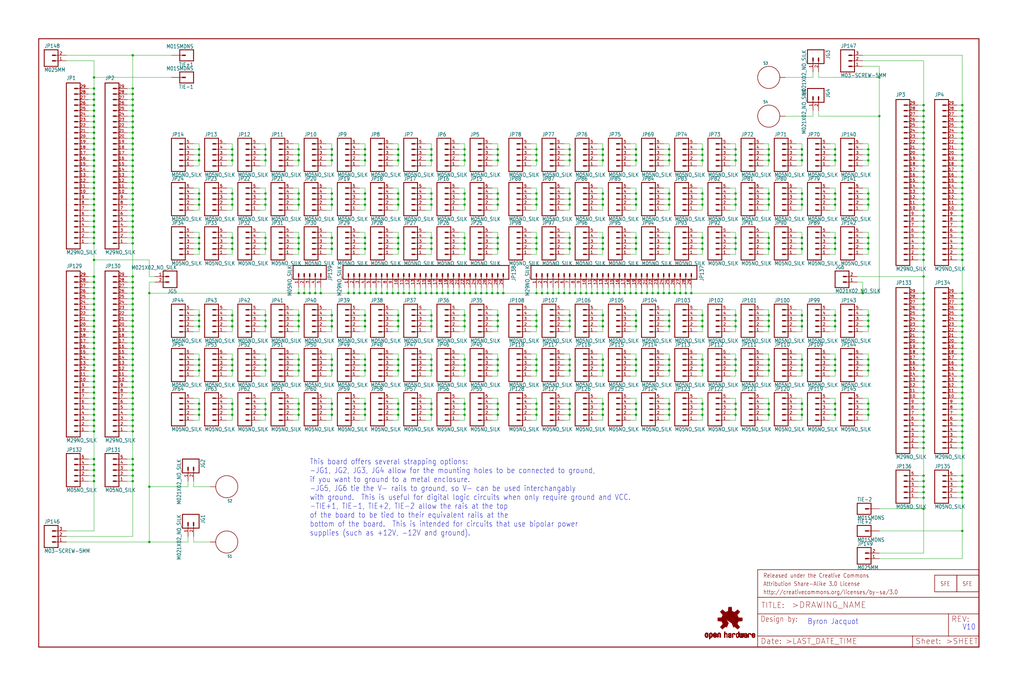
<source format=kicad_sch>
(kicad_sch (version 20211123) (generator eeschema)
  (paper "User" 470.306 317.906)
  (lib_symbols
    (symbol "eagleSchem-eagle-import:FRAME-LEDGER"
      (symbol "FRAME-LEDGER_2_0"
        (text ">DRAWING_NAME" (at 15.494 17.78 0) (effects (font (size 2.7432 2.7432)) (justify left bottom)))
        (text ">LAST_DATE_TIME" (at 12.7 1.27 0) (effects (font (size 2.54 2.54)) (justify left bottom)))
        (text ">SHEET" (at 86.36 1.27 0) (effects (font (size 2.54 2.54)) (justify left bottom)))
        (text "Attribution Share-Alike 3.0 License" (at 2.54 27.94 0) (effects (font (size 1.9304 1.6408)) (justify left bottom)))
        (text "Date:" (at 1.27 1.27 0) (effects (font (size 2.54 2.54)) (justify left bottom)))
        (text "Design by:" (at 1.27 11.43 0) (effects (font (size 2.54 2.159)) (justify left bottom)))
        (text "http://creativecommons.org/licenses/by-sa/3.0" (at 2.54 24.13 0) (effects (font (size 1.9304 1.6408)) (justify left bottom)))
        (text "Released under the Creative Commons" (at 2.54 31.75 0) (effects (font (size 1.9304 1.6408)) (justify left bottom)))
        (text "REV:" (at 88.9 11.43 0) (effects (font (size 2.54 2.54)) (justify left bottom)))
        (text "Sheet:" (at 72.39 1.27 0) (effects (font (size 2.54 2.54)) (justify left bottom)))
        (text "TITLE:" (at 1.524 17.78 0) (effects (font (size 2.54 2.54)) (justify left bottom)))
      )
    )
    (symbol "eagleSchem-eagle-import:LOGO-SFENEW"
      (symbol "LOGO-SFENEW_1_0"
        (text "SFE" (at 0 0 0) (effects (font (size 1.9304 1.6408)) (justify left bottom)))
      )
    )
    (symbol "eagleSchem-eagle-import:M01SMDNS"
      (property "Reference" "JP" (at -2.54 3.302 0))
      (property "Value" "M01SMDNS" (at -2.54 -5.08 0))
      (symbol "M01SMDNS_1_0"
        (pin passive line (at 7.62 0 180) (length 5.08) (name "1") (number "1"))
      )
    )
    (symbol "eagleSchem-eagle-import:M021X02_NO_SILK"
      (property "Reference" "JP" (at -2.54 5.842 0))
      (property "Value" "M021X02_NO_SILK" (at -2.54 -5.08 0))
      (symbol "M021X02_NO_SILK_1_0"
        (pin passive line (at 7.62 0 180) (length 5.08) (name "1") (number "1"))
        (pin passive line (at 7.62 2.54 180) (length 5.08) (name "2") (number "2"))
      )
    )
    (symbol "eagleSchem-eagle-import:M025MM"
      (property "Reference" "JP" (at -2.54 5.842 0))
      (property "Value" "M025MM" (at -2.54 -5.08 0))
      (symbol "M025MM_1_0"
        (pin passive line (at 7.62 0 180) (length 5.08) (name "1") (number "1"))
        (pin passive line (at 7.62 2.54 180) (length 5.08) (name "2") (number "2"))
      )
    )
    (symbol "eagleSchem-eagle-import:M03-SCREW-5MM"
      (property "Reference" "JP" (at -2.54 5.842 0))
      (property "Value" "M03-SCREW-5MM" (at -2.54 -7.62 0))
      (symbol "M03-SCREW-5MM_1_0"
        (pin passive line (at 7.62 -2.54 180) (length 5.08) (name "1") (number "1"))
        (pin passive line (at 7.62 0 180) (length 5.08) (name "2") (number "2"))
        (pin passive line (at 7.62 2.54 180) (length 5.08) (name "3") (number "3"))
      )
    )
    (symbol "eagleSchem-eagle-import:M05NO_SILK"
      (property "Reference" "JP" (at -2.54 8.382 0))
      (property "Value" "M05NO_SILK" (at -2.54 -10.16 0))
      (symbol "M05NO_SILK_1_0"
        (pin passive line (at 7.62 -5.08 180) (length 5.08) (name "1") (number "1"))
        (pin passive line (at 7.62 -2.54 180) (length 5.08) (name "2") (number "2"))
        (pin passive line (at 7.62 0 180) (length 5.08) (name "3") (number "3"))
        (pin passive line (at 7.62 2.54 180) (length 5.08) (name "4") (number "4"))
        (pin passive line (at 7.62 5.08 180) (length 5.08) (name "5") (number "5"))
      )
    )
    (symbol "eagleSchem-eagle-import:M29NO_SILK"
      (property "Reference" "JP" (at -2.54 39.37 0))
      (property "Value" "M29NO_SILK" (at -2.54 -40.64 0))
      (symbol "M29NO_SILK_1_0"
        (pin passive line (at 7.62 -35.56 180) (length 5.08) (name "1") (number "1"))
        (pin passive line (at 7.62 -12.7 180) (length 5.08) (name "10") (number "10"))
        (pin passive line (at 7.62 -10.16 180) (length 5.08) (name "11") (number "11"))
        (pin passive line (at 7.62 -7.62 180) (length 5.08) (name "12") (number "12"))
        (pin passive line (at 7.62 -5.08 180) (length 5.08) (name "13") (number "13"))
        (pin passive line (at 7.62 -2.54 180) (length 5.08) (name "14") (number "14"))
        (pin passive line (at 7.62 0 180) (length 5.08) (name "15") (number "15"))
        (pin passive line (at 7.62 2.54 180) (length 5.08) (name "16") (number "16"))
        (pin passive line (at 7.62 5.08 180) (length 5.08) (name "17") (number "17"))
        (pin passive line (at 7.62 7.62 180) (length 5.08) (name "18") (number "18"))
        (pin passive line (at 7.62 10.16 180) (length 5.08) (name "19") (number "19"))
        (pin passive line (at 7.62 -33.02 180) (length 5.08) (name "2") (number "2"))
        (pin passive line (at 7.62 12.7 180) (length 5.08) (name "20") (number "20"))
        (pin passive line (at 7.62 15.24 180) (length 5.08) (name "21") (number "21"))
        (pin passive line (at 7.62 17.78 180) (length 5.08) (name "22") (number "22"))
        (pin passive line (at 7.62 20.32 180) (length 5.08) (name "23") (number "23"))
        (pin passive line (at 7.62 22.86 180) (length 5.08) (name "24") (number "24"))
        (pin passive line (at 7.62 25.4 180) (length 5.08) (name "25") (number "25"))
        (pin passive line (at 7.62 27.94 180) (length 5.08) (name "26") (number "26"))
        (pin passive line (at 7.62 30.48 180) (length 5.08) (name "27") (number "27"))
        (pin passive line (at 7.62 33.02 180) (length 5.08) (name "28") (number "28"))
        (pin passive line (at 7.62 35.56 180) (length 5.08) (name "29") (number "29"))
        (pin passive line (at 7.62 -30.48 180) (length 5.08) (name "3") (number "3"))
        (pin passive line (at 7.62 -27.94 180) (length 5.08) (name "4") (number "4"))
        (pin passive line (at 7.62 -25.4 180) (length 5.08) (name "5") (number "5"))
        (pin passive line (at 7.62 -22.86 180) (length 5.08) (name "6") (number "6"))
        (pin passive line (at 7.62 -20.32 180) (length 5.08) (name "7") (number "7"))
        (pin passive line (at 7.62 -17.78 180) (length 5.08) (name "8") (number "8"))
        (pin passive line (at 7.62 -15.24 180) (length 5.08) (name "9") (number "9"))
      )
    )
    (symbol "eagleSchem-eagle-import:OSHW-LOGOS")
    (symbol "eagleSchem-eagle-import:STANDOFF_ELECTRICAL"
      (property "Reference" "S" (at -2.54 5.842 0))
      (symbol "STANDOFF_ELECTRICAL_1_0"
        (pin bidirectional line (at 7.62 0 180) (length 2.54) (name "P$1") (number "P1"))
      )
    )
  )
  (junction (at 43.18 213.36))
  (junction (at 228.6 165.1))
  (junction (at 276.86 88.9))
  (junction (at 43.18 157.48))
  (junction (at 43.18 215.9))
  (junction (at 60.96 60.96))
  (junction (at 424.18 86.36))
  (junction (at 167.64 144.78))
  (junction (at 43.18 139.7))
  (junction (at 198.12 187.96))
  (junction (at 322.58 147.32))
  (junction (at 60.96 175.26))
  (junction (at 60.96 137.16))
  (junction (at 424.18 233.68))
  (junction (at 180.34 134.62))
  (junction (at 213.36 149.86))
  (junction (at 424.18 76.2))
  (junction (at 43.18 71.12))
  (junction (at 228.6 134.62))
  (junction (at 106.68 114.3))
  (junction (at 424.18 187.96))
  (junction (at 307.34 73.66))
  (junction (at 441.96 177.8))
  (junction (at 43.18 93.98))
  (junction (at 424.18 200.66))
  (junction (at 198.12 114.3))
  (junction (at 152.4 187.96))
  (junction (at 368.3 185.42))
  (junction (at 43.18 96.52))
  (junction (at 259.08 134.62))
  (junction (at 106.68 88.9))
  (junction (at 137.16 149.86))
  (junction (at 383.54 111.76))
  (junction (at 137.16 71.12))
  (junction (at 228.6 93.98))
  (junction (at 228.6 147.32))
  (junction (at 213.36 167.64))
  (junction (at 106.68 71.12))
  (junction (at 228.6 73.66))
  (junction (at 307.34 187.96))
  (junction (at 182.88 147.32))
  (junction (at 276.86 114.3))
  (junction (at 398.78 170.18))
  (junction (at 398.78 109.22))
  (junction (at 198.12 147.32))
  (junction (at 182.88 149.86))
  (junction (at 337.82 111.76))
  (junction (at 246.38 147.32))
  (junction (at 441.96 149.86))
  (junction (at 182.88 114.3))
  (junction (at 307.34 71.12))
  (junction (at 167.64 165.1))
  (junction (at 60.96 78.74))
  (junction (at 424.18 218.44))
  (junction (at 91.44 88.9))
  (junction (at 424.18 147.32))
  (junction (at 60.96 152.4))
  (junction (at 91.44 71.12))
  (junction (at 228.6 170.18))
  (junction (at 292.1 71.12))
  (junction (at 43.18 78.74))
  (junction (at 152.4 144.78))
  (junction (at 424.18 198.12))
  (junction (at 424.18 53.34))
  (junction (at 441.96 134.62))
  (junction (at 91.44 73.66))
  (junction (at 106.68 91.44))
  (junction (at 91.44 111.76))
  (junction (at 228.6 149.86))
  (junction (at 106.68 111.76))
  (junction (at 441.96 114.3))
  (junction (at 60.96 198.12))
  (junction (at 441.96 58.42))
  (junction (at 152.4 149.86))
  (junction (at 368.3 190.5))
  (junction (at 398.78 167.64))
  (junction (at 292.1 149.86))
  (junction (at 398.78 149.86))
  (junction (at 43.18 132.08))
  (junction (at 322.58 88.9))
  (junction (at 424.18 154.94))
  (junction (at 213.36 71.12))
  (junction (at 182.88 68.58))
  (junction (at 60.96 147.32))
  (junction (at 60.96 58.42))
  (junction (at 246.38 114.3))
  (junction (at 424.18 96.52))
  (junction (at 137.16 185.42))
  (junction (at 368.3 68.58))
  (junction (at 60.96 76.2))
  (junction (at 403.86 35.56))
  (junction (at 398.78 147.32))
  (junction (at 322.58 167.64))
  (junction (at 193.04 134.62))
  (junction (at 353.06 147.32))
  (junction (at 182.88 190.5))
  (junction (at 276.86 149.86))
  (junction (at 337.82 144.78))
  (junction (at 170.18 134.62))
  (junction (at 43.18 104.14))
  (junction (at 276.86 185.42))
  (junction (at 424.18 99.06))
  (junction (at 213.36 190.5))
  (junction (at 353.06 111.76))
  (junction (at 441.96 76.2))
  (junction (at 200.66 134.62))
  (junction (at 182.88 73.66))
  (junction (at 424.18 139.7))
  (junction (at 121.92 109.22))
  (junction (at 106.68 147.32))
  (junction (at 223.52 134.62))
  (junction (at 91.44 93.98))
  (junction (at 152.4 109.22))
  (junction (at 398.78 187.96))
  (junction (at 368.3 149.86))
  (junction (at 43.18 53.34))
  (junction (at 424.18 93.98))
  (junction (at 424.18 149.86))
  (junction (at 228.6 190.5))
  (junction (at 43.18 170.18))
  (junction (at 353.06 109.22))
  (junction (at 60.96 180.34))
  (junction (at 167.64 187.96))
  (junction (at 368.3 144.78))
  (junction (at 368.3 88.9))
  (junction (at 441.96 86.36))
  (junction (at 424.18 175.26))
  (junction (at 292.1 93.98))
  (junction (at 261.62 187.96))
  (junction (at 60.96 55.88))
  (junction (at 177.8 134.62))
  (junction (at 137.16 68.58))
  (junction (at 424.18 55.88))
  (junction (at 91.44 167.64))
  (junction (at 424.18 66.04))
  (junction (at 60.96 96.52))
  (junction (at 424.18 157.48))
  (junction (at 246.38 190.5))
  (junction (at 424.18 228.6))
  (junction (at 43.18 220.98))
  (junction (at 424.18 185.42))
  (junction (at 60.96 88.9))
  (junction (at 228.6 167.64))
  (junction (at 60.96 172.72))
  (junction (at 213.36 91.44))
  (junction (at 261.62 114.3))
  (junction (at 261.62 144.78))
  (junction (at 292.1 134.62))
  (junction (at 91.44 190.5))
  (junction (at 337.82 167.64))
  (junction (at 165.1 134.62))
  (junction (at 353.06 144.78))
  (junction (at 167.64 190.5))
  (junction (at 60.96 210.82))
  (junction (at 322.58 165.1))
  (junction (at 215.9 134.62))
  (junction (at 182.88 71.12))
  (junction (at 424.18 172.72))
  (junction (at 424.18 182.88))
  (junction (at 254 134.62))
  (junction (at 441.96 99.06))
  (junction (at 441.96 139.7))
  (junction (at 337.82 170.18))
  (junction (at 368.3 187.96))
  (junction (at 43.18 58.42))
  (junction (at 424.18 73.66))
  (junction (at 246.38 144.78))
  (junction (at 353.06 170.18))
  (junction (at 121.92 187.96))
  (junction (at 292.1 185.42))
  (junction (at 213.36 68.58))
  (junction (at 172.72 134.62))
  (junction (at 353.06 73.66))
  (junction (at 441.96 167.64))
  (junction (at 299.72 134.62))
  (junction (at 353.06 185.42))
  (junction (at 182.88 88.9))
  (junction (at 441.96 154.94))
  (junction (at 144.78 134.62))
  (junction (at 322.58 185.42))
  (junction (at 167.64 185.42))
  (junction (at 91.44 109.22))
  (junction (at 43.18 187.96))
  (junction (at 276.86 111.76))
  (junction (at 424.18 127))
  (junction (at 261.62 88.9))
  (junction (at 292.1 91.44))
  (junction (at 182.88 185.42))
  (junction (at 424.18 226.06))
  (junction (at 60.96 25.4))
  (junction (at 60.96 165.1))
  (junction (at 60.96 218.44))
  (junction (at 60.96 86.36))
  (junction (at 441.96 91.44))
  (junction (at 337.82 109.22))
  (junction (at 383.54 165.1))
  (junction (at 368.3 165.1))
  (junction (at 261.62 190.5))
  (junction (at 60.96 91.44))
  (junction (at 383.54 187.96))
  (junction (at 424.18 81.28))
  (junction (at 294.64 134.62))
  (junction (at 60.96 170.18))
  (junction (at 441.96 195.58))
  (junction (at 287.02 134.62))
  (junction (at 43.18 149.86))
  (junction (at 307.34 149.86))
  (junction (at 276.86 165.1))
  (junction (at 398.78 114.3))
  (junction (at 276.86 73.66))
  (junction (at 246.38 167.64))
  (junction (at 383.54 68.58))
  (junction (at 307.34 111.76))
  (junction (at 322.58 71.12))
  (junction (at 182.88 187.96))
  (junction (at 368.3 91.44))
  (junction (at 60.96 111.76))
  (junction (at 424.18 205.74))
  (junction (at 261.62 149.86))
  (junction (at 424.18 190.5))
  (junction (at 292.1 114.3))
  (junction (at 337.82 73.66))
  (junction (at 322.58 68.58))
  (junction (at 424.18 144.78))
  (junction (at 106.68 73.66))
  (junction (at 43.18 40.64))
  (junction (at 441.96 116.84))
  (junction (at 424.18 223.52))
  (junction (at 424.18 220.98))
  (junction (at 60.96 190.5))
  (junction (at 137.16 190.5))
  (junction (at 337.82 165.1))
  (junction (at 368.3 109.22))
  (junction (at 246.38 149.86))
  (junction (at 353.06 187.96))
  (junction (at 307.34 167.64))
  (junction (at 198.12 68.58))
  (junction (at 121.92 149.86))
  (junction (at 281.94 134.62))
  (junction (at 198.12 91.44))
  (junction (at 441.96 160.02))
  (junction (at 60.96 81.28))
  (junction (at 60.96 220.98))
  (junction (at 213.36 93.98))
  (junction (at 307.34 93.98))
  (junction (at 43.18 129.54))
  (junction (at 441.96 220.98))
  (junction (at 307.34 147.32))
  (junction (at 43.18 50.8))
  (junction (at 198.12 134.62))
  (junction (at 276.86 147.32))
  (junction (at 424.18 137.16))
  (junction (at 441.96 170.18))
  (junction (at 60.96 73.66))
  (junction (at 424.18 101.6))
  (junction (at 167.64 111.76))
  (junction (at 307.34 144.78))
  (junction (at 322.58 114.3))
  (junction (at 276.86 134.62))
  (junction (at 441.96 48.26))
  (junction (at 60.96 182.88))
  (junction (at 368.3 167.64))
  (junction (at 60.96 132.08))
  (junction (at 292.1 190.5))
  (junction (at 256.54 134.62))
  (junction (at 337.82 91.44))
  (junction (at 43.18 63.5))
  (junction (at 167.64 68.58))
  (junction (at 424.18 142.24))
  (junction (at 424.18 170.18))
  (junction (at 307.34 88.9))
  (junction (at 441.96 165.1))
  (junction (at 208.28 134.62))
  (junction (at 353.06 71.12))
  (junction (at 60.96 68.58))
  (junction (at 152.4 111.76))
  (junction (at 292.1 147.32))
  (junction (at 60.96 63.5))
  (junction (at 152.4 165.1))
  (junction (at 60.96 50.8))
  (junction (at 441.96 68.58))
  (junction (at 60.96 109.22))
  (junction (at 228.6 187.96))
  (junction (at 213.36 114.3))
  (junction (at 106.68 144.78))
  (junction (at 137.16 187.96))
  (junction (at 441.96 109.22))
  (junction (at 175.26 134.62))
  (junction (at 43.18 137.16))
  (junction (at 261.62 170.18))
  (junction (at 368.3 71.12))
  (junction (at 322.58 109.22))
  (junction (at 292.1 109.22))
  (junction (at 60.96 104.14))
  (junction (at 213.36 88.9))
  (junction (at 43.18 180.34))
  (junction (at 246.38 71.12))
  (junction (at 337.82 93.98))
  (junction (at 441.96 162.56))
  (junction (at 337.82 114.3))
  (junction (at 398.78 165.1))
  (junction (at 60.96 53.34))
  (junction (at 91.44 170.18))
  (junction (at 261.62 91.44))
  (junction (at 121.92 167.64))
  (junction (at 368.3 170.18))
  (junction (at 276.86 144.78))
  (junction (at 424.18 167.64))
  (junction (at 167.64 149.86))
  (junction (at 198.12 111.76))
  (junction (at 43.18 142.24))
  (junction (at 424.18 50.8))
  (junction (at 60.96 71.12))
  (junction (at 441.96 66.04))
  (junction (at 121.92 114.3))
  (junction (at 424.18 193.04))
  (junction (at 266.7 134.62))
  (junction (at 43.18 83.82))
  (junction (at 121.92 68.58))
  (junction (at 424.18 109.22))
  (junction (at 91.44 144.78))
  (junction (at 383.54 88.9))
  (junction (at 43.18 81.28))
  (junction (at 424.18 116.84))
  (junction (at 383.54 91.44))
  (junction (at 307.34 91.44))
  (junction (at 322.58 170.18))
  (junction (at 167.64 88.9))
  (junction (at 228.6 88.9))
  (junction (at 68.58 248.92))
  (junction (at 353.06 190.5))
  (junction (at 246.38 134.62))
  (junction (at 337.82 190.5))
  (junction (at 424.18 160.02))
  (junction (at 137.16 91.44))
  (junction (at 43.18 160.02))
  (junction (at 289.56 134.62))
  (junction (at 213.36 144.78))
  (junction (at 43.18 106.68))
  (junction (at 424.18 88.9))
  (junction (at 246.38 93.98))
  (junction (at 441.96 226.06))
  (junction (at 424.18 203.2))
  (junction (at 276.86 167.64))
  (junction (at 43.18 48.26))
  (junction (at 261.62 93.98))
  (junction (at 261.62 134.62))
  (junction (at 60.96 157.48))
  (junction (at 441.96 96.52))
  (junction (at 383.54 190.5))
  (junction (at 43.18 101.6))
  (junction (at 383.54 71.12))
  (junction (at 60.96 101.6))
  (junction (at 137.16 111.76))
  (junction (at 383.54 144.78))
  (junction (at 302.26 134.62))
  (junction (at 246.38 185.42))
  (junction (at 246.38 187.96))
  (junction (at 43.18 198.12))
  (junction (at 68.58 223.52))
  (junction (at 307.34 165.1))
  (junction (at 271.78 134.62))
  (junction (at 213.36 170.18))
  (junction (at 353.06 167.64))
  (junction (at 152.4 91.44))
  (junction (at 43.18 147.32))
  (junction (at 322.58 73.66))
  (junction (at 284.48 134.62))
  (junction (at 398.78 144.78))
  (junction (at 292.1 88.9))
  (junction (at 246.38 109.22))
  (junction (at 441.96 137.16))
  (junction (at 322.58 93.98))
  (junction (at 60.96 162.56))
  (junction (at 187.96 134.62))
  (junction (at 198.12 190.5))
  (junction (at 121.92 88.9))
  (junction (at 441.96 147.32))
  (junction (at 424.18 78.74))
  (junction (at 121.92 185.42))
  (junction (at 167.64 93.98))
  (junction (at 106.68 170.18))
  (junction (at 383.54 147.32))
  (junction (at 264.16 134.62))
  (junction (at 137.16 88.9))
  (junction (at 43.18 88.9))
  (junction (at 337.82 149.86))
  (junction (at 60.96 154.94))
  (junction (at 228.6 68.58))
  (junction (at 182.88 167.64))
  (junction (at 274.32 134.62))
  (junction (at 43.18 45.72))
  (junction (at 322.58 91.44))
  (junction (at 246.38 73.66))
  (junction (at 167.64 73.66))
  (junction (at 43.18 190.5))
  (junction (at 60.96 99.06))
  (junction (at 60.96 134.62))
  (junction (at 353.06 91.44))
  (junction (at 441.96 88.9))
  (junction (at 246.38 165.1))
  (junction (at 60.96 93.98))
  (junction (at 441.96 55.88))
  (junction (at 152.4 88.9))
  (junction (at 441.96 180.34))
  (junction (at 276.86 170.18))
  (junction (at 60.96 129.54))
  (junction (at 60.96 142.24))
  (junction (at 121.92 144.78))
  (junction (at 292.1 170.18))
  (junction (at 228.6 144.78))
  (junction (at 167.64 134.62))
  (junction (at 383.54 114.3))
  (junction (at 160.02 134.62))
  (junction (at 203.2 134.62))
  (junction (at 43.18 55.88))
  (junction (at 424.18 68.58))
  (junction (at 152.4 170.18))
  (junction (at 441.96 101.6))
  (junction (at 276.86 93.98))
  (junction (at 292.1 144.78))
  (junction (at 60.96 45.72))
  (junction (at 228.6 71.12))
  (junction (at 198.12 185.42))
  (junction (at 304.8 134.62))
  (junction (at 43.18 86.36))
  (junction (at 198.12 170.18))
  (junction (at 246.38 88.9))
  (junction (at 441.96 228.6))
  (junction (at 43.18 175.26))
  (junction (at 106.68 190.5))
  (junction (at 231.14 134.62))
  (junction (at 383.54 149.86))
  (junction (at 322.58 149.86))
  (junction (at 198.12 71.12))
  (junction (at 218.44 134.62))
  (junction (at 60.96 215.9))
  (junction (at 198.12 167.64))
  (junction (at 228.6 91.44))
  (junction (at 441.96 144.78))
  (junction (at 198.12 88.9))
  (junction (at 43.18 182.88))
  (junction (at 43.18 109.22))
  (junction (at 441.96 104.14))
  (junction (at 383.54 93.98))
  (junction (at 182.88 93.98))
  (junction (at 198.12 144.78))
  (junction (at 322.58 190.5))
  (junction (at 162.56 134.62))
  (junction (at 441.96 223.52))
  (junction (at 337.82 147.32))
  (junction (at 152.4 73.66))
  (junction (at 43.18 60.96))
  (junction (at 43.18 154.94))
  (junction (at 424.18 63.5))
  (junction (at 213.36 109.22))
  (junction (at 91.44 187.96))
  (junction (at 368.3 93.98))
  (junction (at 337.82 185.42))
  (junction (at 167.64 147.32))
  (junction (at 43.18 127))
  (junction (at 213.36 134.62))
  (junction (at 182.88 144.78))
  (junction (at 261.62 73.66))
  (junction (at 441.96 243.84))
  (junction (at 276.86 71.12))
  (junction (at 190.5 134.62))
  (junction (at 396.24 134.62))
  (junction (at 121.92 73.66))
  (junction (at 60.96 177.8))
  (junction (at 167.64 114.3))
  (junction (at 60.96 83.82))
  (junction (at 195.58 134.62))
  (junction (at 213.36 111.76))
  (junction (at 353.06 93.98))
  (junction (at 441.96 187.96))
  (junction (at 441.96 78.74))
  (junction (at 307.34 68.58))
  (junction (at 424.18 111.76))
  (junction (at 261.62 68.58))
  (junction (at 213.36 147.32))
  (junction (at 60.96 193.04))
  (junction (at 152.4 190.5))
  (junction (at 441.96 50.8))
  (junction (at 60.96 48.26))
  (junction (at 152.4 71.12))
  (junction (at 43.18 177.8))
  (junction (at 398.78 93.98))
  (junction (at 424.18 180.34))
  (junction (at 398.78 190.5))
  (junction (at 292.1 167.64))
  (junction (at 106.68 185.42))
  (junction (at 60.96 139.7))
  (junction (at 137.16 134.62))
  (junction (at 106.68 187.96))
  (junction (at 137.16 167.64))
  (junction (at 441.96 119.38))
  (junction (at 424.18 177.8))
  (junction (at 210.82 134.62))
  (junction (at 309.88 134.62))
  (junction (at 213.36 185.42))
  (junction (at 424.18 195.58))
  (junction (at 441.96 190.5))
  (junction (at 424.18 119.38))
  (junction (at 68.58 134.62))
  (junction (at 43.18 193.04))
  (junction (at 182.88 111.76))
  (junction (at 441.96 106.68))
  (junction (at 441.96 193.04))
  (junction (at 424.18 83.82))
  (junction (at 91.44 165.1))
  (junction (at 205.74 134.62))
  (junction (at 292.1 165.1))
  (junction (at 383.54 73.66))
  (junction (at 43.18 76.2))
  (junction (at 441.96 73.66))
  (junction (at 228.6 185.42))
  (junction (at 441.96 203.2))
  (junction (at 43.18 111.76))
  (junction (at 91.44 91.44))
  (junction (at 441.96 152.4))
  (junction (at 43.18 43.18))
  (junction (at 152.4 167.64))
  (junction (at 121.92 91.44))
  (junction (at 228.6 109.22))
  (junction (at 43.18 99.06))
  (junction (at 441.96 53.34))
  (junction (at 276.86 68.58))
  (junction (at 261.62 109.22))
  (junction (at 198.12 149.86))
  (junction (at 424.18 48.26))
  (junction (at 213.36 187.96))
  (junction (at 60.96 149.86))
  (junction (at 441.96 157.48))
  (junction (at 441.96 172.72))
  (junction (at 322.58 187.96))
  (junction (at 213.36 165.1))
  (junction (at 106.68 167.64))
  (junction (at 261.62 147.32))
  (junction (at 137.16 93.98))
  (junction (at 198.12 165.1))
  (junction (at 424.18 165.1))
  (junction (at 43.18 73.66))
  (junction (at 91.44 149.86))
  (junction (at 60.96 187.96))
  (junction (at 398.78 68.58))
  (junction (at 228.6 111.76))
  (junction (at 398.78 185.42))
  (junction (at 307.34 109.22))
  (junction (at 353.06 165.1))
  (junction (at 398.78 71.12))
  (junction (at 353.06 68.58))
  (junction (at 353.06 114.3))
  (junction (at 43.18 162.56))
  (junction (at 441.96 93.98))
  (junction (at 43.18 152.4))
  (junction (at 398.78 73.66))
  (junction (at 139.7 134.62))
  (junction (at 269.24 134.62))
  (junction (at 398.78 88.9))
  (junction (at 213.36 73.66))
  (junction (at 147.32 134.62))
  (junction (at 322.58 144.78))
  (junction (at 441.96 142.24))
  (junction (at 121.92 111.76))
  (junction (at 307.34 185.42))
  (junction (at 60.96 144.78))
  (junction (at 368.3 73.66))
  (junction (at 246.38 68.58))
  (junction (at 43.18 185.42))
  (junction (at 121.92 93.98))
  (junction (at 441.96 71.12))
  (junction (at 307.34 114.3))
  (junction (at 441.96 81.28))
  (junction (at 43.18 119.38))
  (junction (at 43.18 68.58))
  (junction (at 297.18 134.62))
  (junction (at 276.86 190.5))
  (junction (at 43.18 91.44))
  (junction (at 292.1 187.96))
  (junction (at 353.06 149.86))
  (junction (at 182.88 109.22))
  (junction (at 137.16 147.32))
  (junction (at 441.96 182.88))
  (junction (at 121.92 165.1))
  (junction (at 137.16 73.66))
  (junction (at 106.68 68.58))
  (junction (at 198.12 109.22))
  (junction (at 317.5 134.62))
  (junction (at 106.68 93.98))
  (junction (at 137.16 165.1))
  (junction (at 182.88 134.62))
  (junction (at 441.96 185.42))
  (junction (at 261.62 185.42))
  (junction (at 60.96 66.04))
  (junction (at 383.54 185.42))
  (junction (at 441.96 175.26))
  (junction (at 246.38 111.76))
  (junction (at 424.18 114.3))
  (junction (at 137.16 144.78))
  (junction (at 91.44 147.32))
  (junction (at 251.46 134.62))
  (junction (at 248.92 134.62))
  (junction (at 152.4 68.58))
  (junction (at 383.54 167.64))
  (junction (at 106.68 149.86))
  (junction (at 368.3 114.3))
  (junction (at 91.44 114.3))
  (junction (at 185.42 134.62))
  (junction (at 276.86 187.96))
  (junction (at 43.18 195.58))
  (junction (at 121.92 147.32))
  (junction (at 142.24 134.62))
  (junction (at 337.82 187.96))
  (junction (at 312.42 134.62))
  (junction (at 167.64 71.12))
  (junction (at 121.92 190.5))
  (junction (at 403.86 53.34))
  (junction (at 368.3 147.32))
  (junction (at 43.18 218.44))
  (junction (at 220.98 134.62))
  (junction (at 261.62 71.12))
  (junction (at 182.88 165.1))
  (junction (at 353.06 88.9))
  (junction (at 167.64 167.64))
  (junction (at 167.64 170.18))
  (junction (at 182.88 91.44))
  (junction (at 441.96 60.96))
  (junction (at 383.54 109.22))
  (junction (at 292.1 68.58))
  (junction (at 337.82 68.58))
  (junction (at 337.82 71.12))
  (junction (at 137.16 109.22))
  (junction (at 276.86 109.22))
  (junction (at 261.62 165.1))
  (junction (at 276.86 91.44))
  (junction (at 60.96 195.58))
  (junction (at 167.64 91.44))
  (junction (at 424.18 104.14))
  (junction (at 91.44 185.42))
  (junction (at 441.96 218.44))
  (junction (at 43.18 210.82))
  (junction (at 43.18 165.1))
  (junction (at 441.96 205.74))
  (junction (at 121.92 170.18))
  (junction (at 226.06 134.62))
  (junction (at 60.96 213.36))
  (junction (at 424.18 106.68))
  (junction (at 167.64 109.22))
  (junction (at 91.44 68.58))
  (junction (at 60.96 167.64))
  (junction (at 261.62 111.76))
  (junction (at 337.82 88.9))
  (junction (at 261.62 167.64))
  (junction (at 441.96 63.5))
  (junction (at 228.6 114.3))
  (junction (at 424.18 162.56))
  (junction (at 43.18 134.62))
  (junction (at 279.4 134.62))
  (junction (at 60.96 40.64))
  (junction (at 43.18 66.04))
  (junction (at 137.16 114.3))
  (junction (at 398.78 91.44))
  (junction (at 246.38 170.18))
  (junction (at 441.96 111.76))
  (junction (at 424.18 71.12))
  (junction (at 424.18 152.4))
  (junction (at 424.18 60.96))
  (junction (at 424.18 134.62))
  (junction (at 43.18 35.56))
  (junction (at 368.3 111.76))
  (junction (at 106.68 165.1))
  (junction (at 441.96 198.12))
  (junction (at 307.34 190.5))
  (junction (at 398.78 111.76))
  (junction (at 322.58 111.76))
  (junction (at 292.1 111.76))
  (junction (at 292.1 73.66))
  (junction (at 60.96 127))
  (junction (at 152.4 93.98))
  (junction (at 60.96 185.42))
  (junction (at 43.18 167.64))
  (junction (at 43.18 144.78))
  (junction (at 314.96 134.62))
  (junction (at 43.18 172.72))
  (junction (at 424.18 91.44))
  (junction (at 137.16 170.18))
  (junction (at 152.4 147.32))
  (junction (at 383.54 170.18))
  (junction (at 60.96 160.02))
  (junction (at 441.96 83.82))
  (junction (at 152.4 114.3))
  (junction (at 424.18 58.42))
  (junction (at 441.96 200.66))
  (junction (at 121.92 71.12))
  (junction (at 60.96 106.68))
  (junction (at 152.4 185.42))
  (junction (at 198.12 93.98))
  (junction (at 307.34 134.62))
  (junction (at 246.38 91.44))
  (junction (at 182.88 170.18))
  (junction (at 60.96 43.18))
  (junction (at 198.12 73.66))
  (junction (at 106.68 109.22))
  (junction (at 307.34 170.18))
  (wire (pts (xy 198.12 93.98) (xy 198.12 96.52)))
  (wire (pts (xy 292.1 96.52) (xy 289.56 96.52)))
  (wire (pts (xy 149.86 165.1) (xy 152.4 165.1)))
  (wire (pts (xy 58.42 177.8) (xy 60.96 177.8)))
  (wire (pts (xy 439.42 111.76) (xy 441.96 111.76)))
  (wire (pts (xy 210.82 109.22) (xy 213.36 109.22)))
  (wire (pts (xy 261.62 187.96) (xy 261.62 190.5)))
  (wire (pts (xy 60.96 213.36) (xy 60.96 215.9)))
  (wire (pts (xy 396.24 170.18) (xy 398.78 170.18)))
  (wire (pts (xy 281.94 134.62) (xy 284.48 134.62)))
  (wire (pts (xy 226.06 147.32) (xy 228.6 147.32)))
  (wire (pts (xy 167.64 116.84) (xy 165.1 116.84)))
  (wire (pts (xy 43.18 187.96) (xy 43.18 190.5)))
  (wire (pts (xy 320.04 111.76) (xy 322.58 111.76)))
  (wire (pts (xy 424.18 114.3) (xy 424.18 116.84)))
  (wire (pts (xy 365.76 66.04) (xy 368.3 66.04)))
  (wire (pts (xy 167.64 86.36) (xy 167.64 88.9)))
  (wire (pts (xy 78.74 35.56) (xy 43.18 35.56)))
  (wire (pts (xy 441.96 167.64) (xy 441.96 165.1)))
  (wire (pts (xy 276.86 144.78) (xy 276.86 147.32)))
  (wire (pts (xy 441.96 116.84) (xy 441.96 114.3)))
  (wire (pts (xy 368.3 76.2) (xy 365.76 76.2)))
  (wire (pts (xy 375.92 53.34) (xy 375.92 50.8)))
  (wire (pts (xy 43.18 182.88) (xy 43.18 185.42)))
  (wire (pts (xy 261.62 170.18) (xy 261.62 172.72)))
  (wire (pts (xy 421.64 93.98) (xy 424.18 93.98)))
  (wire (pts (xy 147.32 134.62) (xy 144.78 134.62)))
  (wire (pts (xy 246.38 167.64) (xy 246.38 170.18)))
  (wire (pts (xy 119.38 170.18) (xy 121.92 170.18)))
  (wire (pts (xy 292.1 68.58) (xy 292.1 71.12)))
  (wire (pts (xy 381 187.96) (xy 383.54 187.96)))
  (wire (pts (xy 322.58 142.24) (xy 322.58 144.78)))
  (wire (pts (xy 292.1 76.2) (xy 289.56 76.2)))
  (wire (pts (xy 121.92 182.88) (xy 121.92 185.42)))
  (wire (pts (xy 60.96 111.76) (xy 60.96 109.22)))
  (wire (pts (xy 309.88 132.08) (xy 309.88 134.62)))
  (wire (pts (xy 246.38 93.98) (xy 246.38 96.52)))
  (wire (pts (xy 439.42 109.22) (xy 441.96 109.22)))
  (wire (pts (xy 121.92 193.04) (xy 119.38 193.04)))
  (wire (pts (xy 170.18 132.08) (xy 170.18 134.62)))
  (wire (pts (xy 259.08 111.76) (xy 261.62 111.76)))
  (wire (pts (xy 421.64 71.12) (xy 424.18 71.12)))
  (wire (pts (xy 243.84 111.76) (xy 246.38 111.76)))
  (wire (pts (xy 294.64 134.62) (xy 297.18 134.62)))
  (wire (pts (xy 152.4 66.04) (xy 152.4 68.58)))
  (wire (pts (xy 210.82 114.3) (xy 213.36 114.3)))
  (wire (pts (xy 137.16 149.86) (xy 137.16 152.4)))
  (wire (pts (xy 350.52 147.32) (xy 353.06 147.32)))
  (wire (pts (xy 231.14 132.08) (xy 231.14 134.62)))
  (wire (pts (xy 152.4 170.18) (xy 152.4 172.72)))
  (wire (pts (xy 304.8 111.76) (xy 307.34 111.76)))
  (wire (pts (xy 424.18 86.36) (xy 424.18 88.9)))
  (wire (pts (xy 149.86 68.58) (xy 152.4 68.58)))
  (wire (pts (xy 421.64 149.86) (xy 424.18 149.86)))
  (wire (pts (xy 152.4 144.78) (xy 152.4 147.32)))
  (wire (pts (xy 396.24 109.22) (xy 398.78 109.22)))
  (wire (pts (xy 259.08 187.96) (xy 261.62 187.96)))
  (wire (pts (xy 226.06 66.04) (xy 228.6 66.04)))
  (wire (pts (xy 439.42 139.7) (xy 441.96 139.7)))
  (wire (pts (xy 337.82 66.04) (xy 337.82 68.58)))
  (wire (pts (xy 246.38 91.44) (xy 246.38 93.98)))
  (wire (pts (xy 441.96 226.06) (xy 441.96 228.6)))
  (wire (pts (xy 271.78 132.08) (xy 271.78 134.62)))
  (wire (pts (xy 119.38 106.68) (xy 121.92 106.68)))
  (wire (pts (xy 266.7 134.62) (xy 269.24 134.62)))
  (wire (pts (xy 182.88 152.4) (xy 180.34 152.4)))
  (wire (pts (xy 383.54 165.1) (xy 383.54 167.64)))
  (wire (pts (xy 43.18 58.42) (xy 43.18 60.96)))
  (wire (pts (xy 58.42 81.28) (xy 60.96 81.28)))
  (wire (pts (xy 307.34 172.72) (xy 304.8 172.72)))
  (wire (pts (xy 381 71.12) (xy 383.54 71.12)))
  (wire (pts (xy 350.52 106.68) (xy 353.06 106.68)))
  (wire (pts (xy 40.64 215.9) (xy 43.18 215.9)))
  (wire (pts (xy 337.82 88.9) (xy 337.82 91.44)))
  (wire (pts (xy 137.16 172.72) (xy 134.62 172.72)))
  (wire (pts (xy 137.16 96.52) (xy 134.62 96.52)))
  (wire (pts (xy 424.18 165.1) (xy 424.18 167.64)))
  (wire (pts (xy 167.64 185.42) (xy 167.64 187.96)))
  (wire (pts (xy 91.44 165.1) (xy 91.44 167.64)))
  (wire (pts (xy 381 185.42) (xy 383.54 185.42)))
  (wire (pts (xy 307.34 91.44) (xy 307.34 93.98)))
  (wire (pts (xy 274.32 68.58) (xy 276.86 68.58)))
  (wire (pts (xy 243.84 144.78) (xy 246.38 144.78)))
  (wire (pts (xy 383.54 162.56) (xy 383.54 165.1)))
  (wire (pts (xy 167.64 134.62) (xy 170.18 134.62)))
  (wire (pts (xy 439.42 142.24) (xy 441.96 142.24)))
  (wire (pts (xy 368.3 96.52) (xy 365.76 96.52)))
  (wire (pts (xy 137.16 167.64) (xy 137.16 170.18)))
  (wire (pts (xy 91.44 193.04) (xy 88.9 193.04)))
  (wire (pts (xy 441.96 109.22) (xy 441.96 106.68)))
  (wire (pts (xy 299.72 132.08) (xy 299.72 134.62)))
  (wire (pts (xy 276.86 165.1) (xy 276.86 167.64)))
  (wire (pts (xy 261.62 144.78) (xy 261.62 147.32)))
  (wire (pts (xy 383.54 93.98) (xy 383.54 96.52)))
  (wire (pts (xy 439.42 147.32) (xy 441.96 147.32)))
  (wire (pts (xy 424.18 66.04) (xy 424.18 68.58)))
  (wire (pts (xy 383.54 91.44) (xy 383.54 93.98)))
  (wire (pts (xy 180.34 66.04) (xy 182.88 66.04)))
  (wire (pts (xy 43.18 81.28) (xy 43.18 83.82)))
  (wire (pts (xy 292.1 172.72) (xy 289.56 172.72)))
  (wire (pts (xy 182.88 71.12) (xy 182.88 73.66)))
  (wire (pts (xy 167.64 76.2) (xy 165.1 76.2)))
  (wire (pts (xy 353.06 162.56) (xy 353.06 165.1)))
  (wire (pts (xy 152.4 162.56) (xy 152.4 165.1)))
  (wire (pts (xy 441.96 256.54) (xy 441.96 243.84)))
  (wire (pts (xy 91.44 96.52) (xy 88.9 96.52)))
  (wire (pts (xy 43.18 243.84) (xy 43.18 220.98)))
  (wire (pts (xy 182.88 96.52) (xy 180.34 96.52)))
  (wire (pts (xy 43.18 193.04) (xy 43.18 195.58)))
  (wire (pts (xy 335.28 71.12) (xy 337.82 71.12)))
  (wire (pts (xy 60.96 162.56) (xy 60.96 160.02)))
  (wire (pts (xy 40.64 137.16) (xy 43.18 137.16)))
  (wire (pts (xy 424.18 58.42) (xy 424.18 60.96)))
  (wire (pts (xy 350.52 114.3) (xy 353.06 114.3)))
  (wire (pts (xy 43.18 220.98) (xy 40.64 220.98)))
  (wire (pts (xy 180.34 167.64) (xy 182.88 167.64)))
  (wire (pts (xy 226.06 149.86) (xy 228.6 149.86)))
  (wire (pts (xy 104.14 187.96) (xy 106.68 187.96)))
  (wire (pts (xy 180.34 111.76) (xy 182.88 111.76)))
  (wire (pts (xy 441.96 162.56) (xy 441.96 160.02)))
  (wire (pts (xy 228.6 109.22) (xy 228.6 111.76)))
  (wire (pts (xy 149.86 73.66) (xy 152.4 73.66)))
  (wire (pts (xy 398.78 182.88) (xy 398.78 185.42)))
  (wire (pts (xy 335.28 182.88) (xy 337.82 182.88)))
  (wire (pts (xy 259.08 93.98) (xy 261.62 93.98)))
  (wire (pts (xy 424.18 68.58) (xy 424.18 71.12)))
  (wire (pts (xy 439.42 71.12) (xy 441.96 71.12)))
  (wire (pts (xy 160.02 134.62) (xy 162.56 134.62)))
  (wire (pts (xy 439.42 63.5) (xy 441.96 63.5)))
  (wire (pts (xy 149.86 149.86) (xy 152.4 149.86)))
  (wire (pts (xy 381 111.76) (xy 383.54 111.76)))
  (wire (pts (xy 383.54 96.52) (xy 381 96.52)))
  (wire (pts (xy 165.1 88.9) (xy 167.64 88.9)))
  (wire (pts (xy 40.64 190.5) (xy 43.18 190.5)))
  (wire (pts (xy 182.88 116.84) (xy 180.34 116.84)))
  (wire (pts (xy 149.86 182.88) (xy 152.4 182.88)))
  (wire (pts (xy 403.86 53.34) (xy 375.92 53.34)))
  (wire (pts (xy 226.06 190.5) (xy 228.6 190.5)))
  (wire (pts (xy 441.96 177.8) (xy 441.96 175.26)))
  (wire (pts (xy 304.8 144.78) (xy 307.34 144.78)))
  (wire (pts (xy 60.96 76.2) (xy 60.96 73.66)))
  (wire (pts (xy 104.14 66.04) (xy 106.68 66.04)))
  (wire (pts (xy 322.58 149.86) (xy 322.58 152.4)))
  (wire (pts (xy 375.92 35.56) (xy 375.92 33.02)))
  (wire (pts (xy 307.34 66.04) (xy 307.34 68.58)))
  (wire (pts (xy 182.88 193.04) (xy 180.34 193.04)))
  (wire (pts (xy 259.08 106.68) (xy 261.62 106.68)))
  (wire (pts (xy 307.34 190.5) (xy 307.34 193.04)))
  (wire (pts (xy 58.42 71.12) (xy 60.96 71.12)))
  (wire (pts (xy 195.58 71.12) (xy 198.12 71.12)))
  (wire (pts (xy 441.96 165.1) (xy 441.96 162.56)))
  (wire (pts (xy 398.78 88.9) (xy 398.78 91.44)))
  (wire (pts (xy 198.12 185.42) (xy 198.12 187.96)))
  (wire (pts (xy 350.52 91.44) (xy 353.06 91.44)))
  (wire (pts (xy 60.96 111.76) (xy 60.96 127)))
  (wire (pts (xy 152.4 187.96) (xy 152.4 190.5)))
  (wire (pts (xy 58.42 139.7) (xy 60.96 139.7)))
  (wire (pts (xy 335.28 91.44) (xy 337.82 91.44)))
  (wire (pts (xy 322.58 86.36) (xy 322.58 88.9)))
  (wire (pts (xy 421.64 185.42) (xy 424.18 185.42)))
  (wire (pts (xy 274.32 109.22) (xy 276.86 109.22)))
  (wire (pts (xy 261.62 147.32) (xy 261.62 149.86)))
  (wire (pts (xy 60.96 147.32) (xy 60.96 144.78)))
  (wire (pts (xy 165.1 162.56) (xy 167.64 162.56)))
  (wire (pts (xy 307.34 142.24) (xy 307.34 144.78)))
  (wire (pts (xy 396.24 86.36) (xy 398.78 86.36)))
  (wire (pts (xy 441.96 205.74) (xy 441.96 203.2)))
  (wire (pts (xy 119.38 162.56) (xy 121.92 162.56)))
  (wire (pts (xy 365.76 111.76) (xy 368.3 111.76)))
  (wire (pts (xy 43.18 43.18) (xy 43.18 45.72)))
  (wire (pts (xy 350.52 142.24) (xy 353.06 142.24)))
  (wire (pts (xy 226.06 111.76) (xy 228.6 111.76)))
  (wire (pts (xy 104.14 109.22) (xy 106.68 109.22)))
  (wire (pts (xy 226.06 106.68) (xy 228.6 106.68)))
  (wire (pts (xy 304.8 190.5) (xy 307.34 190.5)))
  (wire (pts (xy 134.62 187.96) (xy 137.16 187.96)))
  (wire (pts (xy 353.06 116.84) (xy 350.52 116.84)))
  (wire (pts (xy 322.58 116.84) (xy 320.04 116.84)))
  (wire (pts (xy 165.1 182.88) (xy 167.64 182.88)))
  (wire (pts (xy 353.06 114.3) (xy 353.06 116.84)))
  (wire (pts (xy 60.96 101.6) (xy 60.96 99.06)))
  (wire (pts (xy 210.82 134.62) (xy 213.36 134.62)))
  (wire (pts (xy 210.82 132.08) (xy 210.82 134.62)))
  (wire (pts (xy 381 165.1) (xy 383.54 165.1)))
  (wire (pts (xy 439.42 58.42) (xy 441.96 58.42)))
  (wire (pts (xy 43.18 165.1) (xy 43.18 167.64)))
  (wire (pts (xy 246.38 172.72) (xy 243.84 172.72)))
  (wire (pts (xy 91.44 162.56) (xy 91.44 165.1)))
  (wire (pts (xy 121.92 114.3) (xy 121.92 116.84)))
  (wire (pts (xy 261.62 111.76) (xy 261.62 114.3)))
  (wire (pts (xy 182.88 76.2) (xy 180.34 76.2)))
  (wire (pts (xy 175.26 134.62) (xy 177.8 134.62)))
  (wire (pts (xy 60.96 50.8) (xy 60.96 48.26)))
  (wire (pts (xy 396.24 73.66) (xy 398.78 73.66)))
  (wire (pts (xy 304.8 170.18) (xy 307.34 170.18)))
  (wire (pts (xy 289.56 165.1) (xy 292.1 165.1)))
  (wire (pts (xy 119.38 182.88) (xy 121.92 182.88)))
  (wire (pts (xy 421.64 104.14) (xy 424.18 104.14)))
  (wire (pts (xy 182.88 162.56) (xy 182.88 165.1)))
  (wire (pts (xy 246.38 132.08) (xy 246.38 134.62)))
  (wire (pts (xy 243.84 88.9) (xy 246.38 88.9)))
  (wire (pts (xy 368.3 111.76) (xy 368.3 114.3)))
  (wire (pts (xy 228.6 162.56) (xy 228.6 165.1)))
  (wire (pts (xy 195.58 144.78) (xy 198.12 144.78)))
  (wire (pts (xy 195.58 165.1) (xy 198.12 165.1)))
  (wire (pts (xy 261.62 149.86) (xy 261.62 152.4)))
  (wire (pts (xy 421.64 88.9) (xy 424.18 88.9)))
  (wire (pts (xy 149.86 88.9) (xy 152.4 88.9)))
  (wire (pts (xy 353.06 68.58) (xy 353.06 71.12)))
  (wire (pts (xy 307.34 71.12) (xy 307.34 73.66)))
  (wire (pts (xy 259.08 182.88) (xy 261.62 182.88)))
  (wire (pts (xy 304.8 185.42) (xy 307.34 185.42)))
  (wire (pts (xy 439.42 83.82) (xy 441.96 83.82)))
  (wire (pts (xy 182.88 88.9) (xy 182.88 91.44)))
  (wire (pts (xy 424.18 55.88) (xy 421.64 55.88)))
  (wire (pts (xy 43.18 198.12) (xy 43.18 210.82)))
  (wire (pts (xy 119.38 73.66) (xy 121.92 73.66)))
  (wire (pts (xy 104.14 71.12) (xy 106.68 71.12)))
  (wire (pts (xy 279.4 132.08) (xy 279.4 134.62)))
  (wire (pts (xy 165.1 71.12) (xy 167.64 71.12)))
  (wire (pts (xy 368.3 190.5) (xy 368.3 193.04)))
  (wire (pts (xy 368.3 185.42) (xy 368.3 187.96)))
  (wire (pts (xy 381 142.24) (xy 383.54 142.24)))
  (wire (pts (xy 439.42 157.48) (xy 441.96 157.48)))
  (wire (pts (xy 149.86 167.64) (xy 152.4 167.64)))
  (wire (pts (xy 165.1 147.32) (xy 167.64 147.32)))
  (wire (pts (xy 43.18 60.96) (xy 43.18 63.5)))
  (wire (pts (xy 198.12 114.3) (xy 198.12 116.84)))
  (wire (pts (xy 421.64 114.3) (xy 424.18 114.3)))
  (wire (pts (xy 441.96 106.68) (xy 441.96 104.14)))
  (wire (pts (xy 195.58 185.42) (xy 198.12 185.42)))
  (wire (pts (xy 91.44 190.5) (xy 91.44 193.04)))
  (wire (pts (xy 421.64 203.2) (xy 424.18 203.2)))
  (wire (pts (xy 424.18 142.24) (xy 424.18 144.78)))
  (wire (pts (xy 68.58 223.52) (xy 86.36 223.52)))
  (wire (pts (xy 213.36 106.68) (xy 213.36 109.22)))
  (wire (pts (xy 91.44 187.96) (xy 91.44 190.5)))
  (wire (pts (xy 60.96 139.7) (xy 60.96 137.16)))
  (wire (pts (xy 139.7 132.08) (xy 139.7 134.62)))
  (wire (pts (xy 424.18 83.82) (xy 424.18 86.36)))
  (wire (pts (xy 302.26 134.62) (xy 304.8 134.62)))
  (wire (pts (xy 276.86 96.52) (xy 274.32 96.52)))
  (wire (pts (xy 213.36 165.1) (xy 213.36 167.64)))
  (wire (pts (xy 198.12 172.72) (xy 195.58 172.72)))
  (wire (pts (xy 43.18 35.56) (xy 43.18 40.64)))
  (wire (pts (xy 43.18 48.26) (xy 40.64 48.26)))
  (wire (pts (xy 439.42 165.1) (xy 441.96 165.1)))
  (wire (pts (xy 261.62 172.72) (xy 259.08 172.72)))
  (wire (pts (xy 106.68 187.96) (xy 106.68 190.5)))
  (wire (pts (xy 121.92 109.22) (xy 121.92 111.76)))
  (wire (pts (xy 441.96 223.52) (xy 441.96 226.06)))
  (wire (pts (xy 441.96 137.16) (xy 441.96 134.62)))
  (wire (pts (xy 246.38 187.96) (xy 246.38 190.5)))
  (wire (pts (xy 149.86 142.24) (xy 152.4 142.24)))
  (wire (pts (xy 421.64 165.1) (xy 424.18 165.1)))
  (wire (pts (xy 337.82 73.66) (xy 337.82 76.2)))
  (wire (pts (xy 167.64 66.04) (xy 167.64 68.58)))
  (wire (pts (xy 424.18 226.06) (xy 424.18 228.6)))
  (wire (pts (xy 307.34 170.18) (xy 307.34 172.72)))
  (wire (pts (xy 322.58 93.98) (xy 322.58 96.52)))
  (wire (pts (xy 381 114.3) (xy 383.54 114.3)))
  (wire (pts (xy 182.88 170.18) (xy 182.88 172.72)))
  (wire (pts (xy 106.68 170.18) (xy 106.68 172.72)))
  (wire (pts (xy 104.14 91.44) (xy 106.68 91.44)))
  (wire (pts (xy 58.42 55.88) (xy 60.96 55.88)))
  (wire (pts (xy 424.18 149.86) (xy 424.18 152.4)))
  (wire (pts (xy 274.32 165.1) (xy 276.86 165.1)))
  (wire (pts (xy 43.18 170.18) (xy 43.18 172.72)))
  (wire (pts (xy 137.16 114.3) (xy 137.16 116.84)))
  (wire (pts (xy 195.58 109.22) (xy 198.12 109.22)))
  (wire (pts (xy 137.16 185.42) (xy 137.16 187.96)))
  (wire (pts (xy 307.34 185.42) (xy 307.34 187.96)))
  (wire (pts (xy 58.42 63.5) (xy 60.96 63.5)))
  (wire (pts (xy 243.84 86.36) (xy 246.38 86.36)))
  (wire (pts (xy 368.3 114.3) (xy 368.3 116.84)))
  (wire (pts (xy 180.34 71.12) (xy 182.88 71.12)))
  (wire (pts (xy 40.64 172.72) (xy 43.18 172.72)))
  (wire (pts (xy 40.64 76.2) (xy 43.18 76.2)))
  (wire (pts (xy 137.16 91.44) (xy 137.16 93.98)))
  (wire (pts (xy 228.6 114.3) (xy 228.6 116.84)))
  (wire (pts (xy 152.4 109.22) (xy 152.4 111.76)))
  (wire (pts (xy 104.14 93.98) (xy 106.68 93.98)))
  (wire (pts (xy 40.64 198.12) (xy 43.18 198.12)))
  (wire (pts (xy 353.06 170.18) (xy 353.06 172.72)))
  (wire (pts (xy 106.68 71.12) (xy 106.68 73.66)))
  (wire (pts (xy 259.08 147.32) (xy 261.62 147.32)))
  (wire (pts (xy 439.42 190.5) (xy 441.96 190.5)))
  (wire (pts (xy 213.36 170.18) (xy 213.36 172.72)))
  (wire (pts (xy 43.18 119.38) (xy 43.18 127)))
  (wire (pts (xy 353.06 142.24) (xy 353.06 144.78)))
  (wire (pts (xy 213.36 116.84) (xy 210.82 116.84)))
  (wire (pts (xy 60.96 132.08) (xy 60.96 129.54)))
  (wire (pts (xy 441.96 55.88) (xy 441.96 53.34)))
  (wire (pts (xy 246.38 88.9) (xy 246.38 91.44)))
  (wire (pts (xy 403.86 243.84) (xy 441.96 243.84)))
  (wire (pts (xy 441.96 198.12) (xy 441.96 195.58)))
  (wire (pts (xy 381 93.98) (xy 383.54 93.98)))
  (wire (pts (xy 88.9 71.12) (xy 91.44 71.12)))
  (wire (pts (xy 350.52 190.5) (xy 353.06 190.5)))
  (wire (pts (xy 398.78 91.44) (xy 398.78 93.98)))
  (wire (pts (xy 60.96 198.12) (xy 60.96 195.58)))
  (wire (pts (xy 398.78 170.18) (xy 398.78 172.72)))
  (wire (pts (xy 43.18 167.64) (xy 43.18 170.18)))
  (wire (pts (xy 43.18 152.4) (xy 43.18 154.94)))
  (wire (pts (xy 350.52 71.12) (xy 353.06 71.12)))
  (wire (pts (xy 261.62 165.1) (xy 261.62 167.64)))
  (wire (pts (xy 246.38 142.24) (xy 246.38 144.78)))
  (wire (pts (xy 58.42 190.5) (xy 60.96 190.5)))
  (wire (pts (xy 60.96 177.8) (xy 60.96 175.26)))
  (wire (pts (xy 439.42 48.26) (xy 441.96 48.26)))
  (wire (pts (xy 421.64 96.52) (xy 424.18 96.52)))
  (wire (pts (xy 246.38 193.04) (xy 243.84 193.04)))
  (wire (pts (xy 421.64 119.38) (xy 424.18 119.38)))
  (wire (pts (xy 337.82 172.72) (xy 335.28 172.72)))
  (wire (pts (xy 396.24 162.56) (xy 398.78 162.56)))
  (wire (pts (xy 304.8 165.1) (xy 307.34 165.1)))
  (wire (pts (xy 195.58 66.04) (xy 198.12 66.04)))
  (wire (pts (xy 259.08 88.9) (xy 261.62 88.9)))
  (wire (pts (xy 246.38 73.66) (xy 246.38 76.2)))
  (wire (pts (xy 368.3 93.98) (xy 368.3 96.52)))
  (wire (pts (xy 106.68 91.44) (xy 106.68 93.98)))
  (wire (pts (xy 228.6 73.66) (xy 228.6 76.2)))
  (wire (pts (xy 421.64 68.58) (xy 424.18 68.58)))
  (wire (pts (xy 137.16 147.32) (xy 137.16 149.86)))
  (wire (pts (xy 134.62 71.12) (xy 137.16 71.12)))
  (wire (pts (xy 60.96 66.04) (xy 60.96 63.5)))
  (wire (pts (xy 218.44 132.08) (xy 218.44 134.62)))
  (wire (pts (xy 43.18 142.24) (xy 43.18 144.78)))
  (wire (pts (xy 259.08 144.78) (xy 261.62 144.78)))
  (wire (pts (xy 40.64 111.76) (xy 43.18 111.76)))
  (wire (pts (xy 182.88 68.58) (xy 182.88 71.12)))
  (wire (pts (xy 424.18 78.74) (xy 424.18 81.28)))
  (wire (pts (xy 246.38 106.68) (xy 246.38 109.22)))
  (wire (pts (xy 43.18 66.04) (xy 43.18 68.58)))
  (wire (pts (xy 152.4 185.42) (xy 152.4 187.96)))
  (wire (pts (xy 424.18 203.2) (xy 424.18 205.74)))
  (wire (pts (xy 60.96 73.66) (xy 60.96 71.12)))
  (wire (pts (xy 307.34 116.84) (xy 304.8 116.84)))
  (wire (pts (xy 398.78 144.78) (xy 398.78 147.32)))
  (wire (pts (xy 152.4 149.86) (xy 152.4 152.4)))
  (wire (pts (xy 439.42 220.98) (xy 441.96 220.98)))
  (wire (pts (xy 210.82 66.04) (xy 213.36 66.04)))
  (wire (pts (xy 243.84 182.88) (xy 246.38 182.88)))
  (wire (pts (xy 182.88 187.96) (xy 182.88 190.5)))
  (wire (pts (xy 243.84 68.58) (xy 246.38 68.58)))
  (wire (pts (xy 441.96 205.74) (xy 441.96 218.44)))
  (wire (pts (xy 134.62 93.98) (xy 137.16 93.98)))
  (wire (pts (xy 261.62 162.56) (xy 261.62 165.1)))
  (wire (pts (xy 91.44 68.58) (xy 91.44 71.12)))
  (wire (pts (xy 210.82 68.58) (xy 213.36 68.58)))
  (wire (pts (xy 152.4 111.76) (xy 152.4 114.3)))
  (wire (pts (xy 104.14 142.24) (xy 106.68 142.24)))
  (wire (pts (xy 119.38 187.96) (xy 121.92 187.96)))
  (wire (pts (xy 276.86 167.64) (xy 276.86 170.18)))
  (wire (pts (xy 88.9 73.66) (xy 91.44 73.66)))
  (wire (pts (xy 441.96 172.72) (xy 441.96 170.18)))
  (wire (pts (xy 88.9 106.68) (xy 91.44 106.68)))
  (wire (pts (xy 289.56 86.36) (xy 292.1 86.36)))
  (wire (pts (xy 246.38 116.84) (xy 243.84 116.84)))
  (wire (pts (xy 396.24 25.4) (xy 441.96 25.4)))
  (wire (pts (xy 226.06 109.22) (xy 228.6 109.22)))
  (wire (pts (xy 243.84 170.18) (xy 246.38 170.18)))
  (wire (pts (xy 137.16 71.12) (xy 137.16 73.66)))
  (wire (pts (xy 287.02 134.62) (xy 289.56 134.62)))
  (wire (pts (xy 91.44 152.4) (xy 88.9 152.4)))
  (wire (pts (xy 58.42 132.08) (xy 60.96 132.08)))
  (wire (pts (xy 292.1 170.18) (xy 292.1 172.72)))
  (wire (pts (xy 289.56 73.66) (xy 292.1 73.66)))
  (wire (pts (xy 368.3 182.88) (xy 368.3 185.42)))
  (wire (pts (xy 106.68 73.66) (xy 106.68 76.2)))
  (wire (pts (xy 137.16 152.4) (xy 134.62 152.4)))
  (wire (pts (xy 381 190.5) (xy 383.54 190.5)))
  (wire (pts (xy 91.44 93.98) (xy 91.44 96.52)))
  (wire (pts (xy 276.86 71.12) (xy 276.86 73.66)))
  (wire (pts (xy 322.58 76.2) (xy 320.04 76.2)))
  (wire (pts (xy 228.6 185.42) (xy 228.6 187.96)))
  (wire (pts (xy 292.1 162.56) (xy 292.1 165.1)))
  (wire (pts (xy 167.64 144.78) (xy 167.64 147.32)))
  (wire (pts (xy 43.18 129.54) (xy 43.18 132.08)))
  (wire (pts (xy 243.84 106.68) (xy 246.38 106.68)))
  (wire (pts (xy 119.38 144.78) (xy 121.92 144.78)))
  (wire (pts (xy 274.32 167.64) (xy 276.86 167.64)))
  (wire (pts (xy 60.96 195.58) (xy 60.96 193.04)))
  (wire (pts (xy 165.1 165.1) (xy 167.64 165.1)))
  (wire (pts (xy 167.64 142.24) (xy 167.64 144.78)))
  (wire (pts (xy 88.9 142.24) (xy 91.44 142.24)))
  (wire (pts (xy 137.16 109.22) (xy 137.16 111.76)))
  (wire (pts (xy 210.82 147.32) (xy 213.36 147.32)))
  (wire (pts (xy 337.82 96.52) (xy 335.28 96.52)))
  (wire (pts (xy 149.86 111.76) (xy 152.4 111.76)))
  (wire (pts (xy 292.1 93.98) (xy 292.1 96.52)))
  (wire (pts (xy 40.64 99.06) (xy 43.18 99.06)))
  (wire (pts (xy 68.58 119.38) (xy 43.18 119.38)))
  (wire (pts (xy 322.58 190.5) (xy 322.58 193.04)))
  (wire (pts (xy 398.78 190.5) (xy 398.78 193.04)))
  (wire (pts (xy 353.06 96.52) (xy 350.52 96.52)))
  (wire (pts (xy 91.44 170.18) (xy 91.44 172.72)))
  (wire (pts (xy 134.62 147.32) (xy 137.16 147.32)))
  (wire (pts (xy 134.62 68.58) (xy 137.16 68.58)))
  (wire (pts (xy 58.42 170.18) (xy 60.96 170.18)))
  (wire (pts (xy 368.3 144.78) (xy 368.3 147.32)))
  (wire (pts (xy 88.9 165.1) (xy 91.44 165.1)))
  (wire (pts (xy 243.84 187.96) (xy 246.38 187.96)))
  (wire (pts (xy 228.6 190.5) (xy 228.6 193.04)))
  (wire (pts (xy 43.18 185.42) (xy 43.18 187.96)))
  (wire (pts (xy 396.24 144.78) (xy 398.78 144.78)))
  (wire (pts (xy 439.42 68.58) (xy 441.96 68.58)))
  (wire (pts (xy 350.52 149.86) (xy 353.06 149.86)))
  (wire (pts (xy 119.38 190.5) (xy 121.92 190.5)))
  (wire (pts (xy 243.84 162.56) (xy 246.38 162.56)))
  (wire (pts (xy 43.18 27.94) (xy 43.18 35.56)))
  (wire (pts (xy 167.64 91.44) (xy 167.64 93.98)))
  (wire (pts (xy 58.42 83.82) (xy 60.96 83.82)))
  (wire (pts (xy 424.18 63.5) (xy 424.18 66.04)))
  (wire (pts (xy 289.56 114.3) (xy 292.1 114.3)))
  (wire (pts (xy 223.52 132.08) (xy 223.52 134.62)))
  (wire (pts (xy 152.4 182.88) (xy 152.4 185.42)))
  (wire (pts (xy 424.18 182.88) (xy 424.18 185.42)))
  (wire (pts (xy 88.9 68.58) (xy 91.44 68.58)))
  (wire (pts (xy 195.58 147.32) (xy 198.12 147.32)))
  (wire (pts (xy 424.18 198.12) (xy 424.18 200.66)))
  (wire (pts (xy 226.06 91.44) (xy 228.6 91.44)))
  (wire (pts (xy 368.3 109.22) (xy 368.3 111.76)))
  (wire (pts (xy 350.52 185.42) (xy 353.06 185.42)))
  (wire (pts (xy 43.18 149.86) (xy 43.18 152.4)))
  (wire (pts (xy 403.86 30.48) (xy 396.24 30.48)))
  (wire (pts (xy 368.3 88.9) (xy 368.3 91.44)))
  (wire (pts (xy 441.96 193.04) (xy 441.96 190.5)))
  (wire (pts (xy 322.58 162.56) (xy 322.58 165.1)))
  (wire (pts (xy 424.18 154.94) (xy 424.18 157.48)))
  (wire (pts (xy 289.56 109.22) (xy 292.1 109.22)))
  (wire (pts (xy 307.34 167.64) (xy 307.34 170.18)))
  (wire (pts (xy 149.86 114.3) (xy 152.4 114.3)))
  (wire (pts (xy 40.64 167.64) (xy 43.18 167.64)))
  (wire (pts (xy 165.1 187.96) (xy 167.64 187.96)))
  (wire (pts (xy 337.82 111.76) (xy 337.82 114.3)))
  (wire (pts (xy 60.96 154.94) (xy 60.96 152.4)))
  (wire (pts (xy 40.64 50.8) (xy 43.18 50.8)))
  (wire (pts (xy 246.38 149.86) (xy 246.38 152.4)))
  (wire (pts (xy 137.16 142.24) (xy 137.16 144.78)))
  (wire (pts (xy 261.62 185.42) (xy 261.62 187.96)))
  (wire (pts (xy 121.92 149.86) (xy 121.92 152.4)))
  (wire (pts (xy 276.86 149.86) (xy 276.86 152.4)))
  (wire (pts (xy 261.62 86.36) (xy 261.62 88.9)))
  (wire (pts (xy 424.18 187.96) (xy 424.18 190.5)))
  (wire (pts (xy 441.96 119.38) (xy 441.96 134.62)))
  (wire (pts (xy 421.64 101.6) (xy 424.18 101.6)))
  (wire (pts (xy 119.38 149.86) (xy 121.92 149.86)))
  (wire (pts (xy 149.86 147.32) (xy 152.4 147.32)))
  (wire (pts (xy 58.42 109.22) (xy 60.96 109.22)))
  (wire (pts (xy 182.88 190.5) (xy 182.88 193.04)))
  (wire (pts (xy 398.78 185.42) (xy 398.78 187.96)))
  (wire (pts (xy 421.64 53.34) (xy 424.18 53.34)))
  (wire (pts (xy 307.34 132.08) (xy 307.34 134.62)))
  (wire (pts (xy 246.38 185.42) (xy 246.38 187.96)))
  (wire (pts (xy 226.06 187.96) (xy 228.6 187.96)))
  (wire (pts (xy 60.96 63.5) (xy 60.96 60.96)))
  (wire (pts (xy 441.96 73.66) (xy 441.96 71.12)))
  (wire (pts (xy 441.96 114.3) (xy 441.96 111.76)))
  (wire (pts (xy 88.9 167.64) (xy 91.44 167.64)))
  (wire (pts (xy 381 109.22) (xy 383.54 109.22)))
  (wire (pts (xy 121.92 170.18) (xy 121.92 172.72)))
  (wire (pts (xy 134.62 73.66) (xy 137.16 73.66)))
  (wire (pts (xy 40.64 170.18) (xy 43.18 170.18)))
  (wire (pts (xy 228.6 172.72) (xy 226.06 172.72)))
  (wire (pts (xy 167.64 170.18) (xy 167.64 172.72)))
  (wire (pts (xy 195.58 86.36) (xy 198.12 86.36)))
  (wire (pts (xy 292.1 88.9) (xy 292.1 91.44)))
  (wire (pts (xy 292.1 86.36) (xy 292.1 88.9)))
  (wire (pts (xy 210.82 142.24) (xy 213.36 142.24)))
  (wire (pts (xy 421.64 180.34) (xy 424.18 180.34)))
  (wire (pts (xy 292.1 187.96) (xy 292.1 190.5)))
  (wire (pts (xy 60.96 109.22) (xy 60.96 106.68)))
  (wire (pts (xy 441.96 101.6) (xy 441.96 99.06)))
  (wire (pts (xy 40.64 88.9) (xy 43.18 88.9)))
  (wire (pts (xy 274.32 114.3) (xy 276.86 114.3)))
  (wire (pts (xy 398.78 106.68) (xy 398.78 109.22)))
  (wire (pts (xy 322.58 187.96) (xy 322.58 190.5)))
  (wire (pts (xy 210.82 182.88) (xy 213.36 182.88)))
  (wire (pts (xy 421.64 63.5) (xy 424.18 63.5)))
  (wire (pts (xy 58.42 106.68) (xy 60.96 106.68)))
  (wire (pts (xy 137.16 170.18) (xy 137.16 172.72)))
  (wire (pts (xy 134.62 114.3) (xy 137.16 114.3)))
  (wire (pts (xy 421.64 195.58) (xy 424.18 195.58)))
  (wire (pts (xy 396.24 149.86) (xy 398.78 149.86)))
  (wire (pts (xy 335.28 111.76) (xy 337.82 111.76)))
  (wire (pts (xy 439.42 226.06) (xy 441.96 226.06)))
  (wire (pts (xy 246.38 111.76) (xy 246.38 114.3)))
  (wire (pts (xy 307.34 114.3) (xy 307.34 116.84)))
  (wire (pts (xy 335.28 185.42) (xy 337.82 185.42)))
  (wire (pts (xy 381 182.88) (xy 383.54 182.88)))
  (wire (pts (xy 368.3 116.84) (xy 365.76 116.84)))
  (wire (pts (xy 292.1 152.4) (xy 289.56 152.4)))
  (wire (pts (xy 439.42 66.04) (xy 441.96 66.04)))
  (wire (pts (xy 213.36 147.32) (xy 213.36 149.86)))
  (wire (pts (xy 58.42 215.9) (xy 60.96 215.9)))
  (wire (pts (xy 337.82 170.18) (xy 337.82 172.72)))
  (wire (pts (xy 88.9 109.22) (xy 91.44 109.22)))
  (wire (pts (xy 198.12 73.66) (xy 198.12 76.2)))
  (wire (pts (xy 91.44 91.44) (xy 91.44 93.98)))
  (wire (pts (xy 259.08 185.42) (xy 261.62 185.42)))
  (wire (pts (xy 43.18 71.12) (xy 43.18 73.66)))
  (wire (pts (xy 226.06 86.36) (xy 228.6 86.36)))
  (wire (pts (xy 441.96 200.66) (xy 441.96 198.12)))
  (wire (pts (xy 320.04 71.12) (xy 322.58 71.12)))
  (wire (pts (xy 304.8 91.44) (xy 307.34 91.44)))
  (wire (pts (xy 365.76 88.9) (xy 368.3 88.9)))
  (wire (pts (xy 40.64 91.44) (xy 43.18 91.44)))
  (wire (pts (xy 91.44 114.3) (xy 91.44 116.84)))
  (wire (pts (xy 43.18 111.76) (xy 43.18 119.38)))
  (wire (pts (xy 40.64 60.96) (xy 43.18 60.96)))
  (wire (pts (xy 152.4 147.32) (xy 152.4 149.86)))
  (wire (pts (xy 441.96 243.84) (xy 441.96 228.6)))
  (wire (pts (xy 439.42 88.9) (xy 441.96 88.9)))
  (wire (pts (xy 292.1 190.5) (xy 292.1 193.04)))
  (wire (pts (xy 180.34 93.98) (xy 182.88 93.98)))
  (wire (pts (xy 381 167.64) (xy 383.54 167.64)))
  (wire (pts (xy 424.18 195.58) (xy 424.18 198.12)))
  (wire (pts (xy 68.58 134.62) (xy 137.16 134.62)))
  (wire (pts (xy 441.96 91.44) (xy 441.96 88.9)))
  (wire (pts (xy 60.96 170.18) (xy 60.96 167.64)))
  (wire (pts (xy 40.64 45.72) (xy 43.18 45.72)))
  (wire (pts (xy 200.66 134.62) (xy 203.2 134.62)))
  (wire (pts (xy 243.84 91.44) (xy 246.38 91.44)))
  (wire (pts (xy 182.88 142.24) (xy 182.88 144.78)))
  (wire (pts (xy 424.18 147.32) (xy 424.18 149.86)))
  (wire (pts (xy 292.1 73.66) (xy 292.1 76.2)))
  (wire (pts (xy 60.96 71.12) (xy 60.96 68.58)))
  (wire (pts (xy 335.28 73.66) (xy 337.82 73.66)))
  (wire (pts (xy 167.64 96.52) (xy 165.1 96.52)))
  (wire (pts (xy 43.18 132.08) (xy 43.18 134.62)))
  (wire (pts (xy 307.34 147.32) (xy 307.34 149.86)))
  (wire (pts (xy 226.06 165.1) (xy 228.6 165.1)))
  (wire (pts (xy 259.08 170.18) (xy 261.62 170.18)))
  (wire (pts (xy 368.3 66.04) (xy 368.3 68.58)))
  (wire (pts (xy 58.42 152.4) (xy 60.96 152.4)))
  (wire (pts (xy 152.4 86.36) (xy 152.4 88.9)))
  (wire (pts (xy 60.96 104.14) (xy 60.96 101.6)))
  (wire (pts (xy 152.4 190.5) (xy 152.4 193.04)))
  (wire (pts (xy 421.64 48.26) (xy 424.18 48.26)))
  (wire (pts (xy 337.82 167.64) (xy 337.82 170.18)))
  (wire (pts (xy 58.42 129.54) (xy 60.96 129.54)))
  (wire (pts (xy 337.82 152.4) (xy 335.28 152.4)))
  (wire (pts (xy 213.36 132.08) (xy 213.36 134.62)))
  (wire (pts (xy 424.18 223.52) (xy 424.18 226.06)))
  (wire (pts (xy 40.64 154.94) (xy 43.18 154.94)))
  (wire (pts (xy 88.9 86.36) (xy 91.44 86.36)))
  (wire (pts (xy 424.18 218.44) (xy 424.18 220.98)))
  (wire (pts (xy 243.84 109.22) (xy 246.38 109.22)))
  (wire (pts (xy 137.16 182.88) (xy 137.16 185.42)))
  (wire (pts (xy 353.06 86.36) (xy 353.06 88.9)))
  (wire (pts (xy 152.4 114.3) (xy 152.4 116.84)))
  (wire (pts (xy 180.34 86.36) (xy 182.88 86.36)))
  (wire (pts (xy 137.16 111.76) (xy 137.16 114.3)))
  (wire (pts (xy 160.02 134.62) (xy 147.32 134.62)))
  (wire (pts (xy 424.18 175.26) (xy 424.18 177.8)))
  (wire (pts (xy 71.12 129.54) (xy 68.58 129.54)))
  (wire (pts (xy 119.38 109.22) (xy 121.92 109.22)))
  (wire (pts (xy 353.06 193.04) (xy 350.52 193.04)))
  (wire (pts (xy 421.64 83.82) (xy 424.18 83.82)))
  (wire (pts (xy 119.38 167.64) (xy 121.92 167.64)))
  (wire (pts (xy 149.86 170.18) (xy 152.4 170.18)))
  (wire (pts (xy 320.04 109.22) (xy 322.58 109.22)))
  (wire (pts (xy 43.18 86.36) (xy 43.18 88.9)))
  (wire (pts (xy 160.02 132.08) (xy 160.02 134.62)))
  (wire (pts (xy 119.38 114.3) (xy 121.92 114.3)))
  (wire (pts (xy 226.06 93.98) (xy 228.6 93.98)))
  (wire (pts (xy 40.64 55.88) (xy 43.18 55.88)))
  (wire (pts (xy 243.84 114.3) (xy 246.38 114.3)))
  (wire (pts (xy 396.24 114.3) (xy 398.78 114.3)))
  (wire (pts (xy 289.56 162.56) (xy 292.1 162.56)))
  (wire (pts (xy 60.96 180.34) (xy 60.96 177.8)))
  (wire (pts (xy 142.24 132.08) (xy 142.24 134.62)))
  (wire (pts (xy 134.62 88.9) (xy 137.16 88.9)))
  (wire (pts (xy 182.88 182.88) (xy 182.88 185.42)))
  (wire (pts (xy 261.62 93.98) (xy 261.62 96.52)))
  (wire (pts (xy 421.64 139.7) (xy 424.18 139.7)))
  (wire (pts (xy 165.1 170.18) (xy 167.64 170.18)))
  (wire (pts (xy 337.82 114.3) (xy 337.82 116.84)))
  (wire (pts (xy 134.62 66.04) (xy 137.16 66.04)))
  (wire (pts (xy 439.42 114.3) (xy 441.96 114.3)))
  (wire (pts (xy 439.42 162.56) (xy 441.96 162.56)))
  (wire (pts (xy 307.34 182.88) (xy 307.34 185.42)))
  (wire (pts (xy 322.58 147.32) (xy 322.58 149.86)))
  (wire (pts (xy 106.68 182.88) (xy 106.68 185.42)))
  (wire (pts (xy 213.36 88.9) (xy 213.36 91.44)))
  (wire (pts (xy 137.16 193.04) (xy 134.62 193.04)))
  (wire (pts (xy 421.64 154.94) (xy 424.18 154.94)))
  (wire (pts (xy 198.12 134.62) (xy 198.12 132.08)))
  (wire (pts (xy 226.06 182.88) (xy 228.6 182.88)))
  (wire (pts (xy 441.96 93.98) (xy 441.96 91.44)))
  (wire (pts (xy 353.06 93.98) (xy 353.06 96.52)))
  (wire (pts (xy 368.3 73.66) (xy 368.3 76.2)))
  (wire (pts (xy 43.18 76.2) (xy 43.18 78.74)))
  (wire (pts (xy 365.76 114.3) (xy 368.3 114.3)))
  (wire (pts (xy 307.34 134.62) (xy 309.88 134.62)))
  (wire (pts (xy 261.62 68.58) (xy 261.62 71.12)))
  (wire (pts (xy 180.34 106.68) (xy 182.88 106.68)))
  (wire (pts (xy 40.64 73.66) (xy 43.18 73.66)))
  (wire (pts (xy 152.4 96.52) (xy 149.86 96.52)))
  (wire (pts (xy 210.82 106.68) (xy 213.36 106.68)))
  (wire (pts (xy 180.34 134.62) (xy 182.88 134.62)))
  (wire (pts (xy 276.86 86.36) (xy 276.86 88.9)))
  (wire (pts (xy 292.1 185.42) (xy 292.1 187.96)))
  (wire (pts (xy 421.64 182.88) (xy 424.18 182.88)))
  (wire (pts (xy 106.68 93.98) (xy 106.68 96.52)))
  (wire (pts (xy 335.28 68.58) (xy 337.82 68.58)))
  (wire (pts (xy 365.76 86.36) (xy 368.3 86.36)))
  (wire (pts (xy 121.92 68.58) (xy 121.92 71.12)))
  (wire (pts (xy 246.38 134.62) (xy 248.92 134.62)))
  (wire (pts (xy 43.18 134.62) (xy 40.64 134.62)))
  (wire (pts (xy 60.96 185.42) (xy 60.96 182.88)))
  (wire (pts (xy 441.96 60.96) (xy 441.96 58.42)))
  (wire (pts (xy 43.18 48.26) (xy 43.18 50.8)))
  (wire (pts (xy 439.42 144.78) (xy 441.96 144.78)))
  (wire (pts (xy 320.04 187.96) (xy 322.58 187.96)))
  (wire (pts (xy 383.54 144.78) (xy 383.54 147.32)))
  (wire (pts (xy 180.34 182.88) (xy 182.88 182.88)))
  (wire (pts (xy 198.12 149.86) (xy 198.12 152.4)))
  (wire (pts (xy 58.42 76.2) (xy 60.96 76.2)))
  (wire (pts (xy 337.82 76.2) (xy 335.28 76.2)))
  (wire (pts (xy 68.58 129.54) (xy 68.58 134.62)))
  (wire (pts (xy 228.6 187.96) (xy 228.6 190.5)))
  (wire (pts (xy 271.78 134.62) (xy 274.32 134.62)))
  (wire (pts (xy 322.58 106.68) (xy 322.58 109.22)))
  (wire (pts (xy 243.84 190.5) (xy 246.38 190.5)))
  (wire (pts (xy 274.32 86.36) (xy 276.86 86.36)))
  (wire (pts (xy 353.06 88.9) (xy 353.06 91.44)))
  (wire (pts (xy 276.86 76.2) (xy 274.32 76.2)))
  (wire (pts (xy 58.42 218.44) (xy 60.96 218.44)))
  (wire (pts (xy 424.18 233.68) (xy 424.18 228.6)))
  (wire (pts (xy 134.62 144.78) (xy 137.16 144.78)))
  (wire (pts (xy 198.12 109.22) (xy 198.12 111.76)))
  (wire (pts (xy 213.36 111.76) (xy 213.36 114.3)))
  (wire (pts (xy 167.64 147.32) (xy 167.64 149.86)))
  (wire (pts (xy 302.26 132.08) (xy 302.26 134.62)))
  (wire (pts (xy 292.1 106.68) (xy 292.1 109.22)))
  (wire (pts (xy 320.04 66.04) (xy 322.58 66.04)))
  (wire (pts (xy 439.42 99.06) (xy 441.96 99.06)))
  (wire (pts (xy 424.18 185.42) (xy 424.18 187.96)))
  (wire (pts (xy 259.08 142.24) (xy 261.62 142.24)))
  (wire (pts (xy 289.56 111.76) (xy 292.1 111.76)))
  (wire (pts (xy 149.86 187.96) (xy 152.4 187.96)))
  (wire (pts (xy 182.88 114.3) (xy 182.88 116.84)))
  (wire (pts (xy 40.64 83.82) (xy 43.18 83.82)))
  (wire (pts (xy 43.18 99.06) (xy 43.18 101.6)))
  (wire (pts (xy 368.3 142.24) (xy 368.3 144.78)))
  (wire (pts (xy 43.18 177.8) (xy 43.18 180.34)))
  (wire (pts (xy 210.82 149.86) (xy 213.36 149.86)))
  (wire (pts (xy 58.42 66.04) (xy 60.96 66.04)))
  (wire (pts (xy 243.84 73.66) (xy 246.38 73.66)))
  (wire (pts (xy 228.6 96.52) (xy 226.06 96.52)))
  (wire (pts (xy 210.82 144.78) (xy 213.36 144.78)))
  (wire (pts (xy 228.6 142.24) (xy 228.6 144.78)))
  (wire (pts (xy 424.18 73.66) (xy 424.18 76.2)))
  (wire (pts (xy 320.04 167.64) (xy 322.58 167.64)))
  (wire (pts (xy 106.68 106.68) (xy 106.68 109.22)))
  (wire (pts (xy 121.92 86.36) (xy 121.92 88.9)))
  (wire (pts (xy 261.62 109.22) (xy 261.62 111.76)))
  (wire (pts (xy 337.82 91.44) (xy 337.82 93.98)))
  (wire (pts (xy 439.42 73.66) (xy 441.96 73.66)))
  (wire (pts (xy 350.52 165.1) (xy 353.06 165.1)))
  (wire (pts (xy 246.38 144.78) (xy 246.38 147.32)))
  (wire (pts (xy 205.74 132.08) (xy 205.74 134.62)))
  (wire (pts (xy 58.42 167.64) (xy 60.96 167.64)))
  (wire (pts (xy 441.96 228.6) (xy 439.42 228.6)))
  (wire (pts (xy 149.86 162.56) (xy 152.4 162.56)))
  (wire (pts (xy 421.64 218.44) (xy 424.18 218.44)))
  (wire (pts (xy 424.18 96.52) (xy 424.18 99.06)))
  (wire (pts (xy 335.28 170.18) (xy 337.82 170.18)))
  (wire (pts (xy 322.58 193.04) (xy 320.04 193.04)))
  (wire (pts (xy 421.64 66.04) (xy 424.18 66.04)))
  (wire (pts (xy 106.68 144.78) (xy 106.68 147.32)))
  (wire (pts (xy 106.68 114.3) (xy 106.68 116.84)))
  (wire (pts (xy 421.64 177.8) (xy 424.18 177.8)))
  (wire (pts (xy 134.62 190.5) (xy 137.16 190.5)))
  (wire (pts (xy 421.64 152.4) (xy 424.18 152.4)))
  (wire (pts (xy 180.34 142.24) (xy 182.88 142.24)))
  (wire (pts (xy 350.52 109.22) (xy 353.06 109.22)))
  (wire (pts (xy 60.96 149.86) (xy 60.96 147.32)))
  (wire (pts (xy 424.18 104.14) (xy 424.18 106.68)))
  (wire (pts (xy 182.88 167.64) (xy 182.88 170.18)))
  (wire (pts (xy 383.54 152.4) (xy 381 152.4)))
  (wire (pts (xy 40.64 129.54) (xy 43.18 129.54)))
  (wire (pts (xy 43.18 175.26) (xy 43.18 177.8)))
  (wire (pts (xy 424.18 60.96) (xy 421.64 60.96)))
  (wire (pts (xy 337.82 193.04) (xy 335.28 193.04)))
  (wire (pts (xy 30.48 243.84) (xy 43.18 243.84)))
  (wire (pts (xy 40.64 147.32) (xy 43.18 147.32)))
  (wire (pts (xy 43.18 147.32) (xy 43.18 149.86)))
  (wire (pts (xy 439.42 104.14) (xy 441.96 104.14)))
  (wire (pts (xy 91.44 167.64) (xy 91.44 170.18)))
  (wire (pts (xy 403.86 35.56) (xy 403.86 30.48)))
  (wire (pts (xy 106.68 152.4) (xy 104.14 152.4)))
  (wire (pts (xy 381 106.68) (xy 383.54 106.68)))
  (wire (pts (xy 121.92 142.24) (xy 121.92 144.78)))
  (wire (pts (xy 304.8 73.66) (xy 307.34 73.66)))
  (wire (pts (xy 322.58 71.12) (xy 322.58 73.66)))
  (wire (pts (xy 439.42 91.44) (xy 441.96 91.44)))
  (wire (pts (xy 421.64 172.72) (xy 424.18 172.72)))
  (wire (pts (xy 104.14 170.18) (xy 106.68 170.18)))
  (wire (pts (xy 149.86 109.22) (xy 152.4 109.22)))
  (wire (pts (xy 243.84 93.98) (xy 246.38 93.98)))
  (wire (pts (xy 243.84 167.64) (xy 246.38 167.64)))
  (wire (pts (xy 119.38 71.12) (xy 121.92 71.12)))
  (wire (pts (xy 424.18 193.04) (xy 424.18 195.58)))
  (wire (pts (xy 424.18 50.8) (xy 424.18 53.34)))
  (wire (pts (xy 421.64 144.78) (xy 424.18 144.78)))
  (wire (pts (xy 439.42 198.12) (xy 441.96 198.12)))
  (wire (pts (xy 198.12 182.88) (xy 198.12 185.42)))
  (wire (pts (xy 104.14 149.86) (xy 106.68 149.86)))
  (wire (pts (xy 104.14 144.78) (xy 106.68 144.78)))
  (wire (pts (xy 228.6 91.44) (xy 228.6 93.98)))
  (wire (pts (xy 91.44 106.68) (xy 91.44 109.22)))
  (wire (pts (xy 104.14 111.76) (xy 106.68 111.76)))
  (wire (pts (xy 149.86 66.04) (xy 152.4 66.04)))
  (wire (pts (xy 396.24 68.58) (xy 398.78 68.58)))
  (wire (pts (xy 180.34 109.22) (xy 182.88 109.22)))
  (wire (pts (xy 60.96 137.16) (xy 60.96 134.62)))
  (wire (pts (xy 198.12 152.4) (xy 195.58 152.4)))
  (wire (pts (xy 289.56 187.96) (xy 292.1 187.96)))
  (wire (pts (xy 137.16 106.68) (xy 137.16 109.22)))
  (wire (pts (xy 320.04 106.68) (xy 322.58 106.68)))
  (wire (pts (xy 88.9 144.78) (xy 91.44 144.78)))
  (wire (pts (xy 320.04 88.9) (xy 322.58 88.9)))
  (wire (pts (xy 320.04 86.36) (xy 322.58 86.36)))
  (wire (pts (xy 292.1 109.22) (xy 292.1 111.76)))
  (wire (pts (xy 439.42 185.42) (xy 441.96 185.42)))
  (wire (pts (xy 393.7 127) (xy 424.18 127)))
  (wire (pts (xy 274.32 111.76) (xy 276.86 111.76)))
  (wire (pts (xy 198.12 111.76) (xy 198.12 114.3)))
  (wire (pts (xy 274.32 182.88) (xy 276.86 182.88)))
  (wire (pts (xy 104.14 190.5) (xy 106.68 190.5)))
  (wire (pts (xy 165.1 93.98) (xy 167.64 93.98)))
  (wire (pts (xy 144.78 134.62) (xy 142.24 134.62)))
  (wire (pts (xy 198.12 68.58) (xy 198.12 71.12)))
  (wire (pts (xy 441.96 119.38) (xy 441.96 116.84)))
  (wire (pts (xy 40.64 187.96) (xy 43.18 187.96)))
  (wire (pts (xy 198.12 170.18) (xy 198.12 172.72)))
  (wire (pts (xy 228.6 116.84) (xy 226.06 116.84)))
  (wire (pts (xy 424.18 109.22) (xy 424.18 111.76)))
  (wire (pts (xy 439.42 86.36) (xy 441.96 86.36)))
  (wire (pts (xy 30.48 248.92) (xy 68.58 248.92)))
  (wire (pts (xy 289.56 68.58) (xy 292.1 68.58)))
  (wire (pts (xy 165.1 190.5) (xy 167.64 190.5)))
  (wire (pts (xy 40.64 106.68) (xy 43.18 106.68)))
  (wire (pts (xy 421.64 193.04) (xy 424.18 193.04)))
  (wire (pts (xy 43.18 152.4) (xy 40.64 152.4)))
  (wire (pts (xy 276.86 187.96) (xy 276.86 190.5)))
  (wire (pts (xy 353.06 73.66) (xy 353.06 76.2)))
  (wire (pts (xy 246.38 109.22) (xy 246.38 111.76)))
  (wire (pts (xy 60.96 167.64) (xy 60.96 165.1)))
  (wire (pts (xy 167.64 165.1) (xy 167.64 167.64)))
  (wire (pts (xy 167.64 152.4) (xy 165.1 152.4)))
  (wire (pts (xy 58.42 137.16) (xy 60.96 137.16)))
  (wire (pts (xy 137.16 86.36) (xy 137.16 88.9)))
  (wire (pts (xy 58.42 134.62) (xy 60.96 134.62)))
  (wire (pts (xy 350.52 170.18) (xy 353.06 170.18)))
  (wire (pts (xy 88.9 149.86) (xy 91.44 149.86)))
  (wire (pts (xy 274.32 147.32) (xy 276.86 147.32)))
  (wire (pts (xy 121.92 152.4) (xy 119.38 152.4)))
  (wire (pts (xy 88.9 88.9) (xy 91.44 88.9)))
  (wire (pts (xy 58.42 195.58) (xy 60.96 195.58)))
  (wire (pts (xy 43.18 45.72) (xy 43.18 48.26)))
  (wire (pts (xy 350.52 68.58) (xy 353.06 68.58)))
  (wire (pts (xy 368.3 91.44) (xy 368.3 93.98)))
  (wire (pts (xy 424.18 157.48) (xy 424.18 160.02)))
  (wire (pts (xy 182.88 93.98) (xy 182.88 96.52)))
  (wire (pts (xy 424.18 60.96) (xy 424.18 63.5)))
  (wire (pts (xy 264.16 132.08) (xy 264.16 134.62)))
  (wire (pts (xy 203.2 134.62) (xy 205.74 134.62)))
  (wire (pts (xy 337.82 86.36) (xy 337.82 88.9)))
  (wire (pts (xy 134.62 162.56) (xy 137.16 162.56)))
  (wire (pts (xy 106.68 149.86) (xy 106.68 152.4)))
  (wire (pts (xy 276.86 88.9) (xy 276.86 91.44)))
  (wire (pts (xy 398.78 193.04) (xy 396.24 193.04)))
  (wire (pts (xy 350.52 86.36) (xy 353.06 86.36)))
  (wire (pts (xy 322.58 185.42) (xy 322.58 187.96)))
  (wire (pts (xy 353.06 172.72) (xy 350.52 172.72)))
  (wire (pts (xy 383.54 142.24) (xy 383.54 144.78)))
  (wire (pts (xy 398.78 66.04) (xy 398.78 68.58)))
  (wire (pts (xy 368.3 147.32) (xy 368.3 149.86)))
  (wire (pts (xy 40.64 78.74) (xy 43.18 78.74)))
  (wire (pts (xy 213.36 66.04) (xy 213.36 68.58)))
  (wire (pts (xy 304.8 68.58) (xy 307.34 68.58)))
  (wire (pts (xy 119.38 68.58) (xy 121.92 68.58)))
  (wire (pts (xy 149.86 106.68) (xy 152.4 106.68)))
  (wire (pts (xy 172.72 134.62) (xy 175.26 134.62)))
  (wire (pts (xy 421.64 109.22) (xy 424.18 109.22)))
  (wire (pts (xy 134.62 165.1) (xy 137.16 165.1)))
  (wire (pts (xy 337.82 185.42) (xy 337.82 187.96)))
  (wire (pts (xy 368.3 167.64) (xy 368.3 170.18)))
  (wire (pts (xy 205.74 134.62) (xy 208.28 134.62)))
  (wire (pts (xy 421.64 157.48) (xy 424.18 157.48)))
  (wire (pts (xy 274.32 190.5) (xy 276.86 190.5)))
  (wire (pts (xy 223.52 134.62) (xy 226.06 134.62)))
  (wire (pts (xy 210.82 187.96) (xy 213.36 187.96)))
  (wire (pts (xy 439.42 137.16) (xy 441.96 137.16)))
  (wire (pts (xy 104.14 167.64) (xy 106.68 167.64)))
  (wire (pts (xy 421.64 205.74) (xy 424.18 205.74)))
  (wire (pts (xy 40.64 43.18) (xy 43.18 43.18)))
  (wire (pts (xy 441.96 187.96) (xy 441.96 185.42)))
  (wire (pts (xy 383.54 172.72) (xy 381 172.72)))
  (wire (pts (xy 40.64 165.1) (xy 43.18 165.1)))
  (wire (pts (xy 43.18 137.16) (xy 43.18 139.7)))
  (wire (pts (xy 274.32 170.18) (xy 276.86 170.18)))
  (wire (pts (xy 167.64 93.98) (xy 167.64 96.52)))
  (wire (pts (xy 381 162.56) (xy 383.54 162.56)))
  (wire (pts (xy 365.76 109.22) (xy 368.3 109.22)))
  (wire (pts (xy 439.42 149.86) (xy 441.96 149.86)))
  (wire (pts (xy 353.06 76.2) (xy 350.52 76.2)))
  (wire (pts (xy 152.4 152.4) (xy 149.86 152.4)))
  (wire (pts (xy 335.28 93.98) (xy 337.82 93.98)))
  (wire (pts (xy 78.74 25.4) (xy 60.96 25.4)))
  (wire (pts (xy 365.76 185.42) (xy 368.3 185.42)))
  (wire (pts (xy 441.96 25.4) (xy 441.96 48.26)))
  (wire (pts (xy 424.18 73.66) (xy 421.64 73.66)))
  (wire (pts (xy 213.36 182.88) (xy 213.36 185.42)))
  (wire (pts (xy 60.96 68.58) (xy 60.96 66.04)))
  (wire (pts (xy 182.88 144.78) (xy 182.88 147.32)))
  (wire (pts (xy 360.68 53.34) (xy 373.38 53.34)))
  (wire (pts (xy 213.36 134.62) (xy 215.9 134.62)))
  (wire (pts (xy 320.04 185.42) (xy 322.58 185.42)))
  (wire (pts (xy 40.64 195.58) (xy 43.18 195.58)))
  (wire (pts (xy 292.1 144.78) (xy 292.1 147.32)))
  (wire (pts (xy 421.64 116.84) (xy 424.18 116.84)))
  (wire (pts (xy 398.78 172.72) (xy 396.24 172.72)))
  (wire (pts (xy 30.48 25.4) (xy 60.96 25.4)))
  (wire (pts (xy 439.42 203.2) (xy 441.96 203.2)))
  (wire (pts (xy 424.18 144.78) (xy 424.18 147.32)))
  (wire (pts (xy 353.06 152.4) (xy 350.52 152.4)))
  (wire (pts (xy 403.86 233.68) (xy 424.18 233.68)))
  (wire (pts (xy 396.24 165.1) (xy 398.78 165.1)))
  (wire (pts (xy 353.06 165.1) (xy 353.06 167.64)))
  (wire (pts (xy 43.18 218.44) (xy 43.18 220.98)))
  (wire (pts (xy 88.9 66.04) (xy 91.44 66.04)))
  (wire (pts (xy 403.86 35.56) (xy 375.92 35.56)))
  (wire (pts (xy 30.48 246.38) (xy 60.96 246.38)))
  (wire (pts (xy 393.7 129.54) (xy 396.24 129.54)))
  (wire (pts (xy 243.84 147.32) (xy 246.38 147.32)))
  (wire (pts (xy 106.68 111.76) (xy 106.68 114.3)))
  (wire (pts (xy 198.12 116.84) (xy 195.58 116.84)))
  (wire (pts (xy 58.42 157.48) (xy 60.96 157.48)))
  (wire (pts (xy 337.82 182.88) (xy 337.82 185.42)))
  (wire (pts (xy 195.58 111.76) (xy 198.12 111.76)))
  (wire (pts (xy 198.12 193.04) (xy 195.58 193.04)))
  (wire (pts (xy 365.76 182.88) (xy 368.3 182.88)))
  (wire (pts (xy 439.42 78.74) (xy 441.96 78.74)))
  (wire (pts (xy 40.64 71.12) (xy 43.18 71.12)))
  (wire (pts (xy 165.1 68.58) (xy 167.64 68.58)))
  (wire (pts (xy 165.1 111.76) (xy 167.64 111.76)))
  (wire (pts (xy 58.42 175.26) (xy 60.96 175.26)))
  (wire (pts (xy 165.1 149.86) (xy 167.64 149.86)))
  (wire (pts (xy 198.12 134.62) (xy 200.66 134.62)))
  (wire (pts (xy 40.64 68.58) (xy 43.18 68.58)))
  (wire (pts (xy 289.56 147.32) (xy 292.1 147.32)))
  (wire (pts (xy 421.64 223.52) (xy 424.18 223.52)))
  (wire (pts (xy 246.38 147.32) (xy 246.38 149.86)))
  (wire (pts (xy 58.42 185.42) (xy 60.96 185.42)))
  (wire (pts (xy 182.88 109.22) (xy 182.88 111.76)))
  (wire (pts (xy 396.24 27.94) (xy 424.18 27.94)))
  (wire (pts (xy 289.56 91.44) (xy 292.1 91.44)))
  (wire (pts (xy 398.78 142.24) (xy 398.78 144.78)))
  (wire (pts (xy 195.58 93.98) (xy 198.12 93.98)))
  (wire (pts (xy 40.64 149.86) (xy 43.18 149.86)))
  (wire (pts (xy 424.18 48.26) (xy 424.18 50.8)))
  (wire (pts (xy 259.08 190.5) (xy 261.62 190.5)))
  (wire (pts (xy 182.88 91.44) (xy 182.88 93.98)))
  (wire (pts (xy 60.96 25.4) (xy 60.96 40.64)))
  (wire (pts (xy 91.44 76.2) (xy 88.9 76.2)))
  (wire (pts (xy 320.04 149.86) (xy 322.58 149.86)))
  (wire (pts (xy 307.34 165.1) (xy 307.34 167.64)))
  (wire (pts (xy 424.18 106.68) (xy 424.18 109.22)))
  (wire (pts (xy 441.96 53.34) (xy 441.96 50.8)))
  (wire (pts (xy 424.18 127) (xy 424.18 134.62)))
  (wire (pts (xy 40.64 101.6) (xy 43.18 101.6)))
  (wire (pts (xy 439.42 195.58) (xy 441.96 195.58)))
  (wire (pts (xy 424.18 220.98) (xy 424.18 223.52)))
  (wire (pts (xy 251.46 134.62) (xy 254 134.62)))
  (wire (pts (xy 421.64 134.62) (xy 424.18 134.62)))
  (wire (pts (xy 106.68 86.36) (xy 106.68 88.9)))
  (wire (pts (xy 261.62 76.2) (xy 259.08 76.2)))
  (wire (pts (xy 320.04 73.66) (xy 322.58 73.66)))
  (wire (pts (xy 182.88 147.32) (xy 182.88 149.86)))
  (wire (pts (xy 320.04 190.5) (xy 322.58 190.5)))
  (wire (pts (xy 274.32 185.42) (xy 276.86 185.42)))
  (wire (pts (xy 304.8 106.68) (xy 307.34 106.68)))
  (wire (pts (xy 190.5 132.08) (xy 190.5 134.62)))
  (wire (pts (xy 213.36 109.22) (xy 213.36 111.76)))
  (wire (pts (xy 43.18 106.68) (xy 43.18 109.22)))
  (wire (pts (xy 106.68 167.64) (xy 106.68 170.18)))
  (wire (pts (xy 337.82 149.86) (xy 337.82 152.4)))
  (wire (pts (xy 353.06 66.04) (xy 353.06 68.58)))
  (wire (pts (xy 424.18 177.8) (xy 424.18 180.34)))
  (wire (pts (xy 88.9 111.76) (xy 91.44 111.76)))
  (wire (pts (xy 40.64 144.78) (xy 43.18 144.78)))
  (wire (pts (xy 137.16 93.98) (xy 137.16 96.52)))
  (wire (pts (xy 58.42 48.26) (xy 60.96 48.26)))
  (wire (pts (xy 396.24 88.9) (xy 398.78 88.9)))
  (wire (pts (xy 289.56 190.5) (xy 292.1 190.5)))
  (wire (pts (xy 396.24 182.88) (xy 398.78 182.88)))
  (wire (pts (xy 228.6 147.32) (xy 228.6 149.86)))
  (wire (pts (xy 228.6 170.18) (xy 228.6 172.72)))
  (wire (pts (xy 43.18 109.22) (xy 43.18 111.76)))
  (wire (pts (xy 60.96 190.5) (xy 60.96 187.96)))
  (wire (pts (xy 383.54 76.2) (xy 381 76.2)))
  (wire (pts (xy 441.96 175.26) (xy 441.96 172.72)))
  (wire (pts (xy 243.84 149.86) (xy 246.38 149.86)))
  (wire (pts (xy 322.58 170.18) (xy 322.58 172.72)))
  (wire (pts (xy 43.18 215.9) (xy 43.18 218.44)))
  (wire (pts (xy 71.12 127) (xy 68.58 127)))
  (wire (pts (xy 180.34 91.44) (xy 182.88 91.44)))
  (wire (pts (xy 58.42 40.64) (xy 60.96 40.64)))
  (wire (pts (xy 368.3 106.68) (xy 368.3 109.22)))
  (wire (pts (xy 383.54 88.9) (xy 383.54 91.44)))
  (wire (pts (xy 43.18 157.48) (xy 43.18 160.02)))
  (wire (pts (xy 121.92 66.04) (xy 121.92 68.58)))
  (wire (pts (xy 335.28 149.86) (xy 337.82 149.86)))
  (wire (pts (xy 121.92 71.12) (xy 121.92 73.66)))
  (wire (pts (xy 167.64 162.56) (xy 167.64 165.1)))
  (wire (pts (xy 60.96 134.62) (xy 60.96 132.08)))
  (wire (pts (xy 439.42 170.18) (xy 441.96 170.18)))
  (wire (pts (xy 398.78 162.56) (xy 398.78 165.1)))
  (wire (pts (xy 350.52 88.9) (xy 353.06 88.9)))
  (wire (pts (xy 213.36 190.5) (xy 213.36 193.04)))
  (wire (pts (xy 421.64 91.44) (xy 424.18 91.44)))
  (wire (pts (xy 195.58 142.24) (xy 198.12 142.24)))
  (wire (pts (xy 58.42 78.74) (xy 60.96 78.74)))
  (wire (pts (xy 284.48 134.62) (xy 287.02 134.62)))
  (wire (pts (xy 58.42 213.36) (xy 60.96 213.36)))
  (wire (pts (xy 256.54 134.62) (xy 259.08 134.62)))
  (wire (pts (xy 43.18 40.64) (xy 43.18 43.18)))
  (wire (pts (xy 121.92 185.42) (xy 121.92 187.96)))
  (wire (pts (xy 441.96 144.78) (xy 441.96 142.24)))
  (wire (pts (xy 215.9 134.62) (xy 218.44 134.62)))
  (wire (pts (xy 289.56 106.68) (xy 292.1 106.68)))
  (wire (pts (xy 292.1 193.04) (xy 289.56 193.04)))
  (wire (pts (xy 421.64 198.12) (xy 424.18 198.12)))
  (wire (pts (xy 424.18 81.28) (xy 424.18 83.82)))
  (wire (pts (xy 396.24 111.76) (xy 398.78 111.76)))
  (wire (pts (xy 259.08 71.12) (xy 261.62 71.12)))
  (wire (pts (xy 91.44 182.88) (xy 91.44 185.42)))
  (wire (pts (xy 322.58 144.78) (xy 322.58 147.32)))
  (wire (pts (xy 322.58 167.64) (xy 322.58 170.18)))
  (wire (pts (xy 134.62 106.68) (xy 137.16 106.68)))
  (wire (pts (xy 398.78 111.76) (xy 398.78 114.3)))
  (wire (pts (xy 60.96 58.42) (xy 60.96 55.88)))
  (wire (pts (xy 320.04 182.88) (xy 322.58 182.88)))
  (wire (pts (xy 58.42 187.96) (xy 60.96 187.96)))
  (wire (pts (xy 439.42 93.98) (xy 441.96 93.98)))
  (wire (pts (xy 182.88 172.72) (xy 180.34 172.72)))
  (wire (pts (xy 226.06 71.12) (xy 228.6 71.12)))
  (wire (pts (xy 165.1 109.22) (xy 167.64 109.22)))
  (wire (pts (xy 180.34 187.96) (xy 182.88 187.96)))
  (wire (pts (xy 213.36 114.3) (xy 213.36 116.84)))
  (wire (pts (xy 58.42 182.88) (xy 60.96 182.88)))
  (wire (pts (xy 276.86 106.68) (xy 276.86 109.22)))
  (wire (pts (xy 314.96 134.62) (xy 317.5 134.62)))
  (wire (pts (xy 337.82 109.22) (xy 337.82 111.76)))
  (wire (pts (xy 335.28 190.5) (xy 337.82 190.5)))
  (wire (pts (xy 322.58 88.9) (xy 322.58 91.44)))
  (wire (pts (xy 104.14 88.9) (xy 106.68 88.9)))
  (wire (pts (xy 167.64 109.22) (xy 167.64 111.76)))
  (wire (pts (xy 350.52 73.66) (xy 353.06 73.66)))
  (wire (pts (xy 365.76 71.12) (xy 368.3 71.12)))
  (wire (pts (xy 152.4 73.66) (xy 152.4 76.2)))
  (wire (pts (xy 441.96 185.42) (xy 441.96 182.88)))
  (wire (pts (xy 119.38 165.1) (xy 121.92 165.1)))
  (wire (pts (xy 43.18 53.34) (xy 40.64 53.34)))
  (wire (pts (xy 198.12 167.64) (xy 198.12 170.18)))
  (wire (pts (xy 121.92 106.68) (xy 121.92 109.22)))
  (wire (pts (xy 228.6 182.88) (xy 228.6 185.42)))
  (wire (pts (xy 152.4 165.1) (xy 152.4 167.64)))
  (wire (pts (xy 421.64 78.74) (xy 424.18 78.74)))
  (wire (pts (xy 335.28 106.68) (xy 337.82 106.68)))
  (wire (pts (xy 297.18 134.62) (xy 299.72 134.62)))
  (wire (pts (xy 353.06 109.22) (xy 353.06 111.76)))
  (wire (pts (xy 167.64 73.66) (xy 167.64 76.2)))
  (wire (pts (xy 335.28 88.9) (xy 337.82 88.9)))
  (wire (pts (xy 424.18 134.62) (xy 424.18 137.16)))
  (wire (pts (xy 307.34 96.52) (xy 304.8 96.52)))
  (wire (pts (xy 383.54 116.84) (xy 381 116.84)))
  (wire (pts (xy 152.4 106.68) (xy 152.4 109.22)))
  (wire (pts (xy 195.58 170.18) (xy 198.12 170.18)))
  (wire (pts (xy 246.38 68.58) (xy 246.38 71.12)))
  (wire (pts (xy 91.44 116.84) (xy 88.9 116.84)))
  (wire (pts (xy 335.28 147.32) (xy 337.82 147.32)))
  (wire (pts (xy 228.6 111.76) (xy 228.6 114.3)))
  (wire (pts (xy 40.64 93.98) (xy 43.18 93.98)))
  (wire (pts (xy 320.04 93.98) (xy 322.58 93.98)))
  (wire (pts (xy 167.64 167.64) (xy 167.64 170.18)))
  (wire (pts (xy 441.96 63.5) (xy 441.96 60.96)))
  (wire (pts (xy 218.44 134.62) (xy 220.98 134.62)))
  (wire (pts (xy 58.42 154.94) (xy 60.96 154.94)))
  (wire (pts (xy 187.96 134.62) (xy 190.5 134.62)))
  (wire (pts (xy 43.18 73.66) (xy 43.18 76.2)))
  (wire (pts (xy 424.18 190.5) (xy 424.18 193.04)))
  (wire (pts (xy 121.92 162.56) (xy 121.92 165.1)))
  (wire (pts (xy 60.96 106.68) (xy 60.96 104.14)))
  (wire (pts (xy 337.82 162.56) (xy 337.82 165.1)))
  (wire (pts (xy 276.86 91.44) (xy 276.86 93.98)))
  (wire (pts (xy 243.84 142.24) (xy 246.38 142.24)))
  (wire (pts (xy 246.38 182.88) (xy 246.38 185.42)))
  (wire (pts (xy 104.14 147.32) (xy 106.68 147.32)))
  (wire (pts (xy 246.38 96.52) (xy 243.84 96.52)))
  (wire (pts (xy 350.52 66.04) (xy 353.06 66.04)))
  (wire (pts (xy 398.78 68.58) (xy 398.78 71.12)))
  (wire (pts (xy 182.88 66.04) (xy 182.88 68.58)))
  (wire (pts (xy 304.8 142.24) (xy 307.34 142.24)))
  (wire (pts (xy 228.6 134.62) (xy 231.14 134.62)))
  (wire (pts (xy 88.9 93.98) (xy 91.44 93.98)))
  (wire (pts (xy 307.34 76.2) (xy 304.8 76.2)))
  (wire (pts (xy 312.42 134.62) (xy 314.96 134.62)))
  (wire (pts (xy 383.54 167.64) (xy 383.54 170.18)))
  (wire (pts (xy 200.66 132.08) (xy 200.66 134.62)))
  (wire (pts (xy 152.4 93.98) (xy 152.4 96.52)))
  (wire (pts (xy 198.12 147.32) (xy 198.12 149.86)))
  (wire (pts (xy 210.82 162.56) (xy 213.36 162.56)))
  (wire (pts (xy 58.42 99.06) (xy 60.96 99.06)))
  (wire (pts (xy 365.76 106.68) (xy 368.3 106.68)))
  (wire (pts (xy 43.18 139.7) (xy 43.18 142.24)))
  (wire (pts (xy 439.42 177.8) (xy 441.96 177.8)))
  (wire (pts (xy 441.96 58.42) (xy 441.96 55.88)))
  (wire (pts (xy 289.56 144.78) (xy 292.1 144.78)))
  (wire (pts (xy 256.54 132.08) (xy 256.54 134.62)))
  (wire (pts (xy 294.64 132.08) (xy 294.64 134.62)))
  (wire (pts (xy 106.68 116.84) (xy 104.14 116.84)))
  (wire (pts (xy 441.96 111.76) (xy 441.96 109.22)))
  (wire (pts (xy 439.42 218.44) (xy 441.96 218.44)))
  (wire (pts (xy 167.64 88.9) (xy 167.64 91.44)))
  (wire (pts (xy 43.18 210.82) (xy 43.18 213.36)))
  (wire (pts (xy 269.24 134.62) (xy 271.78 134.62)))
  (wire (pts (xy 104.14 86.36) (xy 106.68 86.36)))
  (wire (pts (xy 307.34 109.22) (xy 307.34 111.76)))
  (wire (pts (xy 274.32 71.12) (xy 276.86 71.12)))
  (wire (pts (xy 58.42 180.34) (xy 60.96 180.34)))
  (wire (pts (xy 43.18 139.7) (xy 40.64 139.7)))
  (wire (pts (xy 439.42 175.26) (xy 441.96 175.26)))
  (wire (pts (xy 162.56 132.08) (xy 162.56 134.62)))
  (wire (pts (xy 320.04 170.18) (xy 322.58 170.18)))
  (wire (pts (xy 337.82 106.68) (xy 337.82 109.22)))
  (wire (pts (xy 226.06 88.9) (xy 228.6 88.9)))
  (wire (pts (xy 335.28 167.64) (xy 337.82 167.64)))
  (wire (pts (xy 314.96 132.08) (xy 314.96 134.62)))
  (wire (pts (xy 396.24 190.5) (xy 398.78 190.5)))
  (wire (pts (xy 261.62 193.04) (xy 259.08 193.04)))
  (wire (pts (xy 190.5 134.62) (xy 193.04 134.62)))
  (wire (pts (xy 187.96 132.08) (xy 187.96 134.62)))
  (wire (pts (xy 276.86 73.66) (xy 276.86 76.2)))
  (wire (pts (xy 40.64 180.34) (xy 43.18 180.34)))
  (wire (pts (xy 152.4 71.12) (xy 152.4 73.66)))
  (wire (pts (xy 182.88 132.08) (xy 182.88 134.62)))
  (wire (pts (xy 424.18 88.9) (xy 424.18 91.44)))
  (wire (pts (xy 210.82 71.12) (xy 213.36 71.12)))
  (wire (pts (xy 134.62 86.36) (xy 137.16 86.36)))
  (wire (pts (xy 210.82 88.9) (xy 213.36 88.9)))
  (wire (pts (xy 307.34 152.4) (xy 304.8 152.4)))
  (wire (pts (xy 195.58 134.62) (xy 198.12 134.62)))
  (wire (pts (xy 439.42 60.96) (xy 441.96 60.96)))
  (wire (pts (xy 383.54 73.66) (xy 383.54 76.2)))
  (wire (pts (xy 297.18 132.08) (xy 297.18 134.62)))
  (wire (pts (xy 307.34 86.36) (xy 307.34 88.9)))
  (wire (pts (xy 396.24 147.32) (xy 398.78 147.32)))
  (wire (pts (xy 121.92 167.64) (xy 121.92 170.18)))
  (wire (pts (xy 441.96 160.02) (xy 441.96 157.48)))
  (wire (pts (xy 269.24 132.08) (xy 269.24 134.62)))
  (wire (pts (xy 86.36 248.92) (xy 86.36 246.38)))
  (wire (pts (xy 246.38 162.56) (xy 246.38 165.1)))
  (wire (pts (xy 137.16 76.2) (xy 134.62 76.2)))
  (wire (pts (xy 60.96 73.66) (xy 58.42 73.66)))
  (wire (pts (xy 228.6 167.64) (xy 228.6 170.18)))
  (wire (pts (xy 304.8 162.56) (xy 307.34 162.56)))
  (wire (pts (xy 198.12 91.44) (xy 198.12 93.98)))
  (wire (pts (xy 104.14 68.58) (xy 106.68 68.58)))
  (wire (pts (xy 289.56 185.42) (xy 292.1 185.42)))
  (wire (pts (xy 137.16 165.1) (xy 137.16 167.64)))
  (wire (pts (xy 439.42 53.34) (xy 441.96 53.34)))
  (wire (pts (xy 439.42 76.2) (xy 441.96 76.2)))
  (wire (pts (xy 360.68 35.56) (xy 373.38 35.56)))
  (wire (pts (xy 43.18 127) (xy 43.18 129.54)))
  (wire (pts (xy 396.24 129.54) (xy 396.24 134.62)))
  (wire (pts (xy 396.24 93.98) (xy 398.78 93.98)))
  (wire (pts (xy 137.16 116.84) (xy 134.62 116.84)))
  (wire (pts (xy 289.56 71.12) (xy 292.1 71.12)))
  (wire (pts (xy 350.52 167.64) (xy 353.06 167.64)))
  (wire (pts (xy 353.06 182.88) (xy 353.06 185.42)))
  (wire (pts (xy 43.18 134.62) (xy 43.18 137.16)))
  (wire (pts (xy 198.12 76.2) (xy 195.58 76.2)))
  (wire (pts (xy 266.7 132.08) (xy 266.7 134.62)))
  (wire (pts (xy 104.14 162.56) (xy 106.68 162.56)))
  (wire (pts (xy 226.06 167.64) (xy 228.6 167.64)))
  (wire (pts (xy 320.04 162.56) (xy 322.58 162.56)))
  (wire (pts (xy 167.64 111.76) (xy 167.64 114.3)))
  (wire (pts (xy 403.86 254) (xy 424.18 254)))
  (wire (pts (xy 134.62 149.86) (xy 137.16 149.86)))
  (wire (pts (xy 289.56 88.9) (xy 292.1 88.9)))
  (wire (pts (xy 165.1 185.42) (xy 167.64 185.42)))
  (wire (pts (xy 424.18 137.16) (xy 424.18 139.7)))
  (wire (pts (xy 215.9 132.08) (xy 215.9 134.62)))
  (wire (pts (xy 152.4 88.9) (xy 152.4 91.44)))
  (wire (pts (xy 365.76 170.18) (xy 368.3 170.18)))
  (wire (pts (xy 421.64 58.42) (xy 424.18 58.42)))
  (wire (pts (xy 373.38 53.34) (xy 373.38 50.8)))
  (wire (pts (xy 307.34 93.98) (xy 307.34 96.52)))
  (wire (pts (xy 88.9 248.92) (xy 88.9 246.38)))
  (wire (pts (xy 441.96 81.28) (xy 441.96 78.74)))
  (wire (pts (xy 167.64 172.72) (xy 165.1 172.72)))
  (wire (pts (xy 40.64 132.08) (xy 43.18 132.08)))
  (wire (pts (xy 424.18 254) (xy 424.18 233.68)))
  (wire (pts (xy 228.6 88.9) (xy 228.6 91.44)))
  (wire (pts (xy 60.96 182.88) (xy 60.96 180.34)))
  (wire (pts (xy 292.1 134.62) (xy 294.64 134.62)))
  (wire (pts (xy 220.98 132.08) (xy 220.98 134.62)))
  (wire (pts (xy 259.08 73.66) (xy 261.62 73.66)))
  (wire (pts (xy 228.6 144.78) (xy 228.6 147.32)))
  (wire (pts (xy 40.64 58.42) (xy 43.18 58.42)))
  (wire (pts (xy 259.08 149.86) (xy 261.62 149.86)))
  (wire (pts (xy 368.3 170.18) (xy 368.3 172.72)))
  (wire (pts (xy 213.36 149.86) (xy 213.36 152.4)))
  (wire (pts (xy 276.86 93.98) (xy 276.86 96.52)))
  (wire (pts (xy 396.24 167.64) (xy 398.78 167.64)))
  (wire (pts (xy 149.86 71.12) (xy 152.4 71.12)))
  (wire (pts (xy 259.08 68.58) (xy 261.62 68.58)))
  (wire (pts (xy 68.58 248.92) (xy 86.36 248.92)))
  (wire (pts (xy 337.82 93.98) (xy 337.82 96.52)))
  (wire (pts (xy 309.88 134.62) (xy 312.42 134.62)))
  (wire (pts (xy 274.32 93.98) (xy 276.86 93.98)))
  (wire (pts (xy 441.96 190.5) (xy 441.96 187.96)))
  (wire (pts (xy 337.82 116.84) (xy 335.28 116.84)))
  (wire (pts (xy 40.64 86.36) (xy 43.18 86.36)))
  (wire (pts (xy 335.28 162.56) (xy 337.82 162.56)))
  (wire (pts (xy 40.64 213.36) (xy 43.18 213.36)))
  (wire (pts (xy 60.96 43.18) (xy 60.96 40.64)))
  (wire (pts (xy 88.9 114.3) (xy 91.44 114.3)))
  (wire (pts (xy 228.6 66.04) (xy 228.6 68.58)))
  (wire (pts (xy 350.52 111.76) (xy 353.06 111.76)))
  (wire (pts (xy 335.28 165.1) (xy 337.82 165.1)))
  (wire (pts (xy 335.28 114.3) (xy 337.82 114.3)))
  (wire (pts (xy 276.86 134.62) (xy 279.4 134.62)))
  (wire (pts (xy 353.06 111.76) (xy 353.06 114.3)))
  (wire (pts (xy 43.18 91.44) (xy 43.18 93.98)))
  (wire (pts (xy 243.84 185.42) (xy 246.38 185.42)))
  (wire (pts (xy 43.18 50.8) (xy 43.18 53.34)))
  (wire (pts (xy 307.34 106.68) (xy 307.34 109.22)))
  (wire (pts (xy 213.36 68.58) (xy 213.36 71.12)))
  (wire (pts (xy 182.88 185.42) (xy 182.88 187.96)))
  (wire (pts (xy 398.78 76.2) (xy 396.24 76.2)))
  (wire (pts (xy 177.8 132.08) (xy 177.8 134.62)))
  (wire (pts (xy 261.62 152.4) (xy 259.08 152.4)))
  (wire (pts (xy 58.42 111.76) (xy 60.96 111.76)))
  (wire (pts (xy 226.06 68.58) (xy 228.6 68.58)))
  (wire (pts (xy 307.34 193.04) (xy 304.8 193.04)))
  (wire (pts (xy 106.68 66.04) (xy 106.68 68.58)))
  (wire (pts (xy 335.28 144.78) (xy 337.82 144.78)))
  (wire (pts (xy 292.1 116.84) (xy 289.56 116.84)))
  (wire (pts (xy 322.58 182.88) (xy 322.58 185.42)))
  (wire (pts (xy 228.6 68.58) (xy 228.6 71.12)))
  (wire (pts (xy 365.76 190.5) (xy 368.3 190.5)))
  (wire (pts (xy 368.3 165.1) (xy 368.3 167.64)))
  (wire (pts (xy 322.58 96.52) (xy 320.04 96.52)))
  (wire (pts (xy 365.76 162.56) (xy 368.3 162.56)))
  (wire (pts (xy 396.24 134.62) (xy 403.86 134.62)))
  (wire (pts (xy 182.88 111.76) (xy 182.88 114.3)))
  (wire (pts (xy 365.76 91.44) (xy 368.3 91.44)))
  (wire (pts (xy 149.86 190.5) (xy 152.4 190.5)))
  (wire (pts (xy 320.04 91.44) (xy 322.58 91.44)))
  (wire (pts (xy 30.48 27.94) (xy 43.18 27.94)))
  (wire (pts (xy 119.38 88.9) (xy 121.92 88.9)))
  (wire (pts (xy 398.78 114.3) (xy 398.78 116.84)))
  (wire (pts (xy 424.18 53.34) (xy 424.18 55.88)))
  (wire (pts (xy 137.16 88.9) (xy 137.16 91.44)))
  (wire (pts (xy 58.42 198.12) (xy 60.96 198.12)))
  (wire (pts (xy 424.18 139.7) (xy 424.18 142.24)))
  (wire (pts (xy 439.42 152.4) (xy 441.96 152.4)))
  (wire (pts (xy 274.32 142.24) (xy 276.86 142.24)))
  (wire (pts (xy 43.18 78.74) (xy 43.18 81.28)))
  (wire (pts (xy 335.28 187.96) (xy 337.82 187.96)))
  (wire (pts (xy 210.82 190.5) (xy 213.36 190.5)))
  (wire (pts (xy 421.64 50.8) (xy 424.18 50.8)))
  (wire (pts (xy 289.56 93.98) (xy 292.1 93.98)))
  (wire (pts (xy 261.62 116.84) (xy 259.08 116.84)))
  (wire (pts (xy 398.78 73.66) (xy 398.78 76.2)))
  (wire (pts (xy 307.34 187.96) (xy 307.34 190.5)))
  (wire (pts (xy 68.58 248.92) (xy 68.58 223.52)))
  (wire (pts (xy 104.14 165.1) (xy 106.68 165.1)))
  (wire (pts (xy 228.6 76.2) (xy 226.06 76.2)))
  (wire (pts (xy 439.42 160.02) (xy 441.96 160.02)))
  (wire (pts (xy 210.82 170.18) (xy 213.36 170.18)))
  (wire (pts (xy 182.88 86.36) (xy 182.88 88.9)))
  (wire (pts (xy 58.42 88.9) (xy 60.96 88.9)))
  (wire (pts (xy 104.14 73.66) (xy 106.68 73.66)))
  (wire (pts (xy 198.12 165.1) (xy 198.12 167.64)))
  (wire (pts (xy 421.64 200.66) (xy 424.18 200.66)))
  (wire (pts (xy 213.36 185.42) (xy 213.36 187.96)))
  (wire (pts (xy 60.96 96.52) (xy 60.96 93.98)))
  (wire (pts (xy 40.64 162.56) (xy 43.18 162.56)))
  (wire (pts (xy 368.3 187.96) (xy 368.3 190.5)))
  (wire (pts (xy 322.58 73.66) (xy 322.58 76.2)))
  (wire (pts (xy 353.06 147.32) (xy 353.06 149.86)))
  (wire (pts (xy 106.68 76.2) (xy 104.14 76.2)))
  (wire (pts (xy 243.84 165.1) (xy 246.38 165.1)))
  (wire (pts (xy 421.64 86.36) (xy 424.18 86.36)))
  (wire (pts (xy 104.14 114.3) (xy 106.68 114.3)))
  (wire (pts (xy 381 86.36) (xy 383.54 86.36)))
  (wire (pts (xy 213.36 91.44) (xy 213.36 93.98)))
  (wire (pts (xy 40.64 40.64) (xy 43.18 40.64)))
  (wire (pts (xy 60.96 86.36) (xy 60.96 83.82)))
  (wire (pts (xy 88.9 162.56) (xy 91.44 162.56)))
  (wire (pts (xy 307.34 68.58) (xy 307.34 71.12)))
  (wire (pts (xy 261.62 91.44) (xy 261.62 93.98)))
  (wire (pts (xy 246.38 86.36) (xy 246.38 88.9)))
  (wire (pts (xy 398.78 152.4) (xy 396.24 152.4)))
  (wire (pts (xy 421.64 111.76) (xy 424.18 111.76)))
  (wire (pts (xy 259.08 91.44) (xy 261.62 91.44)))
  (wire (pts (xy 106.68 172.72) (xy 104.14 172.72)))
  (wire (pts (xy 353.06 187.96) (xy 353.06 190.5)))
  (wire (pts (xy 180.34 149.86) (xy 182.88 149.86)))
  (wire (pts (xy 289.56 66.04) (xy 292.1 66.04)))
  (wire (pts (xy 365.76 142.24) (xy 368.3 142.24)))
  (wire (pts (xy 226.06 132.08) (xy 226.06 134.62)))
  (wire (pts (xy 198.12 96.52) (xy 195.58 96.52)))
  (wire (pts (xy 307.34 162.56) (xy 307.34 165.1)))
  (wire (pts (xy 276.86 152.4) (xy 274.32 152.4)))
  (wire (pts (xy 292.1 71.12) (xy 292.1 73.66)))
  (wire (pts (xy 134.62 111.76) (xy 137.16 111.76)))
  (wire (pts (xy 210.82 185.42) (xy 213.36 185.42)))
  (wire (pts (xy 134.62 170.18) (xy 137.16 170.18)))
  (wire (pts (xy 43.18 154.94) (xy 43.18 157.48)))
  (wire (pts (xy 60.96 157.48) (xy 60.96 154.94)))
  (wire (pts (xy 350.52 93.98) (xy 353.06 93.98)))
  (wire (pts (xy 276.86 185.42) (xy 276.86 187.96)))
  (wire (pts (xy 193.04 134.62) (xy 195.58 134.62)))
  (wire (pts (xy 421.64 226.06) (xy 424.18 226.06)))
  (wire (pts (xy 167.64 68.58) (xy 167.64 71.12)))
  (wire (pts (xy 322.58 66.04) (xy 322.58 68.58)))
  (wire (pts (xy 381 73.66) (xy 383.54 73.66)))
  (wire (pts (xy 398.78 96.52) (xy 396.24 96.52)))
  (wire (pts (xy 88.9 170.18) (xy 91.44 170.18)))
  (wire (pts (xy 424.18 172.72) (xy 424.18 175.26)))
  (wire (pts (xy 424.18 71.12) (xy 424.18 73.66)))
  (wire (pts (xy 368.3 149.86) (xy 368.3 152.4)))
  (wire (pts (xy 104.14 185.42) (xy 106.68 185.42)))
  (wire (pts (xy 88.9 182.88) (xy 91.44 182.88)))
  (wire (pts (xy 274.32 73.66) (xy 276.86 73.66)))
  (wire (pts (xy 439.42 101.6) (xy 441.96 101.6)))
  (wire (pts (xy 439.42 119.38) (xy 441.96 119.38)))
  (wire (pts (xy 383.54 111.76) (xy 383.54 114.3)))
  (wire (pts (xy 276.86 68.58) (xy 276.86 71.12)))
  (wire (pts (xy 289.56 132.08) (xy 289.56 134.62)))
  (wire (pts (xy 307.34 149.86) (xy 307.34 152.4)))
  (wire (pts (xy 289.56 167.64) (xy 292.1 167.64)))
  (wire (pts (xy 91.44 109.22) (xy 91.44 111.76)))
  (wire (pts (xy 335.28 142.24) (xy 337.82 142.24)))
  (wire (pts (xy 383.54 71.12) (xy 383.54 73.66)))
  (wire (pts (xy 60.96 88.9) (xy 60.96 86.36)))
  (wire (pts (xy 43.18 162.56) (xy 43.18 165.1)))
  (wire (pts (xy 439.42 205.74) (xy 441.96 205.74)))
  (wire (pts (xy 121.92 111.76) (xy 121.92 114.3)))
  (wire (pts (xy 424.18 91.44) (xy 424.18 93.98)))
  (wire (pts (xy 58.42 91.44) (xy 60.96 91.44)))
  (wire (pts (xy 261.62 73.66) (xy 261.62 76.2)))
  (wire (pts (xy 398.78 147.32) (xy 398.78 149.86)))
  (wire (pts (xy 335.28 66.04) (xy 337.82 66.04)))
  (wire (pts (xy 441.96 220.98) (xy 441.96 223.52)))
  (wire (pts (xy 167.64 149.86) (xy 167.64 152.4)))
  (wire (pts (xy 261.62 71.12) (xy 261.62 73.66)))
  (wire (pts (xy 121.92 93.98) (xy 121.92 96.52)))
  (wire (pts (xy 68.58 127) (xy 68.58 119.38)))
  (wire (pts (xy 40.64 218.44) (xy 43.18 218.44)))
  (wire (pts (xy 162.56 134.62) (xy 165.1 134.62)))
  (wire (pts (xy 60.96 93.98) (xy 60.96 91.44)))
  (wire (pts (xy 43.18 88.9) (xy 43.18 91.44)))
  (wire (pts (xy 441.96 203.2) (xy 441.96 200.66)))
  (wire (pts (xy 304.8 167.64) (xy 307.34 167.64)))
  (wire (pts (xy 228.6 149.86) (xy 228.6 152.4)))
  (wire (pts (xy 353.06 91.44) (xy 353.06 93.98)))
  (wire (pts (xy 60.96 165.1) (xy 60.96 162.56)))
  (wire (pts (xy 228.6 152.4) (xy 226.06 152.4)))
  (wire (pts (xy 58.42 93.98) (xy 60.96 93.98)))
  (wire (pts (xy 259.08 114.3) (xy 261.62 114.3)))
  (wire (pts (xy 58.42 43.18) (xy 60.96 43.18)))
  (wire (pts (xy 304.8 149.86) (xy 307.34 149.86)))
  (wire (pts (xy 213.36 167.64) (xy 213.36 170.18)))
  (wire (pts (xy 441.96 78.74) (xy 441.96 76.2)))
  (wire (pts (xy 226.06 144.78) (xy 228.6 144.78)))
  (wire (pts (xy 424.18 160.02) (xy 424.18 162.56)))
  (wire (pts (xy 167.64 193.04) (xy 165.1 193.04)))
  (wire (pts (xy 398.78 93.98) (xy 398.78 96.52)))
  (wire (pts (xy 421.64 106.68) (xy 424.18 106.68)))
  (wire (pts (xy 335.28 86.36) (xy 337.82 86.36)))
  (wire (pts (xy 58.42 68.58) (xy 60.96 68.58)))
  (wire (pts (xy 43.18 195.58) (xy 43.18 198.12)))
  (wire (pts (xy 180.34 170.18) (xy 182.88 170.18)))
  (wire (pts (xy 441.96 96.52) (xy 441.96 93.98)))
  (wire (pts (xy 43.18 83.82) (xy 43.18 86.36)))
  (wire (pts (xy 304.8 71.12) (xy 307.34 71.12)))
  (wire (pts (xy 441.96 139.7) (xy 441.96 137.16)))
  (wire (pts (xy 274.32 162.56) (xy 276.86 162.56)))
  (wire (pts (xy 226.06 185.42) (xy 228.6 185.42)))
  (wire (pts (xy 40.64 127) (xy 43.18 127)))
  (wire (pts (xy 210.82 93.98) (xy 213.36 93.98)))
  (wire (pts (xy 441.96 157.48) (xy 441.96 154.94)))
  (wire (pts (xy 274.32 91.44) (xy 276.86 91.44)))
  (wire (pts (xy 383.54 68.58) (xy 383.54 71.12)))
  (wire (pts (xy 182.88 73.66) (xy 182.88 76.2)))
  (wire (pts (xy 307.34 73.66) (xy 307.34 76.2)))
  (wire (pts (xy 58.42 53.34) (xy 60.96 53.34)))
  (wire (pts (xy 198.12 190.5) (xy 198.12 193.04)))
  (wire (pts (xy 441.96 68.58) (xy 441.96 66.04)))
  (wire (pts (xy 106.68 147.32) (xy 106.68 149.86)))
  (wire (pts (xy 40.64 104.14) (xy 43.18 104.14)))
  (wire (pts (xy 274.32 144.78) (xy 276.86 144.78)))
  (wire (pts (xy 198.12 86.36) (xy 198.12 88.9)))
  (wire (pts (xy 304.8 86.36) (xy 307.34 86.36)))
  (wire (pts (xy 228.6 71.12) (xy 228.6 73.66)))
  (wire (pts (xy 58.42 96.52) (xy 60.96 96.52)))
  (wire (pts (xy 259.08 167.64) (xy 261.62 167.64)))
  (wire (pts (xy 198.12 66.04) (xy 198.12 68.58)))
  (wire (pts (xy 43.18 144.78) (xy 43.18 147.32)))
  (wire (pts (xy 43.18 160.02) (xy 43.18 162.56)))
  (wire (pts (xy 274.32 132.08) (xy 274.32 134.62)))
  (wire (pts (xy 424.18 170.18) (xy 424.18 172.72)))
  (wire (pts (xy 304.8 66.04) (xy 307.34 66.04)))
  (wire (pts (xy 180.34 114.3) (xy 182.88 114.3)))
  (wire (pts (xy 185.42 132.08) (xy 185.42 134.62)))
  (wire (pts (xy 137.16 134.62) (xy 137.16 132.08)))
  (wire (pts (xy 396.24 106.68) (xy 398.78 106.68)))
  (wire (pts (xy 259.08 162.56) (xy 261.62 162.56)))
  (wire (pts (xy 43.18 68.58) (xy 43.18 71.12)))
  (wire (pts (xy 60.96 53.34) (xy 60.96 50.8)))
  (wire (pts (xy 91.44 142.24) (xy 91.44 144.78)))
  (wire (pts (xy 167.64 114.3) (xy 167.64 116.84)))
  (wire (pts (xy 259.08 134.62) (xy 261.62 134.62)))
  (wire (pts (xy 398.78 187.96) (xy 398.78 190.5)))
  (wire (pts (xy 40.64 182.88) (xy 43.18 182.88)))
  (wire (pts (xy 276.86 142.24) (xy 276.86 144.78)))
  (wire (pts (xy 180.34 190.5) (xy 182.88 190.5)))
  (wire (pts (xy 195.58 187.96) (xy 198.12 187.96)))
  (wire (pts (xy 60.96 60.96) (xy 60.96 58.42)))
  (wire (pts (xy 259.08 132.08) (xy 259.08 134.62)))
  (wire (pts (xy 396.24 187.96) (xy 398.78 187.96)))
  (wire (pts (xy 424.18 180.34) (xy 424.18 182.88)))
  (wire (pts (xy 58.42 45.72) (xy 60.96 45.72)))
  (wire (pts (xy 165.1 91.44) (xy 167.64 91.44)))
  (wire (pts (xy 60.96 198.12) (xy 60.96 210.82)))
  (wire (pts (xy 441.96 99.06) (xy 441.96 96.52)))
  (wire (pts (xy 58.42 165.1) (xy 60.96 165.1)))
  (wire (pts (xy 60.96 55.88) (xy 60.96 53.34)))
  (wire (pts (xy 165.1 167.64) (xy 167.64 167.64)))
  (wire (pts (xy 91.44 86.36) (xy 91.44 88.9)))
  (wire (pts (xy 91.44 111.76) (xy 91.44 114.3)))
  (wire (pts (xy 335.28 109.22) (xy 337.82 109.22)))
  (wire (pts (xy 439.42 172.72) (xy 441.96 172.72)))
  (wire (pts (xy 353.06 71.12) (xy 353.06 73.66)))
  (wire (pts (xy 58.42 127) (xy 60.96 127)))
  (wire (pts (xy 441.96 182.88) (xy 441.96 180.34)))
  (wire (pts (xy 259.08 109.22) (xy 261.62 109.22)))
  (wire (pts (xy 121.92 190.5) (xy 121.92 193.04)))
  (wire (pts (xy 320.04 142.24) (xy 322.58 142.24)))
  (wire (pts (xy 353.06 106.68) (xy 353.06 109.22)))
  (wire (pts (xy 165.1 132.08) (xy 165.1 134.62)))
  (wire (pts (xy 368.3 162.56) (xy 368.3 165.1)))
  (wire (pts (xy 368.3 86.36) (xy 368.3 88.9)))
  (wire (pts (xy 350.52 144.78) (xy 353.06 144.78)))
  (wire (pts (xy 121.92 96.52) (xy 119.38 96.52)))
  (wire (pts (xy 441.96 83.82) (xy 441.96 81.28)))
  (wire (pts (xy 365.76 149.86) (xy 368.3 149.86)))
  (wire (pts (xy 424.18 111.76) (xy 424.18 114.3)))
  (wire (pts (xy 195.58 106.68) (xy 198.12 106.68)))
  (wire (pts (xy 424.18 167.64) (xy 424.18 170.18)))
  (wire (pts (xy 246.38 152.4) (xy 243.84 152.4)))
  (wire (pts (xy 106.68 96.52) (xy 104.14 96.52)))
  (wire (pts (xy 198.12 106.68) (xy 198.12 109.22)))
  (wire (pts (xy 276.86 147.32) (xy 276.86 149.86)))
  (wire (pts (xy 88.9 223.52) (xy 88.9 220.98)))
  (wire (pts (xy 88.9 190.5) (xy 91.44 190.5)))
  (wire (pts (xy 304.8 182.88) (xy 307.34 182.88)))
  (wire (pts (xy 134.62 142.24) (xy 137.16 142.24)))
  (wire (pts (xy 137.16 162.56) (xy 137.16 165.1)))
  (wire (pts (xy 142.24 134.62) (xy 139.7 134.62)))
  (wire (pts (xy 421.64 76.2) (xy 424.18 76.2)))
  (wire (pts (xy 58.42 172.72) (xy 60.96 172.72)))
  (wire (pts (xy 198.12 144.78) (xy 198.12 147.32)))
  (wire (pts (xy 60.96 142.24) (xy 60.96 139.7)))
  (wire (pts (xy 43.18 63.5) (xy 43.18 66.04)))
  (wire (pts (xy 228.6 165.1) (xy 228.6 167.64)))
  (wire (pts (xy 441.96 76.2) (xy 441.96 73.66)))
  (wire (pts (xy 119.38 142.24) (xy 121.92 142.24)))
  (wire (pts (xy 292.1 91.44) (xy 292.1 93.98)))
  (wire (pts (xy 149.86 91.44) (xy 152.4 91.44)))
  (wire (pts (xy 43.18 53.34) (xy 43.18 55.88)))
  (wire (pts (xy 137.16 66.04) (xy 137.16 68.58)))
  (wire (pts (xy 88.9 187.96) (xy 91.44 187.96)))
  (wire (pts (xy 137.16 73.66) (xy 137.16 76.2)))
  (wire (pts (xy 195.58 73.66) (xy 198.12 73.66)))
  (wire (pts (xy 421.64 81.28) (xy 424.18 81.28)))
  (wire (pts (xy 441.96 152.4) (xy 441.96 149.86)))
  (wire (pts (xy 60.96 246.38) (xy 60.96 220.98)))
  (wire (pts (xy 337.82 68.58) (xy 337.82 71.12)))
  (wire (pts (xy 441.96 218.44) (xy 441.96 220.98)))
  (wire (pts (xy 274.32 134.62) (xy 276.86 134.62)))
  (wire (pts (xy 228.6 132.08) (xy 228.6 134.62)))
  (wire (pts (xy 307.34 144.78) (xy 307.34 147.32)))
  (wire (pts (xy 424.18 228.6) (xy 421.64 228.6)))
  (wire (pts (xy 350.52 182.88) (xy 353.06 182.88)))
  (wire (pts (xy 91.44 88.9) (xy 91.44 91.44)))
  (wire (pts (xy 43.18 96.52) (xy 43.18 99.06)))
  (wire (pts (xy 381 149.86) (xy 383.54 149.86)))
  (wire (pts (xy 106.68 88.9) (xy 106.68 91.44)))
  (wire (pts (xy 365.76 165.1) (xy 368.3 165.1)))
  (wire (pts (xy 424.18 119.38) (xy 424.18 127)))
  (wire (pts (xy 276.86 66.04) (xy 276.86 68.58)))
  (wire (pts (xy 322.58 172.72) (xy 320.04 172.72)))
  (wire (pts (xy 40.64 142.24) (xy 43.18 142.24)))
  (wire (pts (xy 441.96 86.36) (xy 441.96 83.82)))
  (wire (pts (xy 276.86 132.08) (xy 276.86 134.62)))
  (wire (pts (xy 439.42 50.8) (xy 441.96 50.8)))
  (wire (pts (xy 289.56 142.24) (xy 292.1 142.24)))
  (wire (pts (xy 60.96 210.82) (xy 60.96 213.36)))
  (wire (pts (xy 439.42 200.66) (xy 441.96 200.66)))
  (wire (pts (xy 246.38 190.5) (xy 246.38 193.04)))
  (wire (pts (xy 368.3 172.72) (xy 365.76 172.72)))
  (wire (pts (xy 198.12 162.56) (xy 198.12 165.1)))
  (wire (pts (xy 307.34 88.9) (xy 307.34 91.44)))
  (wire (pts (xy 195.58 91.44) (xy 198.12 91.44)))
  (wire (pts (xy 398.78 109.22) (xy 398.78 111.76)))
  (wire (pts (xy 292.1 111.76) (xy 292.1 114.3)))
  (wire (pts (xy 149.86 86.36) (xy 152.4 86.36)))
  (wire (pts (xy 152.4 172.72) (xy 149.86 172.72)))
  (wire (pts (xy 439.42 180.34) (xy 441.96 180.34)))
  (wire (pts (xy 175.26 132.08) (xy 175.26 134.62)))
  (wire (pts (xy 381 91.44) (xy 383.54 91.44)))
  (wire (pts (xy 381 147.32) (xy 383.54 147.32)))
  (wire (pts (xy 198.12 187.96) (xy 198.12 190.5)))
  (wire (pts (xy 134.62 167.64) (xy 137.16 167.64)))
  (wire (pts (xy 289.56 149.86) (xy 292.1 149.86)))
  (wire (pts (xy 213.36 193.04) (xy 210.82 193.04)))
  (wire (pts (xy 213.36 86.36) (xy 213.36 88.9)))
  (wire (pts (xy 137.16 144.78) (xy 137.16 147.32)))
  (wire (pts (xy 106.68 193.04) (xy 104.14 193.04)))
  (wire (pts (xy 320.04 68.58) (xy 322.58 68.58)))
  (wire (pts (xy 261.62 88.9) (xy 261.62 91.44)))
  (wire (pts (xy 289.56 134.62) (xy 292.1 134.62)))
  (wire (pts (xy 381 144.78) (xy 383.54 144.78)))
  (wire (pts (xy 88.9 147.32) (xy 91.44 147.32)))
  (wire (pts (xy 368.3 71.12) (xy 368.3 73.66)))
  (wire (pts (xy 322.58 114.3) (xy 322.58 116.84)))
  (wire (pts (xy 60.96 48.26) (xy 60.96 45.72)))
  (wire (pts (xy 383.54 109.22) (xy 383.54 111.76)))
  (wire (pts (xy 96.52 223.52) (xy 88.9 223.52)))
  (wire (pts (xy 60.96 144.78) (xy 60.96 142.24)))
  (wire (pts (xy 424.18 200.66) (xy 424.18 203.2)))
  (wire (pts (xy 91.44 71.12) (xy 91.44 73.66)))
  (wire (pts (xy 424.18 55.88) (xy 424.18 58.42)))
  (wire (pts (xy 43.18 172.72) (xy 43.18 175.26)))
  (wire (pts (xy 43.18 180.34) (xy 43.18 182.88)))
  (wire (pts (xy 383.54 106.68) (xy 383.54 109.22)))
  (wire (pts (xy 261.62 190.5) (xy 261.62 193.04)))
  (wire (pts (xy 396.24 71.12) (xy 398.78 71.12)))
  (wire (pts (xy 60.96 160.02) (xy 58.42 160.02)))
  (wire (pts (xy 104.14 182.88) (xy 106.68 182.88)))
  (wire (pts (xy 261.62 66.04) (xy 261.62 68.58)))
  (wire (pts (xy 439.42 55.88) (xy 441.96 55.88)))
  (wire (pts (xy 213.36 96.52) (xy 210.82 96.52)))
  (wire (pts (xy 43.18 104.14) (xy 43.18 106.68)))
  (wire (pts (xy 274.32 149.86) (xy 276.86 149.86)))
  (wire (pts (xy 106.68 142.24) (xy 106.68 144.78)))
  (wire (pts (xy 365.76 144.78) (xy 368.3 144.78)))
  (wire (pts (xy 210.82 73.66) (xy 213.36 73.66)))
  (wire (pts (xy 165.1 134.62) (xy 167.64 134.62)))
  (wire (pts (xy 91.44 185.42) (xy 91.44 187.96)))
  (wire (pts (xy 261.62 96.52) (xy 259.08 96.52)))
  (wire (pts (xy 373.38 35.56) (xy 373.38 33.02)))
  (wire (pts (xy 139.7 134.62) (xy 137.16 134.62)))
  (wire (pts (xy 213.36 73.66) (xy 213.36 76.2)))
  (wire (pts (xy 60.96 218.44) (xy 60.96 220.98)))
  (wire (pts (xy 353.06 144.78) (xy 353.06 147.32)))
  (wire (pts (xy 106.68 185.42) (xy 106.68 187.96)))
  (wire (pts (xy 322.58 111.76) (xy 322.58 114.3)))
  (wire (pts (xy 121.92 187.96) (xy 121.92 190.5)))
  (wire (pts (xy 228.6 86.36) (xy 228.6 88.9)))
  (wire (pts (xy 439.42 96.52) (xy 441.96 96.52)))
  (wire (pts (xy 246.38 114.3) (xy 246.38 116.84)))
  (wire (pts (xy 439.42 187.96) (xy 441.96 187.96)))
  (wire (pts (xy 180.34 68.58) (xy 182.88 68.58)))
  (wire (pts (xy 195.58 149.86) (xy 198.12 149.86)))
  (wire (pts (xy 383.54 170.18) (xy 383.54 172.72)))
  (wire (pts (xy 441.96 81.28) (xy 439.42 81.28)))
  (wire (pts (xy 195.58 132.08) (xy 195.58 134.62)))
  (wire (pts (xy 276.86 114.3) (xy 276.86 116.84)))
  (wire (pts (xy 246.38 134.62) (xy 231.14 134.62)))
  (wire (pts (xy 58.42 104.14) (xy 60.96 104.14)))
  (wire (pts (xy 226.06 142.24) (xy 228.6 142.24)))
  (wire (pts (xy 261.62 167.64) (xy 261.62 170.18)))
  (wire (pts (xy 281.94 132.08) (xy 281.94 134.62)))
  (wire (pts (xy 322.58 91.44) (xy 322.58 93.98)))
  (wire (pts (xy 337.82 144.78) (xy 337.82 147.32)))
  (wire (pts (xy 304.8 147.32) (xy 307.34 147.32)))
  (wire (pts (xy 421.64 175.26) (xy 424.18 175.26)))
  (wire (pts (xy 274.32 88.9) (xy 276.86 88.9)))
  (wire (pts (xy 152.4 76.2) (xy 149.86 76.2)))
  (wire (pts (xy 368.3 68.58) (xy 368.3 71.12)))
  (wire (pts (xy 337.82 187.96) (xy 337.82 190.5)))
  (wire (pts (xy 220.98 134.62) (xy 223.52 134.62)))
  (wire (pts (xy 170.18 134.62) (xy 172.72 134.62)))
  (wire (pts (xy 317.5 134.62) (xy 396.24 134.62)))
  (wire (pts (xy 441.96 154.94) (xy 441.96 152.4)))
  (wire (pts (xy 121.92 147.32) (xy 121.92 149.86)))
  (wire (pts (xy 424.18 76.2) (xy 424.18 78.74)))
  (wire (pts (xy 228.6 93.98) (xy 228.6 96.52)))
  (wire (pts (xy 259.08 165.1) (xy 261.62 165.1)))
  (wire (pts (xy 322.58 152.4) (xy 320.04 152.4)))
  (wire (pts (xy 91.44 147.32) (xy 91.44 149.86)))
  (wire (pts (xy 398.78 149.86) (xy 398.78 152.4)))
  (wire (pts (xy 167.64 187.96) (xy 167.64 190.5)))
  (wire (pts (xy 165.1 114.3) (xy 167.64 114.3)))
  (wire (pts (xy 424.18 205.74) (xy 424.18 218.44)))
  (wire (pts (xy 58.42 210.82) (xy 60.96 210.82)))
  (wire (pts (xy 152.4 116.84) (xy 149.86 116.84)))
  (wire (pts (xy 60.96 172.72) (xy 60.96 170.18)))
  (wire (pts (xy 421.64 167.64) (xy 424.18 167.64)))
  (wire (pts (xy 106.68 68.58) (xy 106.68 71.12)))
  (wire (pts (xy 58.42 193.04) (xy 60.96 193.04)))
  (wire (pts (xy 365.76 73.66) (xy 368.3 73.66)))
  (wire (pts (xy 439.42 106.68) (xy 441.96 106.68)))
  (wire (pts (xy 383.54 182.88) (xy 383.54 185.42)))
  (wire (pts (xy 208.28 132.08) (xy 208.28 134.62)))
  (wire (pts (xy 424.18 160.02) (xy 421.64 160.02)))
  (wire (pts (xy 312.42 132.08) (xy 312.42 134.62)))
  (wire (pts (xy 68.58 223.52) (xy 68.58 134.62)))
  (wire (pts (xy 381 66.04) (xy 383.54 66.04)))
  (wire (pts (xy 134.62 185.42) (xy 137.16 185.42)))
  (wire (pts (xy 403.86 53.34) (xy 403.86 35.56)))
  (wire (pts (xy 337.82 147.32) (xy 337.82 149.86)))
  (wire (pts (xy 421.64 187.96) (xy 424.18 187.96)))
  (wire (pts (xy 337.82 142.24) (xy 337.82 144.78)))
  (wire (pts (xy 60.96 187.96) (xy 60.96 185.42)))
  (wire (pts (xy 304.8 132.08) (xy 304.8 134.62)))
  (wire (pts (xy 203.2 132.08) (xy 203.2 134.62)))
  (wire (pts (xy 210.82 111.76) (xy 213.36 111.76)))
  (wire (pts (xy 259.08 86.36) (xy 261.62 86.36)))
  (wire (pts (xy 396.24 66.04) (xy 398.78 66.04)))
  (wire (pts (xy 213.36 172.72) (xy 210.82 172.72)))
  (wire (pts (xy 91.44 172.72) (xy 88.9 172.72)))
  (wire (pts (xy 60.96 215.9) (xy 60.96 218.44)))
  (wire (pts (xy 137.16 190.5) (xy 137.16 193.04)))
  (wire (pts (xy 137.16 68.58) (xy 137.16 71.12)))
  (wire (pts (xy 180.34 185.42) (xy 182.88 185.42)))
  (wire (pts (xy 43.18 66.04) (xy 40.64 66.04)))
  (wire (pts (xy 165.1 142.24) (xy 167.64 142.24)))
  (wire (pts (xy 353.06 167.64) (xy 353.06 170.18)))
  (wire (pts (xy 43.18 55.88) (xy 43.18 58.42)))
  (wire (pts (xy 261.62 132.08) (xy 261.62 134.62)))
  (wire (pts (xy 261.62 114.3) (xy 261.62 116.84)))
  (wire (pts (xy 60.96 81.28) (xy 60.96 78.74)))
  (wire (pts (xy 152.4 193.04) (xy 149.86 193.04)))
  (wire (pts (xy 198.12 71.12) (xy 198.12 73.66)))
  (wire (pts (xy 368.3 152.4) (xy 365.76 152.4)))
  (wire (pts (xy 292.1 149.86) (xy 292.1 152.4)))
  (wire (pts (xy 350.52 162.56) (xy 353.06 162.56)))
  (wire (pts (xy 213.36 71.12) (xy 213.36 73.66)))
  (wire (pts (xy 383.54 193.04) (xy 381 193.04)))
  (wire (pts (xy 276.86 170.18) (xy 276.86 172.72)))
  (wire (pts (xy 424.18 116.84) (xy 424.18 119.38)))
  (wire (pts (xy 246.38 71.12) (xy 246.38 73.66)))
  (wire (pts (xy 180.34 88.9) (xy 182.88 88.9)))
  (wire (pts (xy 398.78 116.84) (xy 396.24 116.84)))
  (wire (pts (xy 383.54 114.3) (xy 383.54 116.84)))
  (wire (pts (xy 121.92 73.66) (xy 121.92 76.2)))
  (wire (pts (xy 149.86 144.78) (xy 152.4 144.78)))
  (wire (pts (xy 441.96 71.12) (xy 441.96 68.58)))
  (wire (pts (xy 60.96 220.98) (xy 58.42 220.98)))
  (wire (pts (xy 121.92 76.2) (xy 119.38 76.2)))
  (wire (pts (xy 292.1 142.24) (xy 292.1 144.78)))
  (wire (pts (xy 40.64 160.02) (xy 43.18 160.02)))
  (wire (pts (xy 398.78 71.12) (xy 398.78 73.66)))
  (wire (pts (xy 198.12 88.9) (xy 198.12 91.44)))
  (wire (pts (xy 149.86 93.98) (xy 152.4 93.98)))
  (wire (pts (xy 421.64 220.98) (xy 424.18 220.98)))
  (wire (pts (xy 195.58 68.58) (xy 198.12 68.58)))
  (wire (pts (xy 383.54 147.32) (xy 383.54 149.86)))
  (wire (pts (xy 91.44 66.04) (xy 91.44 68.58)))
  (wire (pts (xy 424.18 152.4) (xy 424.18 154.94)))
  (wire (pts (xy 353.06 149.86) (xy 353.06 152.4)))
  (wire (pts (xy 337.82 165.1) (xy 337.82 167.64)))
  (wire (pts (xy 350.52 187.96) (xy 353.06 187.96)))
  (wire (pts (xy 398.78 86.36) (xy 398.78 88.9)))
  (wire (pts (xy 167.64 132.08) (xy 167.64 134.62)))
  (wire (pts (xy 226.06 170.18) (xy 228.6 170.18)))
  (wire (pts (xy 304.8 93.98) (xy 307.34 93.98)))
  (wire (pts (xy 134.62 182.88) (xy 137.16 182.88)))
  (wire (pts (xy 180.34 73.66) (xy 182.88 73.66)))
  (wire (pts (xy 195.58 114.3) (xy 198.12 114.3)))
  (wire (pts (xy 365.76 68.58) (xy 368.3 68.58)))
  (wire (pts (xy 91.44 73.66) (xy 91.44 76.2)))
  (wire (pts (xy 134.62 109.22) (xy 137.16 109.22)))
  (wire (pts (xy 119.38 93.98) (xy 121.92 93.98)))
  (wire (pts (xy 167.64 182.88) (xy 167.64 185.42)))
  (wire (pts (xy 353.06 185.42) (xy 353.06 187.96)))
  (wire (pts (xy 121.92 172.72) (xy 119.38 172.72)))
  (wire (pts (xy 264.16 134.62) (xy 266.7 134.62)))
  (wire (pts (xy 119.38 86.36) (xy 121.92 86.36)))
  (wire (pts (xy 292.1 167.64) (xy 292.1 170.18)))
  (wire (pts (xy 439.42 182.88) (xy 441.96 182.88)))
  (wire (pts (xy 365.76 167.64) (xy 368.3 167.64)))
  (wire (pts (xy 180.34 165.1) (xy 182.88 165.1)))
  (wire (pts (xy 180.34 132.08) (xy 180.34 134.62)))
  (wire (pts (xy 320.04 147.32) (xy 322.58 147.32)))
  (wire (pts (xy 119.38 147.32) (xy 121.92 147.32)))
  (wire (pts (xy 421.64 170.18) (xy 424.18 170.18)))
  (wire (pts (xy 276.86 190.5) (xy 276.86 193.04)))
  (wire (pts (xy 195.58 162.56) (xy 198.12 162.56)))
  (wire (pts (xy 195.58 182.88) (xy 198.12 182.88)))
  (wire (pts (xy 60.96 175.26) (xy 60.96 172.72)))
  (wire (pts (xy 383.54 187.96) (xy 383.54 190.5)))
  (wire (pts (xy 284.48 134.62) (xy 284.48 132.08)))
  (wire (pts (xy 58.42 60.96) (xy 60.96 60.96)))
  (wire (pts (xy 251.46 132.08) (xy 251.46 134.62)))
  (wire (pts (xy 193.04 132.08) (xy 193.04 134.62)))
  (wire (pts (xy 403.86 256.54) (xy 441.96 256.54)))
  (wire (pts (xy 383.54 86.36) (xy 383.54 88.9)))
  (wire (pts (xy 322.58 109.22) (xy 322.58 111.76)))
  (wire (pts (xy 106.68 190.5) (xy 106.68 193.04)))
  (wire (pts (xy 60.96 78.74) (xy 60.96 76.2)))
  (wire (pts (xy 322.58 165.1) (xy 322.58 167.64)))
  (wire (pts (xy 58.42 142.24) (xy 60.96 142.24)))
  (wire (pts (xy 180.34 162.56) (xy 182.88 162.56)))
  (wire (pts (xy 40.64 96.52) (xy 43.18 96.52)))
  (wire (pts (xy 43.18 213.36) (xy 43.18 215.9)))
  (wire (pts (xy 167.64 190.5) (xy 167.64 193.04)))
  (wire (pts (xy 106.68 162.56) (xy 106.68 165.1)))
  (wire (pts (xy 441.96 66.04) (xy 441.96 63.5)))
  (wire (pts (xy 182.88 134.62) (xy 185.42 134.62)))
  (wire (pts (xy 121.92 165.1) (xy 121.92 167.64)))
  (wire (pts (xy 213.36 93.98) (xy 213.36 96.52)))
  (wire (pts (xy 276.86 109.22) (xy 276.86 111.76)))
  (wire (pts (xy 172.72 132.08) (xy 172.72 134.62)))
  (wire (pts (xy 210.82 91.44) (xy 213.36 91.44)))
  (wire (pts (xy 320.04 144.78) (xy 322.58 144.78)))
  (wire (pts (xy 58.42 50.8) (xy 60.96 50.8)))
  (wire (pts (xy 441.96 170.18) (xy 441.96 167.64)))
  (wire (pts (xy 279.4 134.62) (xy 281.94 134.62)))
  (wire (pts (xy 40.64 210.82) (xy 43.18 210.82)))
  (wire (pts (xy 259.08 66.04) (xy 261.62 66.04)))
  (wire (pts (xy 91.44 144.78) (xy 91.44 147.32)))
  (wire (pts (xy 368.3 193.04) (xy 365.76 193.04)))
  (wire (pts (xy 195.58 190.5) (xy 198.12 190.5)))
  (wire (pts (xy 106.68 165.1) (xy 106.68 167.64)))
  (wire (pts (xy 246.38 170.18) (xy 246.38 172.72)))
  (wire (pts (xy 261.62 106.68) (xy 261.62 109.22)))
  (wire (pts (xy 261.62 182.88) (xy 261.62 185.42)))
  (wire (pts (xy 441.96 195.58) (xy 441.96 193.04)))
  (wire (pts (xy 320.04 114.3) (xy 322.58 114.3)))
  (wire (pts (xy 60.96 193.04) (xy 60.96 190.5)))
  (wire (pts (xy 276.86 172.72) (xy 274.32 172.72)))
  (wire (pts (xy 152.4 91.44) (xy 152.4 93.98)))
  (wire (pts (xy 398.78 165.1) (xy 398.78 167.64)))
  (wire (pts (xy 307.34 111.76) (xy 307.34 114.3)))
  (wire (pts (xy 106.68 109.22) (xy 106.68 111.76)))
  (wire (pts (xy 88.9 91.44) (xy 91.44 91.44)))
  (wire (pts (xy 439.42 134.62) (xy 441.96 134.62)))
  (wire (pts (xy 226.06 162.56) (xy 228.6 162.56)))
  (wire (pts (xy 147.32 132.08) (xy 147.32 134.62)))
  (wire (pts (xy 180.34 144.78) (xy 182.88 144.78)))
  (wire (pts (xy 424.18 142.24) (xy 421.64 142.24)))
  (wire (pts (xy 149.86 185.42) (xy 152.4 185.42)))
  (wire (pts (xy 60.96 160.02) (xy 60.96 157.48)))
  (wire (pts (xy 58.42 144.78) (xy 60.96 144.78)))
  (wire (pts (xy 60.96 129.54) (xy 60.96 127)))
  (wire (pts (xy 60.96 83.82) (xy 60.96 81.28)))
  (wire (pts (xy 441.96 142.24) (xy 441.96 139.7)))
  (wire (pts (xy 177.8 134.62) (xy 180.34 134.62)))
  (wire (pts (xy 292.1 132.08) (xy 292.1 134.62)))
  (wire (pts (xy 195.58 167.64) (xy 198.12 167.64)))
  (wire (pts (xy 144.78 132.08) (xy 144.78 134.62)))
  (wire (pts (xy 152.4 142.24) (xy 152.4 144.78)))
  (wire (pts (xy 248.92 134.62) (xy 251.46 134.62)))
  (wire (pts (xy 58.42 101.6) (xy 60.96 101.6)))
  (wire (pts (xy 261.62 142.24) (xy 261.62 144.78)))
  (wire (pts (xy 210.82 167.64) (xy 213.36 167.64)))
  (wire (pts (xy 40.64 81.28) (xy 43.18 81.28)))
  (wire (pts (xy 304.8 187.96) (xy 307.34 187.96)))
  (wire (pts (xy 261.62 134.62) (xy 264.16 134.62)))
  (wire (pts (xy 119.38 91.44) (xy 121.92 91.44)))
  (wire (pts (xy 152.4 167.64) (xy 152.4 170.18)))
  (wire (pts (xy 60.96 91.44) (xy 60.96 88.9)))
  (wire (pts (xy 396.24 91.44) (xy 398.78 91.44)))
  (wire (pts (xy 304.8 114.3) (xy 307.34 114.3)))
  (wire (pts (xy 43.18 190.5) (xy 43.18 193.04)))
  (wire (pts (xy 40.64 175.26) (xy 43.18 175.26)))
  (wire (pts (xy 398.78 167.64) (xy 398.78 170.18)))
  (wire (pts (xy 40.64 63.5) (xy 43.18 63.5)))
  (wire (pts (xy 226.06 73.66) (xy 228.6 73.66)))
  (wire (pts (xy 441.96 167.64) (xy 439.42 167.64)))
  (wire (pts (xy 292.1 165.1) (xy 292.1 167.64)))
  (wire (pts (xy 441.96 104.14) (xy 441.96 101.6)))
  (wire (pts (xy 254 132.08) (xy 254 134.62)))
  (wire (pts (xy 58.42 162.56) (xy 60.96 162.56)))
  (wire (pts (xy 424.18 99.06) (xy 424.18 101.6)))
  (wire (pts (xy 213.36 187.96) (xy 213.36 190.5)))
  (wire (pts (xy 213.36 76.2) (xy 210.82 76.2)))
  (wire (pts (xy 424.18 162.56) (xy 424.18 165.1)))
  (wire (pts (xy 287.02 132.08) (xy 287.02 134.62)))
  (wire (pts (xy 421.64 162.56) (xy 424.18 162.56)))
  (wire (pts (xy 137.16 187.96) (xy 137.16 190.5)))
  (wire (pts (xy 60.96 99.06) (xy 60.96 96.52)))
  (wire (pts (xy 213.36 152.4) (xy 210.82 152.4)))
  (wire (pts (xy 246.38 66.04) (xy 246.38 68.58)))
  (wire (pts (xy 289.56 170.18) (xy 292.1 170.18)))
  (wire (pts (xy 292.1 66.04) (xy 292.1 68.58)))
  (wire (pts (xy 365.76 187.96) (xy 368.3 187.96)))
  (wire (pts (xy 167.64 106.68) (xy 167.64 109.22)))
  (wire (pts (xy 58.42 86.36) (xy 60.96 86.36)))
  (wire (pts (xy 441.96 50.8) (xy 441.96 48.26)))
  (wire (pts (xy 383.54 66.04) (xy 383.54 68.58)))
  (wire (pts (xy 165.1 66.04) (xy 167.64 66.04)))
  (wire (pts (xy 292.1 147.32) (xy 292.1 149.86)))
  (wire (pts (xy 383.54 190.5) (xy 383.54 193.04)))
  (wire (pts (xy 180.34 147.32) (xy 182.88 147.32)))
  (wire (pts (xy 228.6 193.04) (xy 226.06 193.04)))
  (wire (pts (xy 60.96 45.72) (xy 60.96 43.18)))
  (wire (pts (xy 246.38 76.2) (xy 243.84 76.2)))
  (wire (pts (xy 198.12 142.24) (xy 198.12 144.78)))
  (wire (pts (xy 317.5 132.08) (xy 317.5 134.62)))
  (wire (pts (xy 228.6 106.68) (xy 228.6 109.22)))
  (wire (pts (xy 421.64 137.16) (xy 424.18 137.16)))
  (wire (pts (xy 182.88 165.1) (xy 182.88 167.64)))
  (wire (pts (xy 91.44 149.86) (xy 91.44 152.4)))
  (wire (pts (xy 121.92 116.84) (xy 119.38 116.84)))
  (wire (pts (xy 165.1 86.36) (xy 167.64 86.36)))
  (wire (pts (xy 274.32 187.96) (xy 276.86 187.96)))
  (wire (pts (xy 292.1 182.88) (xy 292.1 185.42)))
  (wire (pts (xy 383.54 185.42) (xy 383.54 187.96)))
  (wire (pts (xy 439.42 223.52) (xy 441.96 223.52)))
  (wire (pts (xy 40.64 185.42) (xy 43.18 185.42)))
  (wire (pts (xy 276.86 162.56) (xy 276.86 165.1)))
  (wire (pts (xy 246.38 165.1) (xy 246.38 167.64)))
  (wire (pts (xy 276.86 111.76) (xy 276.86 114.3)))
  (wire (pts (xy 365.76 93.98) (xy 368.3 93.98)))
  (wire (pts (xy 226.06 134.62) (xy 228.6 134.62)))
  (wire (pts (xy 424.18 27.94) (xy 424.18 48.26)))
  (wire (pts (xy 439.42 154.94) (xy 441.96 154.94)))
  (wire (pts (xy 60.96 152.4) (xy 60.96 149.86)))
  (wire (pts (xy 322.58 68.58) (xy 322.58 71.12)))
  (wire (pts (xy 439.42 116.84) (xy 441.96 116.84)))
  (wire (pts (xy 441.96 147.32) (xy 441.96 144.78)))
  (wire (pts (xy 381 68.58) (xy 383.54 68.58)))
  (wire (pts (xy 43.18 93.98) (xy 43.18 96.52)))
  (wire (pts (xy 165.1 144.78) (xy 167.64 144.78)))
  (wire (pts (xy 243.84 71.12) (xy 246.38 71.12)))
  (wire (pts (xy 165.1 73.66) (xy 167.64 73.66)))
  (wire (pts (xy 213.36 142.24) (xy 213.36 144.78)))
  (wire (pts (xy 96.52 248.92) (xy 88.9 248.92)))
  (wire (pts (xy 86.36 223.52) (xy 86.36 220.98)))
  (wire (pts (xy 381 170.18) (xy 383.54 170.18)))
  (wire (pts (xy 441.96 180.34) (xy 441.96 177.8)))
  (wire (pts (xy 40.64 193.04) (xy 43.18 193.04)))
  (wire (pts (xy 304.8 109.22) (xy 307.34 109.22)))
  (wire (pts (xy 195.58 88.9) (xy 198.12 88.9)))
  (wire (pts (xy 119.38 111.76) (xy 121.92 111.76)))
  (wire (pts (xy 276.86 182.88) (xy 276.86 185.42)))
  (wire (pts (xy 320.04 165.1) (xy 322.58 165.1)))
  (wire (pts (xy 337.82 190.5) (xy 337.82 193.04)))
  (wire (pts (xy 134.62 91.44) (xy 137.16 91.44)))
  (wire (pts (xy 424.18 147.32) (xy 421.64 147.32)))
  (wire (pts (xy 365.76 147.32) (xy 368.3 147.32)))
  (wire (pts (xy 304.8 134.62) (xy 307.34 134.62)))
  (wire (pts (xy 226.06 114.3) (xy 228.6 114.3)))
  (wire (pts (xy 396.24 142.24) (xy 398.78 142.24)))
  (wire (pts (xy 104.14 106.68) (xy 106.68 106.68)))
  (wire (pts (xy 441.96 149.86) (xy 441.96 147.32)))
  (wire (pts (xy 403.86 134.62) (xy 403.86 53.34)))
  (wire (pts (xy 210.82 86.36) (xy 213.36 86.36)))
  (wire (pts (xy 424.18 101.6) (xy 424.18 104.14)))
  (wire (pts (xy 337.82 71.12) (xy 337.82 73.66)))
  (wire (pts (xy 119.38 66.04) (xy 121.92 66.04)))
  (wire (pts (xy 299.72 134.62) (xy 302.26 134.62)))
  (wire (pts (xy 213.36 162.56) (xy 213.36 165.1)))
  (wire (pts (xy 182.88 106.68) (xy 182.88 109.22)))
  (wire (pts (xy 276.86 116.84) (xy 274.32 116.84)))
  (wire (pts (xy 152.4 68.58) (xy 152.4 71.12)))
  (wire (pts (xy 40.64 177.8) (xy 43.18 177.8)))
  (wire (pts (xy 213.36 144.78) (xy 213.36 147.32)))
  (wire (pts (xy 121.92 88.9) (xy 121.92 91.44)))
  (wire (pts (xy 243.84 66.04) (xy 246.38 66.04)))
  (wire (pts (xy 383.54 149.86) (xy 383.54 152.4)))
  (wire (pts (xy 421.64 190.5) (xy 424.18 190.5)))
  (wire (pts (xy 396.24 185.42) (xy 398.78 185.42)))
  (wire (pts (xy 289.56 182.88) (xy 292.1 182.88)))
  (wire (pts (xy 58.42 58.42) (xy 60.96 58.42)))
  (wire (pts (xy 421.64 99.06) (xy 424.18 99.06)))
  (wire (pts (xy 165.1 106.68) (xy 167.64 106.68)))
  (wire (pts (xy 248.92 132.08) (xy 248.92 134.62)))
  (wire (pts (xy 58.42 147.32) (xy 60.96 147.32)))
  (wire (pts (xy 292.1 114.3) (xy 292.1 116.84)))
  (wire (pts (xy 167.64 71.12) (xy 167.64 73.66)))
  (wire (pts (xy 88.9 185.42) (xy 91.44 185.42)))
  (wire (pts (xy 40.64 157.48) (xy 43.18 157.48)))
  (wire (pts (xy 276.86 193.04) (xy 274.32 193.04)))
  (wire (pts (xy 441.96 88.9) (xy 441.96 86.36)))
  (wire (pts (xy 353.06 190.5) (xy 353.06 193.04)))
  (wire (pts (xy 40.64 109.22) (xy 43.18 109.22)))
  (wire (pts (xy 121.92 144.78) (xy 121.92 147.32)))
  (wire (pts (xy 182.88 149.86) (xy 182.88 152.4)))
  (wire (pts (xy 254 134.62) (xy 256.54 134.62)))
  (wire (pts (xy 274.32 66.04) (xy 276.86 66.04)))
  (wire (pts (xy 58.42 149.86) (xy 60.96 149.86)))
  (wire (pts (xy 210.82 165.1) (xy 213.36 165.1)))
  (wire (pts (xy 439.42 193.04) (xy 441.96 193.04)))
  (wire (pts (xy 274.32 106.68) (xy 276.86 106.68)))
  (wire (pts (xy 121.92 91.44) (xy 121.92 93.98)))
  (wire (pts (xy 185.42 134.62) (xy 187.96 134.62)))
  (wire (pts (xy 208.28 134.62) (xy 210.82 134.62)))
  (wire (pts (xy 381 88.9) (xy 383.54 88.9)))
  (wire (pts (xy 119.38 185.42) (xy 121.92 185.42)))
  (wire (pts (xy 43.18 101.6) (xy 43.18 104.14)))
  (wire (pts (xy 304.8 88.9) (xy 307.34 88.9)))
  (wire (pts (xy 424.18 93.98) (xy 424.18 96.52)))
  (text "V10" (at 441.96 289.56 180) (effects (font (size 2.54 2.159)) (justify left bottom)))
  (text "Byron Jacquot" (at 370.84 287.02 180) (effects (font (size 2.54 2.159)) (justify left bottom)))
  (text "This board offers several strapping options:\n-JG1, JG2, JG3, JG4 allow for the mounting holes to be connected to ground,\nif you want to ground to a metal enclosure.\n-JG5, JG6 tie the V- rails to ground, so V- can be used interchangably\nwith ground.  This is useful for digital logic circuits when only require ground and VCC.\n-TIE+1, TIE-1, TIE+2, TIE-2 allow the rais at the top\nof the board to be tied to their equivalent rails at the\nbottom of the board.  This is intended for circuits that use bipolar power\nsupplies (such as +12V, -12V and ground)." (at 142.24 246.38 0) (effects (font (size 2.54 2.159)) (justify left bottom)))
  (symbol (lib_id "eagleSchem-eagle-import:M05NO_SILK") (at 251.46 167.64 0) (unit 1)
    (property "Reference" "JP117" (at 248.92 159.258 0) (effects (font (size 1.778 1.5113)) (justify left bottom)))
    (property "Value" "M05NO_SILK" (at 248.92 177.8 0) (effects (font (size 1.778 1.5113)) (justify left bottom)))
    (property "Footprint" "eagleSchem:1X05_NO_SILK" (effects hide))
  )
  (symbol (lib_id "eagleSchem-eagle-import:M05NO_SILK") (at 373.38 71.12 0) (unit 1)
    (property "Reference" "JP70" (at 370.84 62.738 0) (effects (font (size 1.778 1.5113)) (justify left bottom)))
    (property "Value" "M05NO_SILK" (at 370.84 81.28 0) (effects (font (size 1.778 1.5113)) (justify left bottom)))
    (property "Footprint" "eagleSchem:1X05_NO_SILK" (effects hide))
  )
  (symbol (lib_id "eagleSchem-eagle-import:M05NO_SILK") (at 142.24 71.12 0) (unit 1)
    (property "Reference" "JP10" (at 139.7 62.738 0) (effects (font (size 1.778 1.5113)) (justify left bottom)))
    (property "Value" "M05NO_SILK" (at 139.7 81.28 0) (effects (font (size 1.778 1.5113)) (justify left bottom)))
    (property "Footprint" "eagleSchem:1X05_NO_SILK" (effects hide))
  )
  (symbol (lib_id "eagleSchem-eagle-import:M05NO_SILK") (at 142.24 147.32 0) (unit 1)
    (property "Reference" "JP40" (at 139.7 138.938 0) (effects (font (size 1.778 1.5113)) (justify left bottom)))
    (property "Value" "M05NO_SILK" (at 139.7 157.48 0) (effects (font (size 1.778 1.5113)) (justify left bottom)))
    (property "Footprint" "eagleSchem:1X05_NO_SILK" (effects hide))
  )
  (symbol (lib_id "eagleSchem-eagle-import:M05NO_SILK") (at 312.42 71.12 0) (unit 1)
    (property "Reference" "JP74" (at 309.88 62.738 0) (effects (font (size 1.778 1.5113)) (justify left bottom)))
    (property "Value" "M05NO_SILK" (at 309.88 81.28 0) (effects (font (size 1.778 1.5113)) (justify left bottom)))
    (property "Footprint" "eagleSchem:1X05_NO_SILK" (effects hide))
  )
  (symbol (lib_id "eagleSchem-eagle-import:M05NO_SILK") (at 187.96 111.76 0) (unit 1)
    (property "Reference" "JP27" (at 185.42 103.378 0) (effects (font (size 1.778 1.5113)) (justify left bottom)))
    (property "Value" "M05NO_SILK" (at 185.42 121.92 0) (effects (font (size 1.778 1.5113)) (justify left bottom)))
    (property "Footprint" "eagleSchem:1X05_NO_SILK" (effects hide))
  )
  (symbol (lib_id "eagleSchem-eagle-import:M05NO_SILK") (at 281.94 147.32 0) (unit 1)
    (property "Reference" "JP105" (at 279.4 138.938 0) (effects (font (size 1.778 1.5113)) (justify left bottom)))
    (property "Value" "M05NO_SILK" (at 279.4 157.48 0) (effects (font (size 1.778 1.5113)) (justify left bottom)))
    (property "Footprint" "eagleSchem:1X05_NO_SILK" (effects hide))
  )
  (symbol (lib_id "eagleSchem-eagle-import:M05NO_SILK") (at 236.22 71.12 0) (unit 1)
    (property "Reference" "JP78" (at 233.68 62.738 0) (effects (font (size 1.778 1.5113)) (justify left bottom)))
    (property "Value" "M05NO_SILK" (at 233.68 81.28 0) (effects (font (size 1.778 1.5113)) (justify left bottom)))
    (property "Footprint" "eagleSchem:1X05_NO_SILK" (effects hide))
  )
  (symbol (lib_id "eagleSchem-eagle-import:M05NO_SILK") (at 358.14 91.44 0) (unit 1)
    (property "Reference" "JP80" (at 355.6 83.058 0) (effects (font (size 1.778 1.5113)) (justify left bottom)))
    (property "Value" "M05NO_SILK" (at 355.6 101.6 0) (effects (font (size 1.778 1.5113)) (justify left bottom)))
    (property "Footprint" "eagleSchem:1X05_NO_SILK" (effects hide))
  )
  (symbol (lib_id "eagleSchem-eagle-import:M05NO_SILK") (at 327.66 111.76 0) (unit 1)
    (property "Reference" "JP92" (at 325.12 103.378 0) (effects (font (size 1.778 1.5113)) (justify left bottom)))
    (property "Value" "M05NO_SILK" (at 325.12 121.92 0) (effects (font (size 1.778 1.5113)) (justify left bottom)))
    (property "Footprint" "eagleSchem:1X05_NO_SILK" (effects hide))
  )
  (symbol (lib_id "eagleSchem-eagle-import:OSHW-LOGOS") (at 335.28 284.48 0) (unit 1)
    (property "Reference" "LOGO3" (effects hide))
    (property "Value" "OSHW-LOGOS" (effects hide))
    (property "Footprint" "eagleSchem:OSHW-LOGO-S" (effects hide))
  )
  (symbol (lib_id "eagleSchem-eagle-import:M05NO_SILK") (at 218.44 71.12 0) (unit 1)
    (property "Reference" "JP5" (at 215.9 62.738 0) (effects (font (size 1.778 1.5113)) (justify left bottom)))
    (property "Value" "M05NO_SILK" (at 215.9 81.28 0) (effects (font (size 1.778 1.5113)) (justify left bottom)))
    (property "Footprint" "eagleSchem:1X05_NO_SILK" (effects hide))
  )
  (symbol (lib_id "eagleSchem-eagle-import:M29NO_SILK") (at 281.94 124.46 270) (unit 1)
    (property "Reference" "JP137" (at 321.31 121.92 0) (effects (font (size 1.778 1.5113)) (justify left bottom)))
    (property "Value" "M29NO_SILK" (at 241.3 121.92 0) (effects (font (size 1.778 1.5113)) (justify left bottom)))
    (property "Footprint" "eagleSchem:1X29_NO_SILK" (effects hide))
  )
  (symbol (lib_id "eagleSchem-eagle-import:M05NO_SILK") (at 127 91.44 0) (unit 1)
    (property "Reference" "JP21" (at 124.46 83.058 0) (effects (font (size 1.778 1.5113)) (justify left bottom)))
    (property "Value" "M05NO_SILK" (at 124.46 101.6 0) (effects (font (size 1.778 1.5113)) (justify left bottom)))
    (property "Footprint" "eagleSchem:1X05_NO_SILK" (effects hide))
  )
  (symbol (lib_id "eagleSchem-eagle-import:STANDOFF_ELECTRICAL") (at 353.06 53.34 0) (unit 1)
    (property "Reference" "S4" (at 350.52 47.498 0) (effects (font (size 1.27 1.0795)) (justify left bottom)))
    (property "Value" "STANDOFF_ELECTRICAL" (effects hide))
    (property "Footprint" "eagleSchem:STANDOFF-ELECTRICAL" (effects hide))
  )
  (symbol (lib_id "eagleSchem-eagle-import:M021X02_NO_SILK") (at 373.38 43.18 270) (unit 1)
    (property "Reference" "JG4" (at 379.222 40.64 0) (effects (font (size 1.778 1.5113)) (justify left bottom)))
    (property "Value" "M021X02_NO_SILK" (at 368.3 40.64 0) (effects (font (size 1.778 1.5113)) (justify left bottom)))
    (property "Footprint" "eagleSchem:1X02_NO_SILK" (effects hide))
  )
  (symbol (lib_id "eagleSchem-eagle-import:M05NO_SILK") (at 251.46 187.96 0) (unit 1)
    (property "Reference" "JP127" (at 248.92 179.578 0) (effects (font (size 1.778 1.5113)) (justify left bottom)))
    (property "Value" "M05NO_SILK" (at 248.92 198.12 0) (effects (font (size 1.778 1.5113)) (justify left bottom)))
    (property "Footprint" "eagleSchem:1X05_NO_SILK" (effects hide))
  )
  (symbol (lib_id "eagleSchem-eagle-import:M05NO_SILK") (at 281.94 187.96 0) (unit 1)
    (property "Reference" "JP125" (at 279.4 179.578 0) (effects (font (size 1.778 1.5113)) (justify left bottom)))
    (property "Value" "M05NO_SILK" (at 279.4 198.12 0) (effects (font (size 1.778 1.5113)) (justify left bottom)))
    (property "Footprint" "eagleSchem:1X05_NO_SILK" (effects hide))
  )
  (symbol (lib_id "eagleSchem-eagle-import:M05NO_SILK") (at 327.66 71.12 0) (unit 1)
    (property "Reference" "JP73" (at 325.12 62.738 0) (effects (font (size 1.778 1.5113)) (justify left bottom)))
    (property "Value" "M05NO_SILK" (at 325.12 81.28 0) (effects (font (size 1.778 1.5113)) (justify left bottom)))
    (property "Footprint" "eagleSchem:1X05_NO_SILK" (effects hide))
  )
  (symbol (lib_id "eagleSchem-eagle-import:M05NO_SILK") (at 373.38 111.76 0) (unit 1)
    (property "Reference" "JP89" (at 370.84 103.378 0) (effects (font (size 1.778 1.5113)) (justify left bottom)))
    (property "Value" "M05NO_SILK" (at 370.84 121.92 0) (effects (font (size 1.778 1.5113)) (justify left bottom)))
    (property "Footprint" "eagleSchem:1X05_NO_SILK" (effects hide))
  )
  (symbol (lib_id "eagleSchem-eagle-import:M05NO_SILK") (at 297.18 91.44 0) (unit 1)
    (property "Reference" "JP84" (at 294.64 83.058 0) (effects (font (size 1.778 1.5113)) (justify left bottom)))
    (property "Value" "M05NO_SILK" (at 294.64 101.6 0) (effects (font (size 1.778 1.5113)) (justify left bottom)))
    (property "Footprint" "eagleSchem:1X05_NO_SILK" (effects hide))
  )
  (symbol (lib_id "eagleSchem-eagle-import:M01SMDNS") (at 396.24 233.68 0) (unit 1)
    (property "Reference" "TIE-2" (at 393.7 230.378 0) (effects (font (size 1.778 1.5113)) (justify left bottom)))
    (property "Value" "M01SMDNS" (at 393.7 238.76 0) (effects (font (size 1.778 1.5113)) (justify left bottom)))
    (property "Footprint" "eagleSchem:1X01NS" (effects hide))
  )
  (symbol (lib_id "eagleSchem-eagle-import:M05NO_SILK") (at 388.62 167.64 0) (unit 1)
    (property "Reference" "JP144" (at 386.08 159.258 0) (effects (font (size 1.778 1.5113)) (justify left bottom)))
    (property "Value" "M05NO_SILK" (at 386.08 177.8 0) (effects (font (size 1.778 1.5113)) (justify left bottom)))
    (property "Footprint" "eagleSchem:1X05_NO_SILK" (effects hide))
  )
  (symbol (lib_id "eagleSchem-eagle-import:M05NO_SILK") (at 342.9 111.76 0) (unit 1)
    (property "Reference" "JP91" (at 340.36 103.378 0) (effects (font (size 1.778 1.5113)) (justify left bottom)))
    (property "Value" "M05NO_SILK" (at 340.36 121.92 0) (effects (font (size 1.778 1.5113)) (justify left bottom)))
    (property "Footprint" "eagleSchem:1X05_NO_SILK" (effects hide))
  )
  (symbol (lib_id "eagleSchem-eagle-import:M021X02_NO_SILK") (at 86.36 238.76 270) (unit 1)
    (property "Reference" "JG1" (at 92.202 236.22 0) (effects (font (size 1.778 1.5113)) (justify left bottom)))
    (property "Value" "M021X02_NO_SILK" (at 81.28 236.22 0) (effects (font (size 1.778 1.5113)) (justify left bottom)))
    (property "Footprint" "eagleSchem:1X02_NO_SILK" (effects hide))
  )
  (symbol (lib_id "eagleSchem-eagle-import:M05NO_SILK") (at 266.7 111.76 0) (unit 1)
    (property "Reference" "JP96" (at 264.16 103.378 0) (effects (font (size 1.778 1.5113)) (justify left bottom)))
    (property "Value" "M05NO_SILK" (at 264.16 121.92 0) (effects (font (size 1.778 1.5113)) (justify left bottom)))
    (property "Footprint" "eagleSchem:1X05_NO_SILK" (effects hide))
  )
  (symbol (lib_id "eagleSchem-eagle-import:M01SMDNS") (at 86.36 35.56 180) (unit 1)
    (property "Reference" "TIE-1" (at 88.9 38.862 0) (effects (font (size 1.778 1.5113)) (justify left bottom)))
    (property "Value" "M01SMDNS" (at 88.9 30.48 0) (effects (font (size 1.778 1.5113)) (justify left bottom)))
    (property "Footprint" "eagleSchem:1X01NS" (effects hide))
  )
  (symbol (lib_id "eagleSchem-eagle-import:M05NO_SILK") (at 327.66 147.32 0) (unit 1)
    (property "Reference" "JP102" (at 325.12 138.938 0) (effects (font (size 1.778 1.5113)) (justify left bottom)))
    (property "Value" "M05NO_SILK" (at 325.12 157.48 0) (effects (font (size 1.778 1.5113)) (justify left bottom)))
    (property "Footprint" "eagleSchem:1X05_NO_SILK" (effects hide))
  )
  (symbol (lib_id "eagleSchem-eagle-import:M05NO_SILK") (at 281.94 167.64 0) (unit 1)
    (property "Reference" "JP115" (at 279.4 159.258 0) (effects (font (size 1.778 1.5113)) (justify left bottom)))
    (property "Value" "M05NO_SILK" (at 279.4 177.8 0) (effects (font (size 1.778 1.5113)) (justify left bottom)))
    (property "Footprint" "eagleSchem:1X05_NO_SILK" (effects hide))
  )
  (symbol (lib_id "eagleSchem-eagle-import:M05NO_SILK") (at 373.38 147.32 0) (unit 1)
    (property "Reference" "JP99" (at 370.84 138.938 0) (effects (font (size 1.778 1.5113)) (justify left bottom)))
    (property "Value" "M05NO_SILK" (at 370.84 157.48 0) (effects (font (size 1.778 1.5113)) (justify left bottom)))
    (property "Footprint" "eagleSchem:1X05_NO_SILK" (effects hide))
  )
  (symbol (lib_id "eagleSchem-eagle-import:M05NO_SILK") (at 358.14 111.76 0) (unit 1)
    (property "Reference" "JP90" (at 355.6 103.378 0) (effects (font (size 1.778 1.5113)) (justify left bottom)))
    (property "Value" "M05NO_SILK" (at 355.6 121.92 0) (effects (font (size 1.778 1.5113)) (justify left bottom)))
    (property "Footprint" "eagleSchem:1X05_NO_SILK" (effects hide))
  )
  (symbol (lib_id "eagleSchem-eagle-import:M05NO_SILK") (at 327.66 187.96 0) (unit 1)
    (property "Reference" "JP122" (at 325.12 179.578 0) (effects (font (size 1.778 1.5113)) (justify left bottom)))
    (property "Value" "M05NO_SILK" (at 325.12 198.12 0) (effects (font (size 1.778 1.5113)) (justify left bottom)))
    (property "Footprint" "eagleSchem:1X05_NO_SILK" (effects hide))
  )
  (symbol (lib_id "eagleSchem-eagle-import:M01SMDNS") (at 86.36 25.4 180) (unit 1)
    (property "Reference" "TIE+1" (at 88.9 28.702 0) (effects (font (size 1.778 1.5113)) (justify left bottom)))
    (property "Value" "M01SMDNS" (at 88.9 20.32 0) (effects (font (size 1.778 1.5113)) (justify left bottom)))
    (property "Footprint" "eagleSchem:1X01NS" (effects hide))
  )
  (symbol (lib_id "eagleSchem-eagle-import:M05NO_SILK") (at 142.24 187.96 0) (unit 1)
    (property "Reference" "JP60" (at 139.7 179.578 0) (effects (font (size 1.778 1.5113)) (justify left bottom)))
    (property "Value" "M05NO_SILK" (at 139.7 198.12 0) (effects (font (size 1.778 1.5113)) (justify left bottom)))
    (property "Footprint" "eagleSchem:1X05_NO_SILK" (effects hide))
  )
  (symbol (lib_id "eagleSchem-eagle-import:M05NO_SILK") (at 142.24 167.64 0) (unit 1)
    (property "Reference" "JP50" (at 139.7 159.258 0) (effects (font (size 1.778 1.5113)) (justify left bottom)))
    (property "Value" "M05NO_SILK" (at 139.7 177.8 0) (effects (font (size 1.778 1.5113)) (justify left bottom)))
    (property "Footprint" "eagleSchem:1X05_NO_SILK" (effects hide))
  )
  (symbol (lib_id "eagleSchem-eagle-import:M05NO_SILK") (at 96.52 91.44 0) (unit 1)
    (property "Reference" "JP23" (at 93.98 83.058 0) (effects (font (size 1.778 1.5113)) (justify left bottom)))
    (property "Value" "M05NO_SILK" (at 93.98 101.6 0) (effects (font (size 1.778 1.5113)) (justify left bottom)))
    (property "Footprint" "eagleSchem:1X05_NO_SILK" (effects hide))
  )
  (symbol (lib_id "eagleSchem-eagle-import:M05NO_SILK") (at 266.7 187.96 0) (unit 1)
    (property "Reference" "JP126" (at 264.16 179.578 0) (effects (font (size 1.778 1.5113)) (justify left bottom)))
    (property "Value" "M05NO_SILK" (at 264.16 198.12 0) (effects (font (size 1.778 1.5113)) (justify left bottom)))
    (property "Footprint" "eagleSchem:1X05_NO_SILK" (effects hide))
  )
  (symbol (lib_id "eagleSchem-eagle-import:M05NO_SILK") (at 96.52 147.32 0) (unit 1)
    (property "Reference" "JP43" (at 93.98 138.938 0) (effects (font (size 1.778 1.5113)) (justify left bottom)))
    (property "Value" "M05NO_SILK" (at 93.98 157.48 0) (effects (font (size 1.778 1.5113)) (justify left bottom)))
    (property "Footprint" "eagleSchem:1X05_NO_SILK" (effects hide))
  )
  (symbol (lib_id "eagleSchem-eagle-import:M05NO_SILK") (at 81.28 147.32 0) (unit 1)
    (property "Reference" "JP44" (at 78.74 138.938 0) (effects (font (size 1.778 1.5113)) (justify left bottom)))
    (property "Value" "M05NO_SILK" (at 78.74 157.48 0) (effects (font (size 1.778 1.5113)) (justify left bottom)))
    (property "Footprint" "eagleSchem:1X05_NO_SILK" (effects hide))
  )
  (symbol (lib_id "eagleSchem-eagle-import:M05NO_SILK") (at 431.8 223.52 0) (unit 1)
    (property "Reference" "JP135" (at 429.26 215.138 0) (effects (font (size 1.778 1.5113)) (justify left bottom)))
    (property "Value" "M05NO_SILK" (at 429.26 233.68 0) (effects (font (size 1.778 1.5113)) (justify left bottom)))
    (property "Footprint" "eagleSchem:1X05_NO_SILK" (effects hide))
  )
  (symbol (lib_id "eagleSchem-eagle-import:M05NO_SILK") (at 342.9 167.64 0) (unit 1)
    (property "Reference" "JP111" (at 340.36 159.258 0) (effects (font (size 1.778 1.5113)) (justify left bottom)))
    (property "Value" "M05NO_SILK" (at 340.36 177.8 0) (effects (font (size 1.778 1.5113)) (justify left bottom)))
    (property "Footprint" "eagleSchem:1X05_NO_SILK" (effects hide))
  )
  (symbol (lib_id "eagleSchem-eagle-import:M05NO_SILK") (at 342.9 147.32 0) (unit 1)
    (property "Reference" "JP101" (at 340.36 138.938 0) (effects (font (size 1.778 1.5113)) (justify left bottom)))
    (property "Value" "M05NO_SILK" (at 340.36 157.48 0) (effects (font (size 1.778 1.5113)) (justify left bottom)))
    (property "Footprint" "eagleSchem:1X05_NO_SILK" (effects hide))
  )
  (symbol (lib_id "eagleSchem-eagle-import:M29NO_SILK") (at 414.02 83.82 0) (unit 1)
    (property "Reference" "JP3" (at 411.48 44.45 0) (effects (font (size 1.778 1.5113)) (justify left bottom)))
    (property "Value" "M29NO_SILK" (at 411.48 124.46 0) (effects (font (size 1.778 1.5113)) (justify left bottom)))
    (property "Footprint" "eagleSchem:1X29_NO_SILK" (effects hide))
  )
  (symbol (lib_id "eagleSchem-eagle-import:M05NO_SILK") (at 142.24 111.76 0) (unit 1)
    (property "Reference" "JP30" (at 139.7 103.378 0) (effects (font (size 1.778 1.5113)) (justify left bottom)))
    (property "Value" "M05NO_SILK" (at 139.7 121.92 0) (effects (font (size 1.778 1.5113)) (justify left bottom)))
    (property "Footprint" "eagleSchem:1X05_NO_SILK" (effects hide))
  )
  (symbol (lib_id "eagleSchem-eagle-import:M05NO_SILK") (at 266.7 91.44 0) (unit 1)
    (property "Reference" "JP86" (at 264.16 83.058 0) (effects (font (size 1.778 1.5113)) (justify left bottom)))
    (property "Value" "M05NO_SILK" (at 264.16 101.6 0) (effects (font (size 1.778 1.5113)) (justify left bottom)))
    (property "Footprint" "eagleSchem:1X05_NO_SILK" (effects hide))
  )
  (symbol (lib_id "eagleSchem-eagle-import:STANDOFF_ELECTRICAL") (at 104.14 248.92 180) (unit 1)
    (property "Reference" "S1" (at 106.68 254.762 0) (effects (font (size 1.27 1.0795)) (justify left bottom)))
    (property "Value" "STANDOFF_ELECTRICAL" (effects hide))
    (property "Footprint" "eagleSchem:STANDOFF-ELECTRICAL" (effects hide))
  )
  (symbol (lib_id "eagleSchem-eagle-import:M05NO_SILK") (at 218.44 167.64 0) (unit 1)
    (property "Reference" "JP45" (at 215.9 159.258 0) (effects (font (size 1.778 1.5113)) (justify left bottom)))
    (property "Value" "M05NO_SILK" (at 215.9 177.8 0) (effects (font (size 1.778 1.5113)) (justify left bottom)))
    (property "Footprint" "eagleSchem:1X05_NO_SILK" (effects hide))
  )
  (symbol (lib_id "eagleSchem-eagle-import:M021X02_NO_SILK") (at 386.08 129.54 0) (unit 1)
    (property "Reference" "JG6" (at 383.54 123.698 0) (effects (font (size 1.778 1.5113)) (justify left bottom)))
    (property "Value" "M021X02_NO_SILK" (at 383.54 134.62 0) (effects (font (size 1.778 1.5113)) (justify left bottom)))
    (property "Footprint" "eagleSchem:1X02_NO_SILK" (effects hide))
  )
  (symbol (lib_id "eagleSchem-eagle-import:M05NO_SILK") (at 203.2 167.64 0) (unit 1)
    (property "Reference" "JP46" (at 200.66 159.258 0) (effects (font (size 1.778 1.5113)) (justify left bottom)))
    (property "Value" "M05NO_SILK" (at 200.66 177.8 0) (effects (font (size 1.778 1.5113)) (justify left bottom)))
    (property "Footprint" "eagleSchem:1X05_NO_SILK" (effects hide))
  )
  (symbol (lib_id "eagleSchem-eagle-import:M29NO_SILK") (at 33.02 162.56 0) (unit 1)
    (property "Reference" "JP129" (at 30.48 123.19 0) (effects (font (size 1.778 1.5113)) (justify left bottom)))
    (property "Value" "M29NO_SILK" (at 30.48 203.2 0) (effects (font (size 1.778 1.5113)) (justify left bottom)))
    (property "Footprint" "eagleSchem:1X29_NO_SILK" (effects hide))
  )
  (symbol (lib_id "eagleSchem-eagle-import:M05NO_SILK") (at 187.96 187.96 0) (unit 1)
    (property "Reference" "JP57" (at 185.42 179.578 0) (effects (font (size 1.778 1.5113)) (justify left bottom)))
    (property "Value" "M05NO_SILK" (at 185.42 198.12 0) (effects (font (size 1.778 1.5113)) (justify left bottom)))
    (property "Footprint" "eagleSchem:1X05_NO_SILK" (effects hide))
  )
  (symbol (lib_id "eagleSchem-eagle-import:M05NO_SILK") (at 251.46 71.12 0) (unit 1)
    (property "Reference" "JP77" (at 248.92 62.738 0) (effects (font (size 1.778 1.5113)) (justify left bottom)))
    (property "Value" "M05NO_SILK" (at 248.92 81.28 0) (effects (font (size 1.778 1.5113)) (justify left bottom)))
    (property "Footprint" "eagleSchem:1X05_NO_SILK" (effects hide))
  )
  (symbol (lib_id "eagleSchem-eagle-import:M05NO_SILK") (at 172.72 187.96 0) (unit 1)
    (property "Reference" "JP58" (at 170.18 179.578 0) (effects (font (size 1.778 1.5113)) (justify left bottom)))
    (property "Value" "M05NO_SILK" (at 170.18 198.12 0) (effects (font (size 1.778 1.5113)) (justify left bottom)))
    (property "Footprint" "eagleSchem:1X05_NO_SILK" (effects hide))
  )
  (symbol (lib_id "eagleSchem-eagle-import:M05NO_SILK") (at 266.7 147.32 0) (unit 1)
    (property "Reference" "JP106" (at 264.16 138.938 0) (effects (font (size 1.778 1.5113)) (justify left bottom)))
    (property "Value" "M05NO_SILK" (at 264.16 157.48 0) (effects (font (size 1.778 1.5113)) (justify left bottom)))
    (property "Footprint" "eagleSchem:1X05_NO_SILK" (effects hide))
  )
  (symbol (lib_id "eagleSchem-eagle-import:M05NO_SILK") (at 81.28 187.96 0) (unit 1)
    (property "Reference" "JP64" (at 78.74 179.578 0) (effects (font (size 1.778 1.5113)) (justify left bottom)))
    (property "Value" "M05NO_SILK" (at 78.74 198.12 0) (effects (font (size 1.778 1.5113)) (justify left bottom)))
    (property "Footprint" "eagleSchem:1X05_NO_SILK" (effects hide))
  )
  (symbol (lib_id "eagleSchem-eagle-import:M05NO_SILK") (at 236.22 187.96 0) (unit 1)
    (property "Reference" "JP128" (at 233.68 179.578 0) (effects (font (size 1.778 1.5113)) (justify left bottom)))
    (property "Value" "M05NO_SILK" (at 233.68 198.12 0) (effects (font (size 1.778 1.5113)) (justify left bottom)))
    (property "Footprint" "eagleSchem:1X05_NO_SILK" (effects hide))
  )
  (symbol (lib_id "eagleSchem-eagle-import:M05NO_SILK") (at 157.48 187.96 0) (unit 1)
    (property "Reference" "JP59" (at 154.94 179.578 0) (effects (font (size 1.778 1.5113)) (justify left bottom)))
    (property "Value" "M05NO_SILK" (at 154.94 198.12 0) (effects (font (size 1.778 1.5113)) (justify left bottom)))
    (property "Footprint" "eagleSchem:1X05_NO_SILK" (effects hide))
  )
  (symbol (lib_id "eagleSchem-eagle-import:M29NO_SILK") (at 33.02 76.2 0) (unit 1)
    (property "Reference" "JP1" (at 30.48 36.83 0) (effects (font (size 1.778 1.5113)) (justify left bottom)))
    (property "Value" "M29NO_SILK" (at 30.48 116.84 0) (effects (font (size 1.778 1.5113)) (justify left bottom)))
    (property "Footprint" "eagleSchem:1X29_NO_SILK" (effects hide))
  )
  (symbol (lib_id "eagleSchem-eagle-import:M05NO_SILK") (at 203.2 111.76 0) (unit 1)
    (property "Reference" "JP26" (at 200.66 103.378 0) (effects (font (size 1.778 1.5113)) (justify left bottom)))
    (property "Value" "M05NO_SILK" (at 200.66 121.92 0) (effects (font (size 1.778 1.5113)) (justify left bottom)))
    (property "Footprint" "eagleSchem:1X05_NO_SILK" (effects hide))
  )
  (symbol (lib_id "eagleSchem-eagle-import:M05NO_SILK") (at 327.66 167.64 0) (unit 1)
    (property "Reference" "JP112" (at 325.12 159.258 0) (effects (font (size 1.778 1.5113)) (justify left bottom)))
    (property "Value" "M05NO_SILK" (at 325.12 177.8 0) (effects (font (size 1.778 1.5113)) (justify left bottom)))
    (property "Footprint" "eagleSchem:1X05_NO_SILK" (effects hide))
  )
  (symbol (lib_id "eagleSchem-eagle-import:M05NO_SILK") (at 50.8 215.9 0) (unit 1)
    (property "Reference" "JP131" (at 48.26 207.518 0) (effects (font (size 1.778 1.5113)) (justify left bottom)))
    (property "Value" "M05NO_SILK" (at 48.26 226.06 0) (effects (font (size 1.778 1.5113)) (justify left bottom)))
    (property "Footprint" "eagleSchem:1X05_NO_SILK" (effects hide))
  )
  (symbol (lib_id "eagleSchem-eagle-import:M05NO_SILK") (at 157.48 167.64 0) (unit 1)
    (property "Reference" "JP49" (at 154.94 159.258 0) (effects (font (size 1.778 1.5113)) (justify left bottom)))
    (property "Value" "M05NO_SILK" (at 154.94 177.8 0) (effects (font (size 1.778 1.5113)) (justify left bottom)))
    (property "Footprint" "eagleSchem:1X05_NO_SILK" (effects hide))
  )
  (symbol (lib_id "eagleSchem-eagle-import:M05NO_SILK") (at 358.14 147.32 0) (unit 1)
    (property "Reference" "JP100" (at 355.6 138.938 0) (effects (font (size 1.778 1.5113)) (justify left bottom)))
    (property "Value" "M05NO_SILK" (at 355.6 157.48 0) (effects (font (size 1.778 1.5113)) (justify left bottom)))
    (property "Footprint" "eagleSchem:1X05_NO_SILK" (effects hide))
  )
  (symbol (lib_id "eagleSchem-eagle-import:M05NO_SILK") (at 81.28 91.44 0) (unit 1)
    (property "Reference" "JP24" (at 78.74 83.058 0) (effects (font (size 1.778 1.5113)) (justify left bottom)))
    (property "Value" "M05NO_SILK" (at 78.74 101.6 0) (effects (font (size 1.778 1.5113)) (justify left bottom)))
    (property "Footprint" "eagleSchem:1X05_NO_SILK" (effects hide))
  )
  (symbol (lib_id "eagleSchem-eagle-import:M05NO_SILK") (at 414.02 223.52 0) (unit 1)
    (property "Reference" "JP136" (at 411.48 215.138 0) (effects (font (size 1.778 1.5113)) (justify left bottom)))
    (property "Value" "M05NO_SILK" (at 411.48 233.68 0) (effects (font (size 1.778 1.5113)) (justify left bottom)))
    (property "Footprint" "eagleSchem:1X05_NO_SILK" (effects hide))
  )
  (symbol (lib_id "eagleSchem-eagle-import:FRAME-LEDGER") (at 347.98 297.18 0) (unit 2)
    (property "Reference" "FRAME2" (effects hide))
    (property "Value" "FRAME-LEDGER" (effects hide))
    (property "Footprint" "eagleSchem:CREATIVE_COMMONS" (effects hide))
  )
  (symbol (lib_id "eagleSchem-eagle-import:M05NO_SILK") (at 297.18 111.76 0) (unit 1)
    (property "Reference" "JP94" (at 294.64 103.378 0) (effects (font (size 1.778 1.5113)) (justify left bottom)))
    (property "Value" "M05NO_SILK" (at 294.64 121.92 0) (effects (font (size 1.778 1.5113)) (justify left bottom)))
    (property "Footprint" "eagleSchem:1X05_NO_SILK" (effects hide))
  )
  (symbol (lib_id "eagleSchem-eagle-import:M05NO_SILK") (at 127 111.76 0) (unit 1)
    (property "Reference" "JP31" (at 124.46 103.378 0) (effects (font (size 1.778 1.5113)) (justify left bottom)))
    (property "Value" "M05NO_SILK" (at 124.46 121.92 0) (effects (font (size 1.778 1.5113)) (justify left bottom)))
    (property "Footprint" "eagleSchem:1X05_NO_SILK" (effects hide))
  )
  (symbol (lib_id "eagleSchem-eagle-import:M05NO_SILK") (at 342.9 71.12 0) (unit 1)
    (property "Reference" "JP72" (at 340.36 62.738 0) (effects (font (size 1.778 1.5113)) (justify left bottom)))
    (property "Value" "M05NO_SILK" (at 340.36 81.28 0) (effects (font (size 1.778 1.5113)) (justify left bottom)))
    (property "Footprint" "eagleSchem:1X05_NO_SILK" (effects hide))
  )
  (symbol (lib_id "eagleSchem-eagle-import:M05NO_SILK") (at 96.52 71.12 0) (unit 1)
    (property "Reference" "JP13" (at 93.98 62.738 0) (effects (font (size 1.778 1.5113)) (justify left bottom)))
    (property "Value" "M05NO_SILK" (at 93.98 81.28 0) (effects (font (size 1.778 1.5113)) (justify left bottom)))
    (property "Footprint" "eagleSchem:1X05_NO_SILK" (effects hide))
  )
  (symbol (lib_id "eagleSchem-eagle-import:LOGO-SFENEW") (at 431.8 269.24 0) (unit 1)
    (property "Reference" "LOGO2" (effects hide))
    (property "Value" "LOGO-SFENEW" (effects hide))
    (property "Footprint" "eagleSchem:SFE-NEW-WEBLOGO" (effects hide))
  )
  (symbol (lib_id "eagleSchem-eagle-import:M05NO_SILK") (at 157.48 91.44 0) (unit 1)
    (property "Reference" "JP19" (at 154.94 83.058 0) (effects (font (size 1.778 1.5113)) (justify left bottom)))
    (property "Value" "M05NO_SILK" (at 154.94 101.6 0) (effects (font (size 1.778 1.5113)) (justify left bottom)))
    (property "Footprint" "eagleSchem:1X05_NO_SILK" (effects hide))
  )
  (symbol (lib_id "eagleSchem-eagle-import:M025MM") (at 396.24 256.54 0) (unit 1)
    (property "Reference" "JP149" (at 393.7 250.698 0) (effects (font (size 1.778 1.5113)) (justify left bottom)))
    (property "Value" "M025MM" (at 393.7 261.62 0) (effects (font (size 1.778 1.5113)) (justify left bottom)))
    (property "Footprint" "eagleSchem:SCREWTERMINAL-5MM-2" (effects hide))
  )
  (symbol (lib_id "eagleSchem-eagle-import:M05NO_SILK") (at 187.96 71.12 0) (unit 1)
    (property "Reference" "JP7" (at 185.42 62.738 0) (effects (font (size 1.778 1.5113)) (justify left bottom)))
    (property "Value" "M05NO_SILK" (at 185.42 81.28 0) (effects (font (size 1.778 1.5113)) (justify left bottom)))
    (property "Footprint" "eagleSchem:1X05_NO_SILK" (effects hide))
  )
  (symbol (lib_id "eagleSchem-eagle-import:M05NO_SILK") (at 157.48 147.32 0) (unit 1)
    (property "Reference" "JP39" (at 154.94 138.938 0) (effects (font (size 1.778 1.5113)) (justify left bottom)))
    (property "Value" "M05NO_SILK" (at 154.94 157.48 0) (effects (font (size 1.778 1.5113)) (justify left bottom)))
    (property "Footprint" "eagleSchem:1X05_NO_SILK" (effects hide))
  )
  (symbol (lib_id "eagleSchem-eagle-import:M05NO_SILK") (at 127 71.12 0) (unit 1)
    (property "Reference" "JP11" (at 124.46 62.738 0) (effects (font (size 1.778 1.5113)) (justify left bottom)))
    (property "Value" "M05NO_SILK" (at 124.46 81.28 0) (effects (font (size 1.778 1.5113)) (justify left bottom)))
    (property "Footprint" "eagleSchem:1X05_NO_SILK" (effects hide))
  )
  (symbol (lib_id "eagleSchem-eagle-import:M05NO_SILK") (at 203.2 91.44 0) (unit 1)
    (property "Reference" "JP16" (at 200.66 83.058 0) (effects (font (size 1.778 1.5113)) (justify left bottom)))
    (property "Value" "M05NO_SILK" (at 200.66 101.6 0) (effects (font (size 1.778 1.5113)) (justify left bottom)))
    (property "Footprint" "eagleSchem:1X05_NO_SILK" (effects hide))
  )
  (symbol (lib_id "eagleSchem-eagle-import:M05NO_SILK") (at 187.96 91.44 0) (unit 1)
    (property "Reference" "JP17" (at 185.42 83.058 0) (effects (font (size 1.778 1.5113)) (justify left bottom)))
    (property "Value" "M05NO_SILK" (at 185.42 101.6 0) (effects (font (size 1.778 1.5113)) (justify left bottom)))
    (property "Footprint" "eagleSchem:1X05_NO_SILK" (effects hide))
  )
  (symbol (lib_id "eagleSchem-eagle-import:M05NO_SILK") (at 358.14 167.64 0) (unit 1)
    (property "Reference" "JP110" (at 355.6 159.258 0) (effects (font (size 1.778 1.5113)) (justify left bottom)))
    (property "Value" "M05NO_SILK" (at 355.6 177.8 0) (effects (font (size 1.778 1.5113)) (justify left bottom)))
    (property "Footprint" "eagleSchem:1X05_NO_SILK" (effects hide))
  )
  (symbol (lib_id "eagleSchem-eagle-import:M05NO_SILK") (at 312.42 111.76 0) (unit 1)
    (property "Reference" "JP93" (at 309.88 103.378 0) (effects (font (size 1.778 1.5113)) (justify left bottom)))
    (property "Value" "M05NO_SILK" (at 309.88 121.92 0) (effects (font (size 1.778 1.5113)) (justify left bottom)))
    (property "Footprint" "eagleSchem:1X05_NO_SILK" (effects hide))
  )
  (symbol (lib_id "eagleSchem-eagle-import:M05NO_SILK") (at 218.44 91.44 0) (unit 1)
    (property "Reference" "JP15" (at 215.9 83.058 0) (effects (font (size 1.778 1.5113)) (justify left bottom)))
    (property "Value" "M05NO_SILK" (at 215.9 101.6 0) (effects (font (size 1.778 1.5113)) (justify left bottom)))
    (property "Footprint" "eagleSchem:1X05_NO_SILK" (effects hide))
  )
  (symbol (lib_id "eagleSchem-eagle-import:M05NO_SILK") (at 81.28 111.76 0) (unit 1)
    (property "Reference" "JP34" (at 78.74 103.378 0) (effects (font (size 1.778 1.5113)) (justify left bottom)))
    (property "Value" "M05NO_SILK" (at 78.74 121.92 0) (effects (font (size 1.778 1.5113)) (justify left bottom)))
    (property "Footprint" "eagleSchem:1X05_NO_SILK" (effects hide))
  )
  (symbol (lib_id "eagleSchem-eagle-import:M05NO_SILK") (at 373.38 187.96 0) (unit 1)
    (property "Reference" "JP119" (at 370.84 179.578 0) (effects (font (size 1.778 1.5113)) (justify left bottom)))
    (property "Value" "M05NO_SILK" (at 370.84 198.12 0) (effects (font (size 1.778 1.5113)) (justify left bottom)))
    (property "Footprint" "eagleSchem:1X05_NO_SILK" (effects hide))
  )
  (symbol (lib_id "eagleSchem-eagle-import:M05NO_SILK") (at 236.22 91.44 0) (unit 1)
    (property "Reference" "JP88" (at 233.68 83.058 0) (effects (font (size 1.778 1.5113)) (justify left bottom)))
    (property "Value" "M05NO_SILK" (at 233.68 101.6 0) (effects (font (size 1.778 1.5113)) (justify left bottom)))
    (property "Footprint" "eagleSchem:1X05_NO_SILK" (effects hide))
  )
  (symbol (lib_id "eagleSchem-eagle-import:M05NO_SILK") (at 172.72 111.76 0) (unit 1)
    (property "Reference" "JP28" (at 170.18 103.378 0) (effects (font (size 1.778 1.5113)) (justify left bottom)))
    (property "Value" "M05NO_SILK" (at 170.18 121.92 0) (effects (font (size 1.778 1.5113)) (justify left bottom)))
    (property "Footprint" "eagleSchem:1X05_NO_SILK" (effects hide))
  )
  (symbol (lib_id "eagleSchem-eagle-import:M05NO_SILK") (at 388.62 147.32 0) (unit 1)
    (property "Reference" "JP143" (at 386.08 138.938 0) (effects (font (size 1.778 1.5113)) (justify left bottom)))
    (property "Value" "M05NO_SILK" (at 386.08 157.48 0) (effects (font (size 1.778 1.5113)) (justify left bottom)))
    (property "Footprint" "eagleSchem:1X05_NO_SILK" (effects hide))
  )
  (symbol (lib_id "eagleSchem-eagle-import:M05NO_SILK") (at 172.72 71.12 0) (unit 1)
    (property "Reference" "JP8" (at 170.18 62.738 0) (effects (font (size 1.778 1.5113)) (justify left bottom)))
    (property "Value" "M05NO_SILK" (at 170.18 81.28 0) (effects (font (size 1.778 1.5113)) (justify left bottom)))
    (property "Footprint" "eagleSchem:1X05_NO_SILK" (effects hide))
  )
  (symbol (lib_id "eagleSchem-eagle-import:M05NO_SILK") (at 111.76 71.12 0) (unit 1)
    (property "Reference" "JP12" (at 109.22 62.738 0) (effects (font (size 1.778 1.5113)) (justify left bottom)))
    (property "Value" "M05NO_SILK" (at 109.22 81.28 0) (effects (font (size 1.778 1.5113)) (justify left bottom)))
    (property "Footprint" "eagleSchem:1X05_NO_SILK" (effects hide))
  )
  (symbol (lib_id "eagleSchem-eagle-import:M05NO_SILK") (at 297.18 147.32 0) (unit 1)
    (property "Reference" "JP104" (at 294.64 138.938 0) (effects (font (size 1.778 1.5113)) (justify left bottom)))
    (property "Value" "M05NO_SILK" (at 294.64 157.48 0) (effects (font (size 1.778 1.5113)) (justify left bottom)))
    (property "Footprint" "eagleSchem:1X05_NO_SILK" (effects hide))
  )
  (symbol (lib_id "eagleSchem-eagle-import:M05NO_SILK") (at 111.76 91.44 0) (unit 1)
    (property "Reference" "JP22" (at 109.22 83.058 0) (effects (font (size 1.778 1.5113)) (justify left bottom)))
    (property "Value" "M05NO_SILK" (at 109.22 101.6 0) (effects (font (size 1.778 1.5113)) (justify left bottom)))
    (property "Footprint" "eagleSchem:1X05_NO_SILK" (effects hide))
  )
  (symbol (lib_id "eagleSchem-eagle-import:M05NO_SILK") (at 127 187.96 0) (unit 1)
    (property "Reference" "JP61" (at 124.46 179.578 0) (effects (font (size 1.778 1.5113)) (justify left bottom)))
    (property "Value" "M05NO_SILK" (at 124.46 198.12 0) (effects (font (size 1.778 1.5113)) (justify left bottom)))
    (property "Footprint" "eagleSchem:1X05_NO_SILK" (effects hide))
  )
  (symbol (lib_id "eagleSchem-eagle-import:M05NO_SILK") (at 203.2 147.32 0) (unit 1)
    (property "Reference" "JP36" (at 200.66 138.938 0) (effects (font (size 1.778 1.5113)) (justify left bottom)))
    (property "Value" "M05NO_SILK" (at 200.66 157.48 0) (effects (font (size 1.778 1.5113)) (justify left bottom)))
    (property "Footprint" "eagleSchem:1X05_NO_SILK" (effects hide))
  )
  (symbol (lib_id "eagleSchem-eagle-import:M29NO_SILK") (at 50.8 162.56 0) (unit 1)
    (property "Reference" "JP130" (at 48.26 123.19 0) (effects (font (size 1.778 1.5113)) (justify left bottom)))
    (property "Value" "M29NO_SILK" (at 48.26 203.2 0) (effects (font (size 1.778 1.5113)) (justify left bottom)))
    (property "Footprint" "eagleSchem:1X29_NO_SILK" (effects hide))
  )
  (symbol (lib_id "eagleSchem-eagle-import:M05NO_SILK") (at 251.46 91.44 0) (unit 1)
    (property "Reference" "JP87" (at 248.92 83.058 0) (effects (font (size 1.778 1.5113)) (justify left bottom)))
    (property "Value" "M05NO_SILK" (at 248.92 101.6 0) (effects (font (size 1.778 1.5113)) (justify left bottom)))
    (property "Footprint" "eagleSchem:1X05_NO_SILK" (effects hide))
  )
  (symbol (lib_id "eagleSchem-eagle-import:M05NO_SILK") (at 342.9 187.96 0) (unit 1)
    (property "Reference" "JP121" (at 340.36 179.578 0) (effects (font (size 1.778 1.5113)) (justify left bottom)))
    (property "Value" "M05NO_SILK" (at 340.36 198.12 0) (effects (font (size 1.778 1.5113)) (justify left bottom)))
    (property "Footprint" "eagleSchem:1X05_NO_SILK" (effects hide))
  )
  (symbol (lib_id "eagleSchem-eagle-import:M05NO_SILK") (at 281.94 71.12 0) (unit 1)
    (property "Reference" "JP75" (at 279.4 62.738 0) (effects (font (size 1.778 1.5113)) (justify left bottom)))
    (property "Value" "M05NO_SILK" (at 279.4 81.28 0) (effects (font (size 1.778 1.5113)) (justify left bottom)))
    (property "Footprint" "eagleSchem:1X05_NO_SILK" (effects hide))
  )
  (symbol (lib_id "eagleSchem-eagle-import:M05NO_SILK") (at 157.48 71.12 0) (unit 1)
    (property "Reference" "JP9" (at 154.94 62.738 0) (effects (font (size 1.778 1.5113)) (justify left bottom)))
    (property "Value" "M05NO_SILK" (at 154.94 81.28 0) (effects (font (size 1.778 1.5113)) (justify left bottom)))
    (property "Footprint" "eagleSchem:1X05_NO_SILK" (effects hide))
  )
  (symbol (lib_id "eagleSchem-eagle-import:M021X02_NO_SILK") (at 373.38 25.4 270) (unit 1)
    (property "Reference" "JG3" (at 379.222 22.86 0) (effects (font (size 1.778 1.5113)) (justify left bottom)))
    (property "Value" "M021X02_NO_SILK" (at 368.3 22.86 0) (effects (font (size 1.778 1.5113)) (justify left bottom)))
    (property "Footprint" "eagleSchem:1X02_NO_SILK" (effects hide))
  )
  (symbol (lib_id "eagleSchem-eagle-import:M05NO_SILK") (at 266.7 167.64 0) (unit 1)
    (property "Reference" "JP116" (at 264.16 159.258 0) (effects (font (size 1.778 1.5113)) (justify left bottom)))
    (property "Value" "M05NO_SILK" (at 264.16 177.8 0) (effects (font (size 1.778 1.5113)) (justify left bottom)))
    (property "Footprint" "eagleSchem:1X05_NO_SILK" (effects hide))
  )
  (symbol (lib_id "eagleSchem-eagle-import:M05NO_SILK") (at 218.44 111.76 0) (unit 1)
    (property "Reference" "JP25" (at 215.9 103.378 0) (effects (font (size 1.778 1.5113)) (justify left bottom)))
    (property "Value" "M05NO_SILK" (at 215.9 121.92 0) (effects (font (size 1.778 1.5113)) (justify left bottom)))
    (property "Footprint" "eagleSchem:1X05_NO_SILK" (effects hide))
  )
  (symbol (lib_id "eagleSchem-eagle-import:M05NO_SILK") (at 187.96 147.32 0) (unit 1)
    (property "Reference" "JP37" (at 185.42 138.938 0) (effects (font (size 1.778 1.5113)) (justify left bottom)))
    (property "Value" "M05NO_SILK" (at 185.42 157.48 0) (effects (font (size 1.778 1.5113)) (justify left bottom)))
    (property "Footprint" "eagleSchem:1X05_NO_SILK" (effects hide))
  )
  (symbol (lib_id "eagleSchem-eagle-import:M29NO_SILK") (at 431.8 170.18 0) (unit 1)
    (property "Reference" "JP134" (at 429.26 130.81 0) (effects (font (size 1.778 1.5113)) (justify left bottom)))
    (property "Value" "M29NO_SILK" (at 429.26 210.82 0) (effects (font (size 1.778 1.5113)) (justify left bottom)))
    (property "Footprint" "eagleSchem:1X29_NO_SILK" (effects hide))
  )
  (symbol (lib_id "eagleSchem-eagle-import:M05NO_SILK") (at 218.44 147.32 0) (unit 1)
    (property "Reference" "JP35" (at 215.9 138.938 0) (effects (font (size 1.778 1.5113)) (justify left bottom)))
    (property "Value" "M05NO_SILK" (at 215.9 157.48 0) (effects (font (size 1.778 1.5113)) (justify left bottom)))
    (property "Footprint" "eagleSchem:1X05_NO_SILK" (effects hide))
  )
  (symbol (lib_id "eagleSchem-eagle-import:M05NO_SILK") (at 187.96 167.64 0) (unit 1)
    (property "Reference" "JP47" (at 185.42 159.258 0) (effects (font (size 1.778 1.5113)) (justify left bottom)))
    (property "Value" "M05NO_SILK" (at 185.42 177.8 0) (effects (font (size 1.778 1.5113)) (justify left bottom)))
    (property "Footprint" "eagleSchem:1X05_NO_SILK" (effects hide))
  )
  (symbol (lib_id "eagleSchem-eagle-import:M05NO_SILK") (at 203.2 187.96 0) (unit 1)
    (property "Reference" "JP56" (at 200.66 179.578 0) (effects (font (size 1.778 1.5113)) (justify left bottom)))
    (property "Value" "M05NO_SILK" (at 200.66 198.12 0) (effects (font (size 1.778 1.5113)) (justify left bottom)))
    (property "Footprint" "eagleSchem:1X05_NO_SILK" (effects hide))
  )
  (symbol (lib_id "eagleSchem-eagle-import:M05NO_SILK") (at 312.42 147.32 0) (unit 1)
    (property "Reference" "JP103" (at 309.88 138.938 0) (effects (font (size 1.778 1.5113)) (justify left bottom)))
    (property "Value" "M05NO_SILK" (at 309.88 157.48 0) (effects (font (size 1.778 1.5113)) (justify left bottom)))
    (property "Footprint" "eagleSchem:1X05_NO_SILK" (effects hide))
  )
  (symbol (lib_id "eagleSchem-eagle-import:M05NO_SILK") (at 312.42 167.64 0) (unit 1)
    (property "Reference" "JP113" (at 309.88 159.258 0) (effects (font (size 1.778 1.5113)) (justify left bottom)))
    (property "Value" "M05NO_SILK" (at 309.88 177.8 0) (effects (font (size 1.778 1.5113)) (justify left bottom)))
    (property "Footprint" "eagleSchem:1X05_NO_SILK" (effects hide))
  )
  (symbol (lib_id "eagleSchem-eagle-import:M025MM") (at 22.86 27.94 0) (unit 1)
    (property "Reference" "JP148" (at 20.32 22.098 0) (effects (font (size 1.778 1.5113)) (justify left bottom)))
    (property "Value" "M025MM" (at 20.32 33.02 0) (effects (font (size 1.778 1.5113)) (justify left bottom)))
    (property "Footprint" "eagleSchem:SCREWTERMINAL-5MM-2" (effects hide))
  )
  (symbol (lib_id "eagleSchem-eagle-import:M05NO_SILK") (at 388.62 187.96 0) (unit 1)
    (property "Reference" "JP145" (at 386.08 179.578 0) (effects (font (size 1.778 1.5113)) (justify left bottom)))
    (property "Value" "M05NO_SILK" (at 386.08 198.12 0) (effects (font (size 1.778 1.5113)) (justify left bottom)))
    (property "Footprint" "eagleSchem:1X05_NO_SILK" (effects hide))
  )
  (symbol (lib_id "eagleSchem-eagle-import:M05NO_SILK") (at 203.2 71.12 0) (unit 1)
    (property "Reference" "JP6" (at 200.66 62.738 0) (effects (font (size 1.778 1.5113)) (justify left bottom)))
    (property "Value" "M05NO_SILK" (at 200.66 81.28 0) (effects (font (size 1.778 1.5113)) (justify left bottom)))
    (property "Footprint" "eagleSchem:1X05_NO_SILK" (effects hide))
  )
  (symbol (lib_id "eagleSchem-eagle-import:M03-SCREW-5MM") (at 22.86 246.38 0) (unit 1)
    (property "Reference" "JP146" (at 20.32 240.538 0) (effects (font (size 1.778 1.5113)) (justify left bottom)))
    (property "Value" "M03-SCREW-5MM" (at 20.32 254 0) (effects (font (size 1.778 1.5113)) (justify left bottom)))
    (property "Footprint" "eagleSchem:SCREWTERMINAL-5MM-3" (effects hide))
  )
  (symbol (lib_id "eagleSchem-eagle-import:M05NO_SILK") (at 297.18 167.64 0) (unit 1)
    (property "Reference" "JP114" (at 294.64 159.258 0) (effects (font (size 1.778 1.5113)) (justify left bottom)))
    (property "Value" "M05NO_SILK" (at 294.64 177.8 0) (effects (font (size 1.778 1.5113)) (justify left bottom)))
    (property "Footprint" "eagleSchem:1X05_NO_SILK" (effects hide))
  )
  (symbol (lib_id "eagleSchem-eagle-import:M05NO_SILK") (at 218.44 187.96 0) (unit 1)
    (property "Reference" "JP55" (at 215.9 179.578 0) (effects (font (size 1.778 1.5113)) (justify left bottom)))
    (property "Value" "M05NO_SILK" (at 215.9 198.12 0) (effects (font (size 1.778 1.5113)) (justify left bottom)))
    (property "Footprint" "eagleSchem:1X05_NO_SILK" (effects hide))
  )
  (symbol (lib_id "eagleSchem-eagle-import:M05NO_SILK") (at 96.52 187.96 0) (unit 1)
    (property "Reference" "JP63" (at 93.98 179.578 0) (effects (font (size 1.778 1.5113)) (justify left bottom)))
    (property "Value" "M05NO_SILK" (at 93.98 198.12 0) (effects (font (size 1.778 1.5113)) (justify left bottom)))
    (property "Footprint" "eagleSchem:1X05_NO_SILK" (effects hide))
  )
  (symbol (lib_id "eagleSchem-eagle-import:M05NO_SILK") (at 373.38 167.64 0) (unit 1)
    (property "Reference" "JP109" (at 370.84 159.258 0) (effects (font (size 1.778 1.5113)) (justify left bottom)))
    (property "Value" "M05NO_SILK" (at 370.84 177.8 0) (effects (font (size 1.778 1.5113)) (justify left bottom)))
    (property "Footprint" "eagleSchem:1X05_NO_SILK" (effects hide))
  )
  (symbol (lib_id "eagleSchem-eagle-import:M021X02_NO_SILK") (at 78.74 127 180) (unit 1)
    (property "Reference" "JG5" (at 81.28 132.842 0) (effects (font (size 1.778 1.5113)) (justify left bottom)))
    (property "Value" "M021X02_NO_SILK" (at 81.28 121.92 0) (effects (font (size 1.778 1.5113)) (justify left bottom)))
    (property "Footprint" "eagleSchem:1X02_NO_SILK" (effects hide))
  )
  (symbol (lib_id "eagleSchem-eagle-import:M05NO_SILK") (at 297.18 71.12 0) (unit 1)
    (property "Reference" "JP69" (at 294.64 62.738 0) (effects (font (size 1.778 1.5113)) (justify left bottom)))
    (property "Value" "M05NO_SILK" (at 294.64 81.28 0) (effects (font (size 1.778 1.5113)) (justify left bottom)))
    (property "Footprint" "eagleSchem:1X05_NO_SILK" (effects hide))
  )
  (symbol (lib_id "eagleSchem-eagle-import:M05NO_SILK") (at 142.24 91.44 0) (unit 1)
    (property "Reference" "JP20" (at 139.7 83.058 0) (effects (font (size 1.778 1.5113)) (justify left bottom)))
    (property "Value" "M05NO_SILK" (at 139.7 101.6 0) (effects (font (size 1.778 1.5113)) (justify left bottom)))
    (property "Footprint" "eagleSchem:1X05_NO_SILK" (effects hide))
  )
  (symbol (lib_id "eagleSchem-eagle-import:M05NO_SILK") (at 111.76 111.76 0) (unit 1)
    (property "Reference" "JP32" (at 109.22 103.378 0) (effects (font (size 1.778 1.5113)) (justify left bottom)))
    (property "Value" "M05NO_SILK" (at 109.22 121.92 0) (effects (font (size 1.778 1.5113)) (justify left bottom)))
    (property "Footprint" "eagleSchem:1X05_NO_SILK" (effects hide))
  )
  (symbol (lib_id "eagleSchem-eagle-import:M05NO_SILK") (at 266.7 71.12 0) (unit 1)
    (property "Reference" "JP76" (at 264.16 62.738 0) (effects (font (size 1.778 1.5113)) (justify left bottom)))
    (property "Value" "M05NO_SILK" (at 264.16 81.28 0) (effects (font (size 1.778 1.5113)) (justify left bottom)))
    (property "Footprint" "eagleSchem:1X05_NO_SILK" (effects hide))
  )
  (symbol (lib_id "eagleSchem-eagle-import:M05NO_SILK") (at 111.76 187.96 0) (unit 1)
    (property "Reference" "JP62" (at 109.22 179.578 0) (effects (font (size 1.778 1.5113)) (justify left bottom)))
    (property "Value" "M05NO_SILK" (at 109.22 198.12 0) (effects (font (size 1.778 1.5113)) (justify left bottom)))
    (property "Footprint" "eagleSchem:1X05_NO_SILK" (effects hide))
  )
  (symbol (lib_id "eagleSchem-eagle-import:M05NO_SILK") (at 81.28 167.64 0) (unit 1)
    (property "Reference" "JP54" (at 78.74 159.258 0) (effects (font (size 1.778 1.5113)) (justify left bottom)))
    (property "Value" "M05NO_SILK" (at 78.74 177.8 0) (effects (font (size 1.778 1.5113)) (justify left bottom)))
    (property "Footprint" "eagleSchem:1X05_NO_SILK" (effects hide))
  )
  (symbol (lib_id "eagleSchem-eagle-import:M05NO_SILK") (at 33.02 215.9 0) (unit 1)
    (property "Reference" "JP132" (at 30.48 207.518 0) (effects (font (size 1.778 1.5113)) (justify left bottom)))
    (property "Value" "M05NO_SILK" (at 30.48 226.06 0) (effects (font (size 1.778 1.5113)) (justify left bottom)))
    (property "Footprint" "eagleSchem:1X05_NO_SILK" (effects hide))
  )
  (symbol (lib_id "eagleSchem-eagle-import:M05NO_SILK") (at 373.38 91.44 0) (unit 1)
    (property "Reference" "JP79" (at 370.84 83.058 0) (effects (font (size 1.778 1.5113)) (justify left bottom)))
    (property "Value" "M05NO_SILK" (at 370.84 101.6 0) (effects (font (size 1.778 1.5113)) (justify left bottom)))
    (property "Footprint" "eagleSchem:1X05_NO_SILK" (effects hide))
  )
  (symbol (lib_id "eagleSchem-eagle-import:FRAME-LEDGER") (at 17.78 297.18 0) (unit 1)
    (property "Reference" "FRAME2" (effects hide))
    (property "Value" "FRAME-LEDGER" (effects hide))
    (property "Footprint" "eagleSchem:CREATIVE_COMMONS" (effects hide))
  )
  (symbol (lib_id "eagleSchem-eagle-import:M29NO_SILK") (at 414.02 170.18 0) (unit 1)
    (property "Reference" "JP133" (at 411.48 130.81 0) (effects (font (size 1.778 1.5113)) (justify left bottom)))
    (property "Value" "M29NO_SILK" (at 411.48 210.82 0) (effects (font (size 1.778 1.5113)) (justify left bottom)))
    (property "Footprint" "eagleSchem:1X29_NO_SILK" (effects hide))
  )
  (symbol (lib_id "eagleSchem-eagle-import:M05NO_SILK") (at 236.22 147.32 0) (unit 1)
    (property "Reference" "JP108" (at 233.68 138.938 0) (effects (font (size 1.778 1.5113)) (justify left bottom)))
    (property "Value" "M05NO_SILK" (at 233.68 157.48 0) (effects (font (size 1.778 1.5113)) (justify left bottom)))
    (property "Footprint" "eagleSchem:1X05_NO_SILK" (effects hide))
  )
  (symbol (lib_id "eagleSchem-eagle-import:M05NO_SILK") (at 281.94 111.76 0) (unit 1)
    (property "Reference" "JP95" (at 279.4 103.378 0) (effects (font (size 1.778 1.5113)) (justify left bottom)))
    (property "Value" "M05NO_SILK" (at 279.4 121.92 0) (effects (font (size 1.778 1.5113)) (justify left bottom)))
    (property "Footprint" "eagleSchem:1X05_NO_SILK" (effects hide))
  )
  (symbol (lib_id "eagleSchem-eagle-import:STANDOFF_ELECTRICAL") (at 104.14 223.52 180) (unit 1)
    (property "Reference" "S2" (at 106.68 229.362 0) (effects (font (size 1.27 1.0795)) (justify left bottom)))
    (property "Value" "STANDOFF_ELECTRICAL" (effects hide))
    (property "Footprint" "eagleSchem:STANDOFF-ELECTRICAL" (effects hide))
  )
  (symbol (lib_id "eagleSchem-eagle-import:M05NO_SILK") (at 157.48 111.76 0) (unit 1)
    (property "Reference" "JP29" (at 154.94 103.378 0) (effects (font (size 1.778 1.5113)) (justify left bottom)))
    (property "Value" "M05NO_SILK" (at 154.94 121.92 0) (effects (font (size 1.778 1.5113)) (justify left bottom)))
    (property "Footprint" "eagleSchem:1X05_NO_SILK" (effects hide))
  )
  (symbol (lib_id "eagleSchem-eagle-import:M05NO_SILK") (at 236.22 167.64 0) (unit 1)
    (property "Reference" "JP118" (at 233.68 159.258 0) (effects (font (size 1.778 1.5113)) (justify left bottom)))
    (property "Value" "M05NO_SILK" (at 233.68 177.8 0) (effects (font (size 1.778 1.5113)) (justify left bottom)))
    (property "Footprint" "eagleSchem:1X05_NO_SILK" (effects hide))
  )
  (symbol (lib_id "eagleSchem-eagle-import:STANDOFF_ELECTRICAL") (at 353.06 35.56 0) (unit 1)
    (property "Reference" "S3" (at 350.52 29.718 0) (effects (font (size 1.27 1.0795)) (justify left bottom)))
    (property "Value" "STANDOFF_ELECTRICAL" (effects hide))
    (property "Footprint" "eagleSchem:STANDOFF-ELECTRICAL" (effects hide))
  )
  (symbol (lib_id "eagleSchem-eagle-import:M05NO_SILK") (at 327.66 91.44 0) (unit 1)
    (property "Reference" "JP82" (at 325.12 83.058 0) (effects (font (size 1.778 1.5113)) (justify left bottom)))
    (property "Value" "M05NO_SILK" (at 325.12 101.6 0) (effects (font (size 1.778 1.5113)) (justify left bottom)))
    (property "Footprint" "eagleSchem:1X05_NO_SILK" (effects hide))
  )
  (symbol (lib_id "eagleSchem-eagle-import:M29NO_SILK") (at 50.8 76.2 0) (unit 1)
    (property "Reference" "JP2" (at 48.26 36.83 0) (effects (font (size 1.778 1.5113)) (justify left bottom)))
    (property "Value" "M29NO_SILK" (at 48.26 116.84 0) (effects (font (size 1.778 1.5113)) (justify left bottom)))
    (property "Footprint" "eagleSchem:1X29_NO_SILK" (effects hide))
  )
  (symbol (lib_id "eagleSchem-eagle-import:M05NO_SILK") (at 111.76 167.64 0) (unit 1)
    (property "Reference" "JP52" (at 109.22 159.258 0) (effects (font (size 1.778 1.5113)) (justify left bottom)))
    (property "Value" "M05NO_SILK" (at 109.22 177.8 0) (effects (font (size 1.778 1.5113)) (justify left bottom)))
    (property "Footprint" "eagleSchem:1X05_NO_SILK" (effects hide))
  )
  (symbol (lib_id "eagleSchem-eagle-import:M05NO_SILK") (at 388.62 111.76 0) (unit 1)
    (property "Reference" "JP142" (at 386.08 103.378 0) (effects (font (size 1.778 1.5113)) (justify left bottom)))
    (property "Value" "M05NO_SILK" (at 386.08 121.92 0) (effects (font (size 1.778 1.5113)) (justify left bottom)))
    (property "Footprint" "eagleSchem:1X05_NO_SILK" (effects hide))
  )
  (symbol (lib_id "eagleSchem-eagle-import:LOGO-SFENEW") (at 441.96 269.24 0) (unit 1)
    (property "Reference" "LOGO1" (effects hide))
    (property "Value" "LOGO-SFENEW" (effects hide))
    (property "Footprint" "eagleSchem:SFE-NEW-WEBLOGO" (effects hide))
  )
  (symbol (lib_id "eagleSchem-eagle-import:M05NO_SILK") (at 388.62 91.44 0) (unit 1)
    (property "Reference" "JP141" (at 386.08 83.058 0) (effects (font (size 1.778 1.5113)) (justify left bottom)))
    (property "Value" "M05NO_SILK" (at 386.08 101.6 0) (effects (font (size 1.778 1.5113)) (justify left bottom)))
    (property "Footprint" "eagleSchem:1X05_NO_SILK" (effects hide))
  )
  (symbol (lib_id "eagleSchem-eagle-import:M05NO_SILK") (at 251.46 147.32 0) (unit 1)
    (property "Reference" "JP107" (at 248.92 138.938 0) (effects (font (size 1.778 1.5113)) (justify left bottom)))
    (property "Value" "M05NO_SILK" (at 248.92 157.48 0) (effects (font (size 1.778 1.5113)) (justify left bottom)))
    (property "Footprint" "eagleSchem:1X05_NO_SILK" (effects hide))
  )
  (symbol (lib_id "eagleSchem-eagle-import:M05NO_SILK") (at 358.14 71.12 0) (unit 1)
    (property "Reference" "JP71" (at 355.6 62.738 0) (effects (font (size 1.778 1.5113)) (justify left bottom)))
    (property "Value" "M05NO_SILK" (at 355.6 81.28 0) (effects (font (size 1.778 1.5113)) (justify left bottom)))
    (property "Footprint" "eagleSchem:1X05_NO_SILK" (effects hide))
  )
  (symbol (lib_id "eagleSchem-eagle-import:M05NO_SILK") (at 127 147.32 0) (unit 1)
    (property "Reference" "JP41" (at 124.46 138.938 0) (effects (font (size 1.778 1.5113)) (justify left bottom)))
    (property "Value" "M05NO_SILK" (at 124.46 157.48 0) (effects (font (size 1.778 1.5113)) (justify left bottom)))
    (property "Footprint" "eagleSchem:1X05_NO_SILK" (effects hide))
  )
  (symbol (lib_id "eagleSchem-eagle-import:M05NO_SILK") (at 281.94 91.44 0) (unit 1)
    (property "Reference" "JP85" (at 279.4 83.058 0) (effects (font (size 1.778 1.5113)) (justify left bottom)))
    (property "Value" "M05NO_SILK" (at 279.4 101.6 0) (effects (font (size 1.778 1.5113)) (justify left bottom)))
    (property "Footprint" "eagleSchem:1X05_NO_SILK" (effects hide))
  )
  (symbol (lib_id "eagleSchem-eagle-import:M05NO_SILK") (at 312.42 187.96 0) (unit 1)
    (property "Reference" "JP123" (at 309.88 179.578 0) (effects (font (size 1.778 1.5113)) (justify left bottom)))
    (property "Value" "M05NO_SILK" (at 309.88 198.12 0) (effects (font (size 1.778 1.5113)) (justify left bottom)))
    (property "Footprint" "eagleSchem:1X05_NO_SILK" (effects hide))
  )
  (symbol (lib_id "eagleSchem-eagle-import:M05NO_SILK") (at 358.14 187.96 0) (unit 1)
    (property "Reference" "JP120" (at 355.6 179.578 0) (effects (font (size 1.778 1.5113)) (justify left bottom)))
    (property "Value" "M05NO_SILK" (at 355.6 198.12 0) (effects (font (size 1.778 1.5113)) (justify left bottom)))
    (property "Footprint" "eagleSchem:1X05_NO_SILK" (effects hide))
  )
  (symbol (lib_id "eagleSchem-eagle-import:M29NO_SILK") (at 431.8 83.82 0) (unit 1)
    (property "Reference" "JP4" (at 429.26 44.45 0) (effects (font (size 1.778 1.5113)) (justify left bottom)))
    (property "Value" "M29NO_SILK" (at 429.26 124.46 0) (effects (font (size 1.778 1.5113)) (justify left bottom)))
    (property "Footprint" "eagleSchem:1X29_NO_SILK" (effects hide))
  )
  (symbol (lib_id "eagleSchem-eagle-import:M05NO_SILK") (at 172.72 147.32 0) (unit 1)
    (property "Reference" "JP38" (at 170.18 138.938 0) (effects (font (size 1.778 1.5113)) (justify left bottom)))
    (property "Value" "M05NO_SILK" (at 170.18 157.48 0) (effects (font (size 1.778 1.5113)) (justify left bottom)))
    (property "Footprint" "eagleSchem:1X05_NO_SILK" (effects hide))
  )
  (symbol (lib_id "eagleSchem-eagle-import:M05NO_SILK") (at 312.42 91.44 0) (unit 1)
    (property "Reference" "JP83" (at 309.88 83.058 0) (effects (font (size 1.778 1.5113)) (justify left bottom)))
    (property "Value" "M05NO_SILK" (at 309.88 101.6 0) (effects (font (size 1.778 1.5113)) (justify left bottom)))
    (property "Footprint" "eagleSchem:1X05_NO_SILK" (effects hide))
  )
  (symbol (lib_id "eagleSchem-eagle-import:M05NO_SILK") (at 96.52 167.64 0) (unit 1)
    (property "Reference" "JP53" (at 93.98 159.258 0) (effects (font (size 1.778 1.5113)) (justify left bottom)))
    (property "Value" "M05NO_SILK" (at 93.98 177.8 0) (effects (font (size 1.778 1.5113)) (justify left bottom)))
    (property "Footprint" "eagleSchem:1X05_NO_SILK" (effects hide))
  )
  (symbol (lib_id "eagleSchem-eagle-import:M29NO_SILK") (at 195.58 124.46 270) (unit 1)
    (property "Reference" "JP138" (at 234.95 121.92 0) (effects (font (size 1.778 1.5113)) (justify left bottom)))
    (property "Value" "M29NO_SILK" (at 154.94 121.92 0) (effects (font (size 1.778 1.5113)) (justify left bottom)))
    (property "Footprint" "eagleSchem:1X29_NO_SILK" (effects hide))
  )
  (symbol (lib_id "eagleSchem-eagle-import:M05NO_SILK") (at 142.24 124.46 270) (unit 1)
    (property "Reference" "JP139" (at 150.622 121.92 0) (effects (font (size 1.778 1.5113)) (justify left bottom)))
    (property "Value" "M05NO_SILK" (at 132.08 121.92 0) (effects (font (size 1.778 1.5113)) (justify left bottom)))
    (property "Footprint" "eagleSchem:1X05_NO_SILK" (effects hide))
  )
  (symbol (lib_id "eagleSchem-eagle-import:M01SMDNS") (at 396.24 243.84 0) (unit 1)
    (property "Reference" "TIE+2" (at 393.7 240.538 0) (effects (font (size 1.778 1.5113)) (justify left bottom)))
    (property "Value" "M01SMDNS" (at 393.7 248.92 0) (effects (font (size 1.778 1.5113)) (justify left bottom)))
    (property "Footprint" "eagleSchem:1X01NS" (effects hide))
  )
  (symbol (lib_id "eagleSchem-eagle-import:M05NO_SILK") (at 251.46 111.76 0) (unit 1)
    (property "Reference" "JP97" (at 248.92 103.378 0) (effects (font (size 1.778 1.5113)) (justify left bottom)))
    (property "Value" "M05NO_SILK" (at 248.92 121.92 0) (effects (font (size 1.778 1.5113)) (justify left bottom)))
    (property "Footprint" "eagleSchem:1X05_NO_SILK" (effects hide))
  )
  (symbol (lib_id "eagleSchem-eagle-import:M05NO_SILK") (at 172.72 91.44 0) (unit 1)
    (property "Reference" "JP18" (at 170.18 83.058 0) (effects (font (size 1.778 1.5113)) (justify left bottom)))
    (property "Value" "M05NO_SILK" (at 170.18 101.6 0) (effects (font (size 1.778 1.5113)) (justify left bottom)))
    (property "Footprint" "eagleSchem:1X05_NO_SILK" (effects hide))
  )
  (symbol (lib_id "eagleSchem-eagle-import:M05NO_SILK") (at 111.76 147.32 0) (unit 1)
    (property "Reference" "JP42" (at 109.22 138.938 0) (effects (font (size 1.778 1.5113)) (justify left bottom)))
    (property "Value" "M05NO_SILK" (at 109.22 157.48 0) (effects (font (size 1.778 1.5113)) (justify left bottom)))
    (property "Footprint" "eagleSchem:1X05_NO_SILK" (effects hide))
  )
  (symbol (lib_id "eagleSchem-eagle-import:M05NO_SILK") (at 127 167.64 0) (unit 1)
    (property "Reference" "JP51" (at 124.46 159.258 0) (effects (font (size 1.778 1.5113)) (justify left bottom)))
    (property "Value" "M05NO_SILK" (at 124.46 177.8 0) (effects (font (size 1.778 1.5113)) (justify left bottom)))
    (property "Footprint" "eagleSchem:1X05_NO_SILK" (effects hide))
  )
  (symbol (lib_id "eagleSchem-eagle-import:M05NO_SILK") (at 297.18 187.96 0) (unit 1)
    (property "Reference" "JP124" (at 294.64 179.578 0) (effects (font (size 1.778 1.5113)) (justify left bottom)))
    (property "Value" "M05NO_SILK" (at 294.64 198.12 0) (effects (font (size 1.778 1.5113)) (justify left bottom)))
    (property "Footprint" "eagleSchem:1X05_NO_SILK" (effects hide))
  )
  (symbol (lib_id "eagleSchem-eagle-import:M05NO_SILK") (at 96.52 111.76 0) (unit 1)
    (property "Reference" "JP33" (at 93.98 103.378 0) (effects (font (size 1.778 1.5113)) (justify left bottom)))
    (property "Value" "M05NO_SILK" (at 93.98 121.92 0) (effects (font (size 1.778 1.5113)) (justify left bottom)))
    (property "Footprint" "eagleSchem:1X05_NO_SILK" (effects hide))
  )
  (symbol (lib_id "eagleSchem-eagle-import:M03-SCREW-5MM") (at 388.62 27.94 0) (unit 1)
    (property "Reference" "JP147" (at 386.08 22.098 0) (effects (font (size 1.778 1.5113)) (justify left bottom)))
    (property "Value" "M03-SCREW-5MM" (at 386.08 35.56 0) (effects (font (size 1.778 1.5113)) (justify left bottom)))
    (property "Footprint" "eagleSchem:SCREWTERMINAL-5MM-3" (effects hide))
  )
  (symbol (lib_id "eagleSchem-eagle-import:M05NO_SILK") (at 81.28 71.12 0) (unit 1)
    (property "Reference" "JP14" (at 78.74 62.738 0) (effects (font (size 1.778 1.5113)) (justify left bottom)))
    (property "Value" "M05NO_SILK" (at 78.74 81.28 0) (effects (font (size 1.778 1.5113)) (justify left bottom)))
    (property "Footprint" "eagleSchem:1X05_NO_SILK" (effects hide))
  )
  (symbol (lib_id "eagleSchem-eagle-import:M05NO_SILK") (at 172.72 167.64 0) (unit 1)
    (property "Reference" "JP48" (at 170.18 159.258 0) (effects (font (size 1.778 1.5113)) (justify left bottom)))
    (property "Value" "M05NO_SILK" (at 170.18 177.8 0) (effects (font (size 1.778 1.5113)) (justify left bottom)))
    (property "Footprint" "eagleSchem:1X05_NO_SILK" (effects hide))
  )
  (symbol (lib_id "eagleSchem-eagle-import:M05NO_SILK") (at 236.22 111.76 0) (unit 1)
    (property "Reference" "JP98" (at 233.68 103.378 0) (effects (font (size 1.778 1.5113)) (justify left bottom)))
    (property "Value" "M05NO_SILK" (at 233.68 121.92 0) (effects (font (size 1.778 1.5113)) (justify left bottom)))
    (property "Footprint" "eagleSchem:1X05_NO_SILK" (effects hide))
  )
  (symbol (lib_id "eagleSchem-eagle-import:M021X02_NO_SILK") (at 86.36 213.36 270) (unit 1)
    (property "Reference" "JG2" (at 92.202 210.82 0) (effects (font (size 1.778 1.5113)) (justify left bottom)))
    (property "Value" "M021X02_NO_SILK" (at 81.28 210.82 0) (effects (font (size 1.778 1.5113)) (justify left bottom)))
    (property "Footprint" "eagleSchem:1X02_NO_SILK" (effects hide))
  )
  (symbol (lib_id "eagleSchem-eagle-import:M05NO_SILK") (at 342.9 91.44 0) (unit 1)
    (property "Reference" "JP81" (at 340.36 83.058 0) (effects (font (size 1.778 1.5113)) (justify left bottom)))
    (property "Value" "M05NO_SILK" (at 340.36 101.6 0) (effects (font (size 1.778 1.5113)) (justify left bottom)))
    (property "Footprint" "eagleSchem:1X05_NO_SILK" (effects hide))
  )
  (symbol (lib_id "eagleSchem-eagle-import:M05NO_SILK") (at 388.62 71.12 0) (unit 1)
    (property "Reference" "JP140" (at 386.08 62.738 0) (effects (font (size 1.778 1.5113)) (justify left bottom)))
    (property "Value" "M05NO_SILK" (at 386.08 81.28 0) (effects (font (size 1.778 1.5113)) (justify left bottom)))
    (property "Footprint" "eagleSchem:1X05_NO_SILK" (effects hide))
  )
)
</source>
